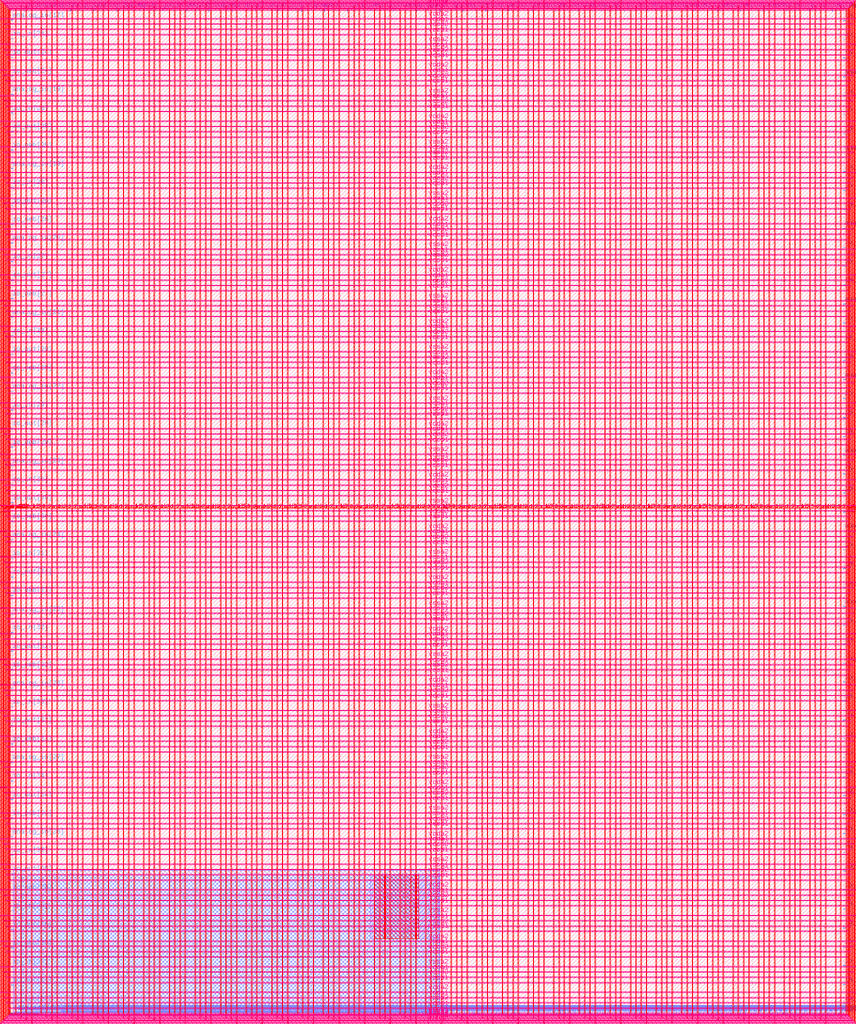
<source format=lef>
VERSION 5.7 ;
  NOWIREEXTENSIONATPIN ON ;
  DIVIDERCHAR "/" ;
  BUSBITCHARS "[]" ;
MACRO user_project_wrapper
  CLASS BLOCK ;
  FOREIGN user_project_wrapper ;
  ORIGIN 0.000 0.000 ;
  SIZE 2920.000 BY 3520.000 ;
  PIN analog_io[0]
    DIRECTION INOUT ;
    USE SIGNAL ;
    PORT
      LAYER met3 ;
        RECT 2917.600 1426.380 2924.800 1427.580 ;
    END
  END analog_io[0]
  PIN analog_io[10]
    DIRECTION INOUT ;
    USE SIGNAL ;
    PORT
      LAYER met2 ;
        RECT 2230.490 3517.600 2231.050 3524.800 ;
    END
  END analog_io[10]
  PIN analog_io[11]
    DIRECTION INOUT ;
    USE SIGNAL ;
    PORT
      LAYER met2 ;
        RECT 1905.730 3517.600 1906.290 3524.800 ;
    END
  END analog_io[11]
  PIN analog_io[12]
    DIRECTION INOUT ;
    USE SIGNAL ;
    PORT
      LAYER met2 ;
        RECT 1581.430 3517.600 1581.990 3524.800 ;
    END
  END analog_io[12]
  PIN analog_io[13]
    DIRECTION INOUT ;
    USE SIGNAL ;
    PORT
      LAYER met2 ;
        RECT 1257.130 3517.600 1257.690 3524.800 ;
    END
  END analog_io[13]
  PIN analog_io[14]
    DIRECTION INOUT ;
    USE SIGNAL ;
    PORT
      LAYER met2 ;
        RECT 932.370 3517.600 932.930 3524.800 ;
    END
  END analog_io[14]
  PIN analog_io[15]
    DIRECTION INOUT ;
    USE SIGNAL ;
    PORT
      LAYER met2 ;
        RECT 608.070 3517.600 608.630 3524.800 ;
    END
  END analog_io[15]
  PIN analog_io[16]
    DIRECTION INOUT ;
    USE SIGNAL ;
    PORT
      LAYER met2 ;
        RECT 283.770 3517.600 284.330 3524.800 ;
    END
  END analog_io[16]
  PIN analog_io[17]
    DIRECTION INOUT ;
    USE SIGNAL ;
    PORT
      LAYER met3 ;
        RECT -4.800 3486.100 2.400 3487.300 ;
    END
  END analog_io[17]
  PIN analog_io[18]
    DIRECTION INOUT ;
    USE SIGNAL ;
    PORT
      LAYER met3 ;
        RECT -4.800 3224.980 2.400 3226.180 ;
    END
  END analog_io[18]
  PIN analog_io[19]
    DIRECTION INOUT ;
    USE SIGNAL ;
    PORT
      LAYER met3 ;
        RECT -4.800 2964.540 2.400 2965.740 ;
    END
  END analog_io[19]
  PIN analog_io[1]
    DIRECTION INOUT ;
    USE SIGNAL ;
    PORT
      LAYER met3 ;
        RECT 2917.600 1692.260 2924.800 1693.460 ;
    END
  END analog_io[1]
  PIN analog_io[20]
    DIRECTION INOUT ;
    USE SIGNAL ;
    PORT
      LAYER met3 ;
        RECT -4.800 2703.420 2.400 2704.620 ;
    END
  END analog_io[20]
  PIN analog_io[21]
    DIRECTION INOUT ;
    USE SIGNAL ;
    PORT
      LAYER met3 ;
        RECT -4.800 2442.980 2.400 2444.180 ;
    END
  END analog_io[21]
  PIN analog_io[22]
    DIRECTION INOUT ;
    USE SIGNAL ;
    PORT
      LAYER met3 ;
        RECT -4.800 2182.540 2.400 2183.740 ;
    END
  END analog_io[22]
  PIN analog_io[23]
    DIRECTION INOUT ;
    USE SIGNAL ;
    PORT
      LAYER met3 ;
        RECT -4.800 1921.420 2.400 1922.620 ;
    END
  END analog_io[23]
  PIN analog_io[24]
    DIRECTION INOUT ;
    USE SIGNAL ;
    PORT
      LAYER met3 ;
        RECT -4.800 1660.980 2.400 1662.180 ;
    END
  END analog_io[24]
  PIN analog_io[25]
    DIRECTION INOUT ;
    USE SIGNAL ;
    PORT
      LAYER met3 ;
        RECT -4.800 1399.860 2.400 1401.060 ;
    END
  END analog_io[25]
  PIN analog_io[26]
    DIRECTION INOUT ;
    USE SIGNAL ;
    PORT
      LAYER met3 ;
        RECT -4.800 1139.420 2.400 1140.620 ;
    END
  END analog_io[26]
  PIN analog_io[27]
    DIRECTION INOUT ;
    USE SIGNAL ;
    PORT
      LAYER met3 ;
        RECT -4.800 878.980 2.400 880.180 ;
    END
  END analog_io[27]
  PIN analog_io[28]
    DIRECTION INOUT ;
    USE SIGNAL ;
    PORT
      LAYER met3 ;
        RECT -4.800 617.860 2.400 619.060 ;
    END
  END analog_io[28]
  PIN analog_io[2]
    DIRECTION INOUT ;
    USE SIGNAL ;
    PORT
      LAYER met3 ;
        RECT 2917.600 1958.140 2924.800 1959.340 ;
    END
  END analog_io[2]
  PIN analog_io[3]
    DIRECTION INOUT ;
    USE SIGNAL ;
    PORT
      LAYER met3 ;
        RECT 2917.600 2223.340 2924.800 2224.540 ;
    END
  END analog_io[3]
  PIN analog_io[4]
    DIRECTION INOUT ;
    USE SIGNAL ;
    PORT
      LAYER met3 ;
        RECT 2917.600 2489.220 2924.800 2490.420 ;
    END
  END analog_io[4]
  PIN analog_io[5]
    DIRECTION INOUT ;
    USE SIGNAL ;
    PORT
      LAYER met3 ;
        RECT 2917.600 2755.100 2924.800 2756.300 ;
    END
  END analog_io[5]
  PIN analog_io[6]
    DIRECTION INOUT ;
    USE SIGNAL ;
    PORT
      LAYER met3 ;
        RECT 2917.600 3020.300 2924.800 3021.500 ;
    END
  END analog_io[6]
  PIN analog_io[7]
    DIRECTION INOUT ;
    USE SIGNAL ;
    PORT
      LAYER met3 ;
        RECT 2917.600 3286.180 2924.800 3287.380 ;
    END
  END analog_io[7]
  PIN analog_io[8]
    DIRECTION INOUT ;
    USE SIGNAL ;
    PORT
      LAYER met2 ;
        RECT 2879.090 3517.600 2879.650 3524.800 ;
    END
  END analog_io[8]
  PIN analog_io[9]
    DIRECTION INOUT ;
    USE SIGNAL ;
    PORT
      LAYER met2 ;
        RECT 2554.790 3517.600 2555.350 3524.800 ;
    END
  END analog_io[9]
  PIN io_in[0]
    DIRECTION INPUT ;
    USE SIGNAL ;
    PORT
      LAYER met3 ;
        RECT 2917.600 32.380 2924.800 33.580 ;
    END
  END io_in[0]
  PIN io_in[10]
    DIRECTION INPUT ;
    USE SIGNAL ;
    PORT
      LAYER met3 ;
        RECT 2917.600 2289.980 2924.800 2291.180 ;
    END
  END io_in[10]
  PIN io_in[11]
    DIRECTION INPUT ;
    USE SIGNAL ;
    PORT
      LAYER met3 ;
        RECT 2917.600 2555.860 2924.800 2557.060 ;
    END
  END io_in[11]
  PIN io_in[12]
    DIRECTION INPUT ;
    USE SIGNAL ;
    PORT
      LAYER met3 ;
        RECT 2917.600 2821.060 2924.800 2822.260 ;
    END
  END io_in[12]
  PIN io_in[13]
    DIRECTION INPUT ;
    USE SIGNAL ;
    PORT
      LAYER met3 ;
        RECT 2917.600 3086.940 2924.800 3088.140 ;
    END
  END io_in[13]
  PIN io_in[14]
    DIRECTION INPUT ;
    USE SIGNAL ;
    PORT
      LAYER met3 ;
        RECT 2917.600 3352.820 2924.800 3354.020 ;
    END
  END io_in[14]
  PIN io_in[15]
    DIRECTION INPUT ;
    USE SIGNAL ;
    PORT
      LAYER met2 ;
        RECT 2798.130 3517.600 2798.690 3524.800 ;
    END
  END io_in[15]
  PIN io_in[16]
    DIRECTION INPUT ;
    USE SIGNAL ;
    PORT
      LAYER met2 ;
        RECT 2473.830 3517.600 2474.390 3524.800 ;
    END
  END io_in[16]
  PIN io_in[17]
    DIRECTION INPUT ;
    USE SIGNAL ;
    PORT
      LAYER met2 ;
        RECT 2149.070 3517.600 2149.630 3524.800 ;
    END
  END io_in[17]
  PIN io_in[18]
    DIRECTION INPUT ;
    USE SIGNAL ;
    PORT
      LAYER met2 ;
        RECT 1824.770 3517.600 1825.330 3524.800 ;
    END
  END io_in[18]
  PIN io_in[19]
    DIRECTION INPUT ;
    USE SIGNAL ;
    PORT
      LAYER met2 ;
        RECT 1500.470 3517.600 1501.030 3524.800 ;
    END
  END io_in[19]
  PIN io_in[1]
    DIRECTION INPUT ;
    USE SIGNAL ;
    PORT
      LAYER met3 ;
        RECT 2917.600 230.940 2924.800 232.140 ;
    END
  END io_in[1]
  PIN io_in[20]
    DIRECTION INPUT ;
    USE SIGNAL ;
    PORT
      LAYER met2 ;
        RECT 1175.710 3517.600 1176.270 3524.800 ;
    END
  END io_in[20]
  PIN io_in[21]
    DIRECTION INPUT ;
    USE SIGNAL ;
    PORT
      LAYER met2 ;
        RECT 851.410 3517.600 851.970 3524.800 ;
    END
  END io_in[21]
  PIN io_in[22]
    DIRECTION INPUT ;
    USE SIGNAL ;
    PORT
      LAYER met2 ;
        RECT 527.110 3517.600 527.670 3524.800 ;
    END
  END io_in[22]
  PIN io_in[23]
    DIRECTION INPUT ;
    USE SIGNAL ;
    PORT
      LAYER met2 ;
        RECT 202.350 3517.600 202.910 3524.800 ;
    END
  END io_in[23]
  PIN io_in[24]
    DIRECTION INPUT ;
    USE SIGNAL ;
    PORT
      LAYER met3 ;
        RECT -4.800 3420.820 2.400 3422.020 ;
    END
  END io_in[24]
  PIN io_in[25]
    DIRECTION INPUT ;
    USE SIGNAL ;
    PORT
      LAYER met3 ;
        RECT -4.800 3159.700 2.400 3160.900 ;
    END
  END io_in[25]
  PIN io_in[26]
    DIRECTION INPUT ;
    USE SIGNAL ;
    PORT
      LAYER met3 ;
        RECT -4.800 2899.260 2.400 2900.460 ;
    END
  END io_in[26]
  PIN io_in[27]
    DIRECTION INPUT ;
    USE SIGNAL ;
    PORT
      LAYER met3 ;
        RECT -4.800 2638.820 2.400 2640.020 ;
    END
  END io_in[27]
  PIN io_in[28]
    DIRECTION INPUT ;
    USE SIGNAL ;
    PORT
      LAYER met3 ;
        RECT -4.800 2377.700 2.400 2378.900 ;
    END
  END io_in[28]
  PIN io_in[29]
    DIRECTION INPUT ;
    USE SIGNAL ;
    PORT
      LAYER met3 ;
        RECT -4.800 2117.260 2.400 2118.460 ;
    END
  END io_in[29]
  PIN io_in[2]
    DIRECTION INPUT ;
    USE SIGNAL ;
    PORT
      LAYER met3 ;
        RECT 2917.600 430.180 2924.800 431.380 ;
    END
  END io_in[2]
  PIN io_in[30]
    DIRECTION INPUT ;
    USE SIGNAL ;
    PORT
      LAYER met3 ;
        RECT -4.800 1856.140 2.400 1857.340 ;
    END
  END io_in[30]
  PIN io_in[31]
    DIRECTION INPUT ;
    USE SIGNAL ;
    PORT
      LAYER met3 ;
        RECT -4.800 1595.700 2.400 1596.900 ;
    END
  END io_in[31]
  PIN io_in[32]
    DIRECTION INPUT ;
    USE SIGNAL ;
    PORT
      LAYER met3 ;
        RECT -4.800 1335.260 2.400 1336.460 ;
    END
  END io_in[32]
  PIN io_in[33]
    DIRECTION INPUT ;
    USE SIGNAL ;
    PORT
      LAYER met3 ;
        RECT -4.800 1074.140 2.400 1075.340 ;
    END
  END io_in[33]
  PIN io_in[34]
    DIRECTION INPUT ;
    USE SIGNAL ;
    PORT
      LAYER met3 ;
        RECT -4.800 813.700 2.400 814.900 ;
    END
  END io_in[34]
  PIN io_in[35]
    DIRECTION INPUT ;
    USE SIGNAL ;
    PORT
      LAYER met3 ;
        RECT -4.800 552.580 2.400 553.780 ;
    END
  END io_in[35]
  PIN io_in[36]
    DIRECTION INPUT ;
    USE SIGNAL ;
    PORT
      LAYER met3 ;
        RECT -4.800 357.420 2.400 358.620 ;
    END
  END io_in[36]
  PIN io_in[37]
    DIRECTION INPUT ;
    USE SIGNAL ;
    PORT
      LAYER met3 ;
        RECT -4.800 161.580 2.400 162.780 ;
    END
  END io_in[37]
  PIN io_in[3]
    DIRECTION INPUT ;
    USE SIGNAL ;
    PORT
      LAYER met3 ;
        RECT 2917.600 629.420 2924.800 630.620 ;
    END
  END io_in[3]
  PIN io_in[4]
    DIRECTION INPUT ;
    USE SIGNAL ;
    PORT
      LAYER met3 ;
        RECT 2917.600 828.660 2924.800 829.860 ;
    END
  END io_in[4]
  PIN io_in[5]
    DIRECTION INPUT ;
    USE SIGNAL ;
    PORT
      LAYER met3 ;
        RECT 2917.600 1027.900 2924.800 1029.100 ;
    END
  END io_in[5]
  PIN io_in[6]
    DIRECTION INPUT ;
    USE SIGNAL ;
    PORT
      LAYER met3 ;
        RECT 2917.600 1227.140 2924.800 1228.340 ;
    END
  END io_in[6]
  PIN io_in[7]
    DIRECTION INPUT ;
    USE SIGNAL ;
    PORT
      LAYER met3 ;
        RECT 2917.600 1493.020 2924.800 1494.220 ;
    END
  END io_in[7]
  PIN io_in[8]
    DIRECTION INPUT ;
    USE SIGNAL ;
    PORT
      LAYER met3 ;
        RECT 2917.600 1758.900 2924.800 1760.100 ;
    END
  END io_in[8]
  PIN io_in[9]
    DIRECTION INPUT ;
    USE SIGNAL ;
    PORT
      LAYER met3 ;
        RECT 2917.600 2024.100 2924.800 2025.300 ;
    END
  END io_in[9]
  PIN io_oeb[0]
    DIRECTION OUTPUT TRISTATE ;
    USE SIGNAL ;
    PORT
      LAYER met3 ;
        RECT 2917.600 164.980 2924.800 166.180 ;
    END
  END io_oeb[0]
  PIN io_oeb[10]
    DIRECTION OUTPUT TRISTATE ;
    USE SIGNAL ;
    PORT
      LAYER met3 ;
        RECT 2917.600 2422.580 2924.800 2423.780 ;
    END
  END io_oeb[10]
  PIN io_oeb[11]
    DIRECTION OUTPUT TRISTATE ;
    USE SIGNAL ;
    PORT
      LAYER met3 ;
        RECT 2917.600 2688.460 2924.800 2689.660 ;
    END
  END io_oeb[11]
  PIN io_oeb[12]
    DIRECTION OUTPUT TRISTATE ;
    USE SIGNAL ;
    PORT
      LAYER met3 ;
        RECT 2917.600 2954.340 2924.800 2955.540 ;
    END
  END io_oeb[12]
  PIN io_oeb[13]
    DIRECTION OUTPUT TRISTATE ;
    USE SIGNAL ;
    PORT
      LAYER met3 ;
        RECT 2917.600 3219.540 2924.800 3220.740 ;
    END
  END io_oeb[13]
  PIN io_oeb[14]
    DIRECTION OUTPUT TRISTATE ;
    USE SIGNAL ;
    PORT
      LAYER met3 ;
        RECT 2917.600 3485.420 2924.800 3486.620 ;
    END
  END io_oeb[14]
  PIN io_oeb[15]
    DIRECTION OUTPUT TRISTATE ;
    USE SIGNAL ;
    PORT
      LAYER met2 ;
        RECT 2635.750 3517.600 2636.310 3524.800 ;
    END
  END io_oeb[15]
  PIN io_oeb[16]
    DIRECTION OUTPUT TRISTATE ;
    USE SIGNAL ;
    PORT
      LAYER met2 ;
        RECT 2311.450 3517.600 2312.010 3524.800 ;
    END
  END io_oeb[16]
  PIN io_oeb[17]
    DIRECTION OUTPUT TRISTATE ;
    USE SIGNAL ;
    PORT
      LAYER met2 ;
        RECT 1987.150 3517.600 1987.710 3524.800 ;
    END
  END io_oeb[17]
  PIN io_oeb[18]
    DIRECTION OUTPUT TRISTATE ;
    USE SIGNAL ;
    PORT
      LAYER met2 ;
        RECT 1662.390 3517.600 1662.950 3524.800 ;
    END
  END io_oeb[18]
  PIN io_oeb[19]
    DIRECTION OUTPUT TRISTATE ;
    USE SIGNAL ;
    PORT
      LAYER met2 ;
        RECT 1338.090 3517.600 1338.650 3524.800 ;
    END
  END io_oeb[19]
  PIN io_oeb[1]
    DIRECTION OUTPUT TRISTATE ;
    USE SIGNAL ;
    PORT
      LAYER met3 ;
        RECT 2917.600 364.220 2924.800 365.420 ;
    END
  END io_oeb[1]
  PIN io_oeb[20]
    DIRECTION OUTPUT TRISTATE ;
    USE SIGNAL ;
    PORT
      LAYER met2 ;
        RECT 1013.790 3517.600 1014.350 3524.800 ;
    END
  END io_oeb[20]
  PIN io_oeb[21]
    DIRECTION OUTPUT TRISTATE ;
    USE SIGNAL ;
    PORT
      LAYER met2 ;
        RECT 689.030 3517.600 689.590 3524.800 ;
    END
  END io_oeb[21]
  PIN io_oeb[22]
    DIRECTION OUTPUT TRISTATE ;
    USE SIGNAL ;
    PORT
      LAYER met2 ;
        RECT 364.730 3517.600 365.290 3524.800 ;
    END
  END io_oeb[22]
  PIN io_oeb[23]
    DIRECTION OUTPUT TRISTATE ;
    USE SIGNAL ;
    PORT
      LAYER met2 ;
        RECT 40.430 3517.600 40.990 3524.800 ;
    END
  END io_oeb[23]
  PIN io_oeb[24]
    DIRECTION OUTPUT TRISTATE ;
    USE SIGNAL ;
    PORT
      LAYER met3 ;
        RECT -4.800 3290.260 2.400 3291.460 ;
    END
  END io_oeb[24]
  PIN io_oeb[25]
    DIRECTION OUTPUT TRISTATE ;
    USE SIGNAL ;
    PORT
      LAYER met3 ;
        RECT -4.800 3029.820 2.400 3031.020 ;
    END
  END io_oeb[25]
  PIN io_oeb[26]
    DIRECTION OUTPUT TRISTATE ;
    USE SIGNAL ;
    PORT
      LAYER met3 ;
        RECT -4.800 2768.700 2.400 2769.900 ;
    END
  END io_oeb[26]
  PIN io_oeb[27]
    DIRECTION OUTPUT TRISTATE ;
    USE SIGNAL ;
    PORT
      LAYER met3 ;
        RECT -4.800 2508.260 2.400 2509.460 ;
    END
  END io_oeb[27]
  PIN io_oeb[28]
    DIRECTION OUTPUT TRISTATE ;
    USE SIGNAL ;
    PORT
      LAYER met3 ;
        RECT -4.800 2247.140 2.400 2248.340 ;
    END
  END io_oeb[28]
  PIN io_oeb[29]
    DIRECTION OUTPUT TRISTATE ;
    USE SIGNAL ;
    PORT
      LAYER met3 ;
        RECT -4.800 1986.700 2.400 1987.900 ;
    END
  END io_oeb[29]
  PIN io_oeb[2]
    DIRECTION OUTPUT TRISTATE ;
    USE SIGNAL ;
    PORT
      LAYER met3 ;
        RECT 2917.600 563.460 2924.800 564.660 ;
    END
  END io_oeb[2]
  PIN io_oeb[30]
    DIRECTION OUTPUT TRISTATE ;
    USE SIGNAL ;
    PORT
      LAYER met3 ;
        RECT -4.800 1726.260 2.400 1727.460 ;
    END
  END io_oeb[30]
  PIN io_oeb[31]
    DIRECTION OUTPUT TRISTATE ;
    USE SIGNAL ;
    PORT
      LAYER met3 ;
        RECT -4.800 1465.140 2.400 1466.340 ;
    END
  END io_oeb[31]
  PIN io_oeb[32]
    DIRECTION OUTPUT TRISTATE ;
    USE SIGNAL ;
    PORT
      LAYER met3 ;
        RECT -4.800 1204.700 2.400 1205.900 ;
    END
  END io_oeb[32]
  PIN io_oeb[33]
    DIRECTION OUTPUT TRISTATE ;
    USE SIGNAL ;
    PORT
      LAYER met3 ;
        RECT -4.800 943.580 2.400 944.780 ;
    END
  END io_oeb[33]
  PIN io_oeb[34]
    DIRECTION OUTPUT TRISTATE ;
    USE SIGNAL ;
    PORT
      LAYER met3 ;
        RECT -4.800 683.140 2.400 684.340 ;
    END
  END io_oeb[34]
  PIN io_oeb[35]
    DIRECTION OUTPUT TRISTATE ;
    USE SIGNAL ;
    PORT
      LAYER met3 ;
        RECT -4.800 422.700 2.400 423.900 ;
    END
  END io_oeb[35]
  PIN io_oeb[36]
    DIRECTION OUTPUT TRISTATE ;
    USE SIGNAL ;
    PORT
      LAYER met3 ;
        RECT -4.800 226.860 2.400 228.060 ;
    END
  END io_oeb[36]
  PIN io_oeb[37]
    DIRECTION OUTPUT TRISTATE ;
    USE SIGNAL ;
    PORT
      LAYER met3 ;
        RECT -4.800 31.700 2.400 32.900 ;
    END
  END io_oeb[37]
  PIN io_oeb[3]
    DIRECTION OUTPUT TRISTATE ;
    USE SIGNAL ;
    PORT
      LAYER met3 ;
        RECT 2917.600 762.700 2924.800 763.900 ;
    END
  END io_oeb[3]
  PIN io_oeb[4]
    DIRECTION OUTPUT TRISTATE ;
    USE SIGNAL ;
    PORT
      LAYER met3 ;
        RECT 2917.600 961.940 2924.800 963.140 ;
    END
  END io_oeb[4]
  PIN io_oeb[5]
    DIRECTION OUTPUT TRISTATE ;
    USE SIGNAL ;
    PORT
      LAYER met3 ;
        RECT 2917.600 1161.180 2924.800 1162.380 ;
    END
  END io_oeb[5]
  PIN io_oeb[6]
    DIRECTION OUTPUT TRISTATE ;
    USE SIGNAL ;
    PORT
      LAYER met3 ;
        RECT 2917.600 1360.420 2924.800 1361.620 ;
    END
  END io_oeb[6]
  PIN io_oeb[7]
    DIRECTION OUTPUT TRISTATE ;
    USE SIGNAL ;
    PORT
      LAYER met3 ;
        RECT 2917.600 1625.620 2924.800 1626.820 ;
    END
  END io_oeb[7]
  PIN io_oeb[8]
    DIRECTION OUTPUT TRISTATE ;
    USE SIGNAL ;
    PORT
      LAYER met3 ;
        RECT 2917.600 1891.500 2924.800 1892.700 ;
    END
  END io_oeb[8]
  PIN io_oeb[9]
    DIRECTION OUTPUT TRISTATE ;
    USE SIGNAL ;
    PORT
      LAYER met3 ;
        RECT 2917.600 2157.380 2924.800 2158.580 ;
    END
  END io_oeb[9]
  PIN io_out[0]
    DIRECTION OUTPUT TRISTATE ;
    USE SIGNAL ;
    PORT
      LAYER met3 ;
        RECT 2917.600 98.340 2924.800 99.540 ;
    END
  END io_out[0]
  PIN io_out[10]
    DIRECTION OUTPUT TRISTATE ;
    USE SIGNAL ;
    PORT
      LAYER met3 ;
        RECT 2917.600 2356.620 2924.800 2357.820 ;
    END
  END io_out[10]
  PIN io_out[11]
    DIRECTION OUTPUT TRISTATE ;
    USE SIGNAL ;
    PORT
      LAYER met3 ;
        RECT 2917.600 2621.820 2924.800 2623.020 ;
    END
  END io_out[11]
  PIN io_out[12]
    DIRECTION OUTPUT TRISTATE ;
    USE SIGNAL ;
    PORT
      LAYER met3 ;
        RECT 2917.600 2887.700 2924.800 2888.900 ;
    END
  END io_out[12]
  PIN io_out[13]
    DIRECTION OUTPUT TRISTATE ;
    USE SIGNAL ;
    PORT
      LAYER met3 ;
        RECT 2917.600 3153.580 2924.800 3154.780 ;
    END
  END io_out[13]
  PIN io_out[14]
    DIRECTION OUTPUT TRISTATE ;
    USE SIGNAL ;
    PORT
      LAYER met3 ;
        RECT 2917.600 3418.780 2924.800 3419.980 ;
    END
  END io_out[14]
  PIN io_out[15]
    DIRECTION OUTPUT TRISTATE ;
    USE SIGNAL ;
    PORT
      LAYER met2 ;
        RECT 2717.170 3517.600 2717.730 3524.800 ;
    END
  END io_out[15]
  PIN io_out[16]
    DIRECTION OUTPUT TRISTATE ;
    USE SIGNAL ;
    PORT
      LAYER met2 ;
        RECT 2392.410 3517.600 2392.970 3524.800 ;
    END
  END io_out[16]
  PIN io_out[17]
    DIRECTION OUTPUT TRISTATE ;
    USE SIGNAL ;
    PORT
      LAYER met2 ;
        RECT 2068.110 3517.600 2068.670 3524.800 ;
    END
  END io_out[17]
  PIN io_out[18]
    DIRECTION OUTPUT TRISTATE ;
    USE SIGNAL ;
    PORT
      LAYER met2 ;
        RECT 1743.810 3517.600 1744.370 3524.800 ;
    END
  END io_out[18]
  PIN io_out[19]
    DIRECTION OUTPUT TRISTATE ;
    USE SIGNAL ;
    PORT
      LAYER met2 ;
        RECT 1419.050 3517.600 1419.610 3524.800 ;
    END
  END io_out[19]
  PIN io_out[1]
    DIRECTION OUTPUT TRISTATE ;
    USE SIGNAL ;
    PORT
      LAYER met3 ;
        RECT 2917.600 297.580 2924.800 298.780 ;
    END
  END io_out[1]
  PIN io_out[20]
    DIRECTION OUTPUT TRISTATE ;
    USE SIGNAL ;
    PORT
      LAYER met2 ;
        RECT 1094.750 3517.600 1095.310 3524.800 ;
    END
  END io_out[20]
  PIN io_out[21]
    DIRECTION OUTPUT TRISTATE ;
    USE SIGNAL ;
    PORT
      LAYER met2 ;
        RECT 770.450 3517.600 771.010 3524.800 ;
    END
  END io_out[21]
  PIN io_out[22]
    DIRECTION OUTPUT TRISTATE ;
    USE SIGNAL ;
    PORT
      LAYER met2 ;
        RECT 445.690 3517.600 446.250 3524.800 ;
    END
  END io_out[22]
  PIN io_out[23]
    DIRECTION OUTPUT TRISTATE ;
    USE SIGNAL ;
    PORT
      LAYER met2 ;
        RECT 121.390 3517.600 121.950 3524.800 ;
    END
  END io_out[23]
  PIN io_out[24]
    DIRECTION OUTPUT TRISTATE ;
    USE SIGNAL ;
    PORT
      LAYER met3 ;
        RECT -4.800 3355.540 2.400 3356.740 ;
    END
  END io_out[24]
  PIN io_out[25]
    DIRECTION OUTPUT TRISTATE ;
    USE SIGNAL ;
    PORT
      LAYER met3 ;
        RECT -4.800 3095.100 2.400 3096.300 ;
    END
  END io_out[25]
  PIN io_out[26]
    DIRECTION OUTPUT TRISTATE ;
    USE SIGNAL ;
    PORT
      LAYER met3 ;
        RECT -4.800 2833.980 2.400 2835.180 ;
    END
  END io_out[26]
  PIN io_out[27]
    DIRECTION OUTPUT TRISTATE ;
    USE SIGNAL ;
    PORT
      LAYER met3 ;
        RECT -4.800 2573.540 2.400 2574.740 ;
    END
  END io_out[27]
  PIN io_out[28]
    DIRECTION OUTPUT TRISTATE ;
    USE SIGNAL ;
    PORT
      LAYER met3 ;
        RECT -4.800 2312.420 2.400 2313.620 ;
    END
  END io_out[28]
  PIN io_out[29]
    DIRECTION OUTPUT TRISTATE ;
    USE SIGNAL ;
    PORT
      LAYER met3 ;
        RECT -4.800 2051.980 2.400 2053.180 ;
    END
  END io_out[29]
  PIN io_out[2]
    DIRECTION OUTPUT TRISTATE ;
    USE SIGNAL ;
    PORT
      LAYER met3 ;
        RECT 2917.600 496.820 2924.800 498.020 ;
    END
  END io_out[2]
  PIN io_out[30]
    DIRECTION OUTPUT TRISTATE ;
    USE SIGNAL ;
    PORT
      LAYER met3 ;
        RECT -4.800 1791.540 2.400 1792.740 ;
    END
  END io_out[30]
  PIN io_out[31]
    DIRECTION OUTPUT TRISTATE ;
    USE SIGNAL ;
    PORT
      LAYER met3 ;
        RECT -4.800 1530.420 2.400 1531.620 ;
    END
  END io_out[31]
  PIN io_out[32]
    DIRECTION OUTPUT TRISTATE ;
    USE SIGNAL ;
    PORT
      LAYER met3 ;
        RECT -4.800 1269.980 2.400 1271.180 ;
    END
  END io_out[32]
  PIN io_out[33]
    DIRECTION OUTPUT TRISTATE ;
    USE SIGNAL ;
    PORT
      LAYER met3 ;
        RECT -4.800 1008.860 2.400 1010.060 ;
    END
  END io_out[33]
  PIN io_out[34]
    DIRECTION OUTPUT TRISTATE ;
    USE SIGNAL ;
    PORT
      LAYER met3 ;
        RECT -4.800 748.420 2.400 749.620 ;
    END
  END io_out[34]
  PIN io_out[35]
    DIRECTION OUTPUT TRISTATE ;
    USE SIGNAL ;
    PORT
      LAYER met3 ;
        RECT -4.800 487.300 2.400 488.500 ;
    END
  END io_out[35]
  PIN io_out[36]
    DIRECTION OUTPUT TRISTATE ;
    USE SIGNAL ;
    PORT
      LAYER met3 ;
        RECT -4.800 292.140 2.400 293.340 ;
    END
  END io_out[36]
  PIN io_out[37]
    DIRECTION OUTPUT TRISTATE ;
    USE SIGNAL ;
    PORT
      LAYER met3 ;
        RECT -4.800 96.300 2.400 97.500 ;
    END
  END io_out[37]
  PIN io_out[3]
    DIRECTION OUTPUT TRISTATE ;
    USE SIGNAL ;
    PORT
      LAYER met3 ;
        RECT 2917.600 696.060 2924.800 697.260 ;
    END
  END io_out[3]
  PIN io_out[4]
    DIRECTION OUTPUT TRISTATE ;
    USE SIGNAL ;
    PORT
      LAYER met3 ;
        RECT 2917.600 895.300 2924.800 896.500 ;
    END
  END io_out[4]
  PIN io_out[5]
    DIRECTION OUTPUT TRISTATE ;
    USE SIGNAL ;
    PORT
      LAYER met3 ;
        RECT 2917.600 1094.540 2924.800 1095.740 ;
    END
  END io_out[5]
  PIN io_out[6]
    DIRECTION OUTPUT TRISTATE ;
    USE SIGNAL ;
    PORT
      LAYER met3 ;
        RECT 2917.600 1293.780 2924.800 1294.980 ;
    END
  END io_out[6]
  PIN io_out[7]
    DIRECTION OUTPUT TRISTATE ;
    USE SIGNAL ;
    PORT
      LAYER met3 ;
        RECT 2917.600 1559.660 2924.800 1560.860 ;
    END
  END io_out[7]
  PIN io_out[8]
    DIRECTION OUTPUT TRISTATE ;
    USE SIGNAL ;
    PORT
      LAYER met3 ;
        RECT 2917.600 1824.860 2924.800 1826.060 ;
    END
  END io_out[8]
  PIN io_out[9]
    DIRECTION OUTPUT TRISTATE ;
    USE SIGNAL ;
    PORT
      LAYER met3 ;
        RECT 2917.600 2090.740 2924.800 2091.940 ;
    END
  END io_out[9]
  PIN la_data_in[0]
    DIRECTION INPUT ;
    USE SIGNAL ;
    PORT
      LAYER met2 ;
        RECT 629.230 -4.800 629.790 2.400 ;
    END
  END la_data_in[0]
  PIN la_data_in[100]
    DIRECTION INPUT ;
    USE SIGNAL ;
    PORT
      LAYER met2 ;
        RECT 2402.530 -4.800 2403.090 2.400 ;
    END
  END la_data_in[100]
  PIN la_data_in[101]
    DIRECTION INPUT ;
    USE SIGNAL ;
    PORT
      LAYER met2 ;
        RECT 2420.010 -4.800 2420.570 2.400 ;
    END
  END la_data_in[101]
  PIN la_data_in[102]
    DIRECTION INPUT ;
    USE SIGNAL ;
    PORT
      LAYER met2 ;
        RECT 2437.950 -4.800 2438.510 2.400 ;
    END
  END la_data_in[102]
  PIN la_data_in[103]
    DIRECTION INPUT ;
    USE SIGNAL ;
    PORT
      LAYER met2 ;
        RECT 2455.430 -4.800 2455.990 2.400 ;
    END
  END la_data_in[103]
  PIN la_data_in[104]
    DIRECTION INPUT ;
    USE SIGNAL ;
    PORT
      LAYER met2 ;
        RECT 2473.370 -4.800 2473.930 2.400 ;
    END
  END la_data_in[104]
  PIN la_data_in[105]
    DIRECTION INPUT ;
    USE SIGNAL ;
    PORT
      LAYER met2 ;
        RECT 2490.850 -4.800 2491.410 2.400 ;
    END
  END la_data_in[105]
  PIN la_data_in[106]
    DIRECTION INPUT ;
    USE SIGNAL ;
    PORT
      LAYER met2 ;
        RECT 2508.790 -4.800 2509.350 2.400 ;
    END
  END la_data_in[106]
  PIN la_data_in[107]
    DIRECTION INPUT ;
    USE SIGNAL ;
    PORT
      LAYER met2 ;
        RECT 2526.730 -4.800 2527.290 2.400 ;
    END
  END la_data_in[107]
  PIN la_data_in[108]
    DIRECTION INPUT ;
    USE SIGNAL ;
    PORT
      LAYER met2 ;
        RECT 2544.210 -4.800 2544.770 2.400 ;
    END
  END la_data_in[108]
  PIN la_data_in[109]
    DIRECTION INPUT ;
    USE SIGNAL ;
    PORT
      LAYER met2 ;
        RECT 2562.150 -4.800 2562.710 2.400 ;
    END
  END la_data_in[109]
  PIN la_data_in[10]
    DIRECTION INPUT ;
    USE SIGNAL ;
    PORT
      LAYER met2 ;
        RECT 806.330 -4.800 806.890 2.400 ;
    END
  END la_data_in[10]
  PIN la_data_in[110]
    DIRECTION INPUT ;
    USE SIGNAL ;
    PORT
      LAYER met2 ;
        RECT 2579.630 -4.800 2580.190 2.400 ;
    END
  END la_data_in[110]
  PIN la_data_in[111]
    DIRECTION INPUT ;
    USE SIGNAL ;
    PORT
      LAYER met2 ;
        RECT 2597.570 -4.800 2598.130 2.400 ;
    END
  END la_data_in[111]
  PIN la_data_in[112]
    DIRECTION INPUT ;
    USE SIGNAL ;
    PORT
      LAYER met2 ;
        RECT 2615.050 -4.800 2615.610 2.400 ;
    END
  END la_data_in[112]
  PIN la_data_in[113]
    DIRECTION INPUT ;
    USE SIGNAL ;
    PORT
      LAYER met2 ;
        RECT 2632.990 -4.800 2633.550 2.400 ;
    END
  END la_data_in[113]
  PIN la_data_in[114]
    DIRECTION INPUT ;
    USE SIGNAL ;
    PORT
      LAYER met2 ;
        RECT 2650.470 -4.800 2651.030 2.400 ;
    END
  END la_data_in[114]
  PIN la_data_in[115]
    DIRECTION INPUT ;
    USE SIGNAL ;
    PORT
      LAYER met2 ;
        RECT 2668.410 -4.800 2668.970 2.400 ;
    END
  END la_data_in[115]
  PIN la_data_in[116]
    DIRECTION INPUT ;
    USE SIGNAL ;
    PORT
      LAYER met2 ;
        RECT 2685.890 -4.800 2686.450 2.400 ;
    END
  END la_data_in[116]
  PIN la_data_in[117]
    DIRECTION INPUT ;
    USE SIGNAL ;
    PORT
      LAYER met2 ;
        RECT 2703.830 -4.800 2704.390 2.400 ;
    END
  END la_data_in[117]
  PIN la_data_in[118]
    DIRECTION INPUT ;
    USE SIGNAL ;
    PORT
      LAYER met2 ;
        RECT 2721.770 -4.800 2722.330 2.400 ;
    END
  END la_data_in[118]
  PIN la_data_in[119]
    DIRECTION INPUT ;
    USE SIGNAL ;
    PORT
      LAYER met2 ;
        RECT 2739.250 -4.800 2739.810 2.400 ;
    END
  END la_data_in[119]
  PIN la_data_in[11]
    DIRECTION INPUT ;
    USE SIGNAL ;
    PORT
      LAYER met2 ;
        RECT 824.270 -4.800 824.830 2.400 ;
    END
  END la_data_in[11]
  PIN la_data_in[120]
    DIRECTION INPUT ;
    USE SIGNAL ;
    PORT
      LAYER met2 ;
        RECT 2757.190 -4.800 2757.750 2.400 ;
    END
  END la_data_in[120]
  PIN la_data_in[121]
    DIRECTION INPUT ;
    USE SIGNAL ;
    PORT
      LAYER met2 ;
        RECT 2774.670 -4.800 2775.230 2.400 ;
    END
  END la_data_in[121]
  PIN la_data_in[122]
    DIRECTION INPUT ;
    USE SIGNAL ;
    PORT
      LAYER met2 ;
        RECT 2792.610 -4.800 2793.170 2.400 ;
    END
  END la_data_in[122]
  PIN la_data_in[123]
    DIRECTION INPUT ;
    USE SIGNAL ;
    PORT
      LAYER met2 ;
        RECT 2810.090 -4.800 2810.650 2.400 ;
    END
  END la_data_in[123]
  PIN la_data_in[124]
    DIRECTION INPUT ;
    USE SIGNAL ;
    PORT
      LAYER met2 ;
        RECT 2828.030 -4.800 2828.590 2.400 ;
    END
  END la_data_in[124]
  PIN la_data_in[125]
    DIRECTION INPUT ;
    USE SIGNAL ;
    PORT
      LAYER met2 ;
        RECT 2845.510 -4.800 2846.070 2.400 ;
    END
  END la_data_in[125]
  PIN la_data_in[126]
    DIRECTION INPUT ;
    USE SIGNAL ;
    PORT
      LAYER met2 ;
        RECT 2863.450 -4.800 2864.010 2.400 ;
    END
  END la_data_in[126]
  PIN la_data_in[127]
    DIRECTION INPUT ;
    USE SIGNAL ;
    PORT
      LAYER met2 ;
        RECT 2881.390 -4.800 2881.950 2.400 ;
    END
  END la_data_in[127]
  PIN la_data_in[12]
    DIRECTION INPUT ;
    USE SIGNAL ;
    PORT
      LAYER met2 ;
        RECT 841.750 -4.800 842.310 2.400 ;
    END
  END la_data_in[12]
  PIN la_data_in[13]
    DIRECTION INPUT ;
    USE SIGNAL ;
    PORT
      LAYER met2 ;
        RECT 859.690 -4.800 860.250 2.400 ;
    END
  END la_data_in[13]
  PIN la_data_in[14]
    DIRECTION INPUT ;
    USE SIGNAL ;
    PORT
      LAYER met2 ;
        RECT 877.170 -4.800 877.730 2.400 ;
    END
  END la_data_in[14]
  PIN la_data_in[15]
    DIRECTION INPUT ;
    USE SIGNAL ;
    PORT
      LAYER met2 ;
        RECT 895.110 -4.800 895.670 2.400 ;
    END
  END la_data_in[15]
  PIN la_data_in[16]
    DIRECTION INPUT ;
    USE SIGNAL ;
    PORT
      LAYER met2 ;
        RECT 912.590 -4.800 913.150 2.400 ;
    END
  END la_data_in[16]
  PIN la_data_in[17]
    DIRECTION INPUT ;
    USE SIGNAL ;
    PORT
      LAYER met2 ;
        RECT 930.530 -4.800 931.090 2.400 ;
    END
  END la_data_in[17]
  PIN la_data_in[18]
    DIRECTION INPUT ;
    USE SIGNAL ;
    PORT
      LAYER met2 ;
        RECT 948.470 -4.800 949.030 2.400 ;
    END
  END la_data_in[18]
  PIN la_data_in[19]
    DIRECTION INPUT ;
    USE SIGNAL ;
    PORT
      LAYER met2 ;
        RECT 965.950 -4.800 966.510 2.400 ;
    END
  END la_data_in[19]
  PIN la_data_in[1]
    DIRECTION INPUT ;
    USE SIGNAL ;
    PORT
      LAYER met2 ;
        RECT 646.710 -4.800 647.270 2.400 ;
    END
  END la_data_in[1]
  PIN la_data_in[20]
    DIRECTION INPUT ;
    USE SIGNAL ;
    PORT
      LAYER met2 ;
        RECT 983.890 -4.800 984.450 2.400 ;
    END
  END la_data_in[20]
  PIN la_data_in[21]
    DIRECTION INPUT ;
    USE SIGNAL ;
    PORT
      LAYER met2 ;
        RECT 1001.370 -4.800 1001.930 2.400 ;
    END
  END la_data_in[21]
  PIN la_data_in[22]
    DIRECTION INPUT ;
    USE SIGNAL ;
    PORT
      LAYER met2 ;
        RECT 1019.310 -4.800 1019.870 2.400 ;
    END
  END la_data_in[22]
  PIN la_data_in[23]
    DIRECTION INPUT ;
    USE SIGNAL ;
    PORT
      LAYER met2 ;
        RECT 1036.790 -4.800 1037.350 2.400 ;
    END
  END la_data_in[23]
  PIN la_data_in[24]
    DIRECTION INPUT ;
    USE SIGNAL ;
    PORT
      LAYER met2 ;
        RECT 1054.730 -4.800 1055.290 2.400 ;
    END
  END la_data_in[24]
  PIN la_data_in[25]
    DIRECTION INPUT ;
    USE SIGNAL ;
    PORT
      LAYER met2 ;
        RECT 1072.210 -4.800 1072.770 2.400 ;
    END
  END la_data_in[25]
  PIN la_data_in[26]
    DIRECTION INPUT ;
    USE SIGNAL ;
    PORT
      LAYER met2 ;
        RECT 1090.150 -4.800 1090.710 2.400 ;
    END
  END la_data_in[26]
  PIN la_data_in[27]
    DIRECTION INPUT ;
    USE SIGNAL ;
    PORT
      LAYER met2 ;
        RECT 1107.630 -4.800 1108.190 2.400 ;
    END
  END la_data_in[27]
  PIN la_data_in[28]
    DIRECTION INPUT ;
    USE SIGNAL ;
    PORT
      LAYER met2 ;
        RECT 1125.570 -4.800 1126.130 2.400 ;
    END
  END la_data_in[28]
  PIN la_data_in[29]
    DIRECTION INPUT ;
    USE SIGNAL ;
    PORT
      LAYER met2 ;
        RECT 1143.510 -4.800 1144.070 2.400 ;
    END
  END la_data_in[29]
  PIN la_data_in[2]
    DIRECTION INPUT ;
    USE SIGNAL ;
    PORT
      LAYER met2 ;
        RECT 664.650 -4.800 665.210 2.400 ;
    END
  END la_data_in[2]
  PIN la_data_in[30]
    DIRECTION INPUT ;
    USE SIGNAL ;
    PORT
      LAYER met2 ;
        RECT 1160.990 -4.800 1161.550 2.400 ;
    END
  END la_data_in[30]
  PIN la_data_in[31]
    DIRECTION INPUT ;
    USE SIGNAL ;
    PORT
      LAYER met2 ;
        RECT 1178.930 -4.800 1179.490 2.400 ;
    END
  END la_data_in[31]
  PIN la_data_in[32]
    DIRECTION INPUT ;
    USE SIGNAL ;
    PORT
      LAYER met2 ;
        RECT 1196.410 -4.800 1196.970 2.400 ;
    END
  END la_data_in[32]
  PIN la_data_in[33]
    DIRECTION INPUT ;
    USE SIGNAL ;
    PORT
      LAYER met2 ;
        RECT 1214.350 -4.800 1214.910 2.400 ;
    END
  END la_data_in[33]
  PIN la_data_in[34]
    DIRECTION INPUT ;
    USE SIGNAL ;
    PORT
      LAYER met2 ;
        RECT 1231.830 -4.800 1232.390 2.400 ;
    END
  END la_data_in[34]
  PIN la_data_in[35]
    DIRECTION INPUT ;
    USE SIGNAL ;
    PORT
      LAYER met2 ;
        RECT 1249.770 -4.800 1250.330 2.400 ;
    END
  END la_data_in[35]
  PIN la_data_in[36]
    DIRECTION INPUT ;
    USE SIGNAL ;
    PORT
      LAYER met2 ;
        RECT 1267.250 -4.800 1267.810 2.400 ;
    END
  END la_data_in[36]
  PIN la_data_in[37]
    DIRECTION INPUT ;
    USE SIGNAL ;
    PORT
      LAYER met2 ;
        RECT 1285.190 -4.800 1285.750 2.400 ;
    END
  END la_data_in[37]
  PIN la_data_in[38]
    DIRECTION INPUT ;
    USE SIGNAL ;
    PORT
      LAYER met2 ;
        RECT 1303.130 -4.800 1303.690 2.400 ;
    END
  END la_data_in[38]
  PIN la_data_in[39]
    DIRECTION INPUT ;
    USE SIGNAL ;
    PORT
      LAYER met2 ;
        RECT 1320.610 -4.800 1321.170 2.400 ;
    END
  END la_data_in[39]
  PIN la_data_in[3]
    DIRECTION INPUT ;
    USE SIGNAL ;
    PORT
      LAYER met2 ;
        RECT 682.130 -4.800 682.690 2.400 ;
    END
  END la_data_in[3]
  PIN la_data_in[40]
    DIRECTION INPUT ;
    USE SIGNAL ;
    PORT
      LAYER met2 ;
        RECT 1338.550 -4.800 1339.110 2.400 ;
    END
  END la_data_in[40]
  PIN la_data_in[41]
    DIRECTION INPUT ;
    USE SIGNAL ;
    PORT
      LAYER met2 ;
        RECT 1356.030 -4.800 1356.590 2.400 ;
    END
  END la_data_in[41]
  PIN la_data_in[42]
    DIRECTION INPUT ;
    USE SIGNAL ;
    PORT
      LAYER met2 ;
        RECT 1373.970 -4.800 1374.530 2.400 ;
    END
  END la_data_in[42]
  PIN la_data_in[43]
    DIRECTION INPUT ;
    USE SIGNAL ;
    PORT
      LAYER met2 ;
        RECT 1391.450 -4.800 1392.010 2.400 ;
    END
  END la_data_in[43]
  PIN la_data_in[44]
    DIRECTION INPUT ;
    USE SIGNAL ;
    PORT
      LAYER met2 ;
        RECT 1409.390 -4.800 1409.950 2.400 ;
    END
  END la_data_in[44]
  PIN la_data_in[45]
    DIRECTION INPUT ;
    USE SIGNAL ;
    PORT
      LAYER met2 ;
        RECT 1426.870 -4.800 1427.430 2.400 ;
    END
  END la_data_in[45]
  PIN la_data_in[46]
    DIRECTION INPUT ;
    USE SIGNAL ;
    PORT
      LAYER met2 ;
        RECT 1444.810 -4.800 1445.370 2.400 ;
    END
  END la_data_in[46]
  PIN la_data_in[47]
    DIRECTION INPUT ;
    USE SIGNAL ;
    PORT
      LAYER met2 ;
        RECT 1462.750 -4.800 1463.310 2.400 ;
    END
  END la_data_in[47]
  PIN la_data_in[48]
    DIRECTION INPUT ;
    USE SIGNAL ;
    PORT
      LAYER met2 ;
        RECT 1480.230 -4.800 1480.790 2.400 ;
    END
  END la_data_in[48]
  PIN la_data_in[49]
    DIRECTION INPUT ;
    USE SIGNAL ;
    PORT
      LAYER met2 ;
        RECT 1498.170 -4.800 1498.730 2.400 ;
    END
  END la_data_in[49]
  PIN la_data_in[4]
    DIRECTION INPUT ;
    USE SIGNAL ;
    PORT
      LAYER met2 ;
        RECT 700.070 -4.800 700.630 2.400 ;
    END
  END la_data_in[4]
  PIN la_data_in[50]
    DIRECTION INPUT ;
    USE SIGNAL ;
    PORT
      LAYER met2 ;
        RECT 1515.650 -4.800 1516.210 2.400 ;
    END
  END la_data_in[50]
  PIN la_data_in[51]
    DIRECTION INPUT ;
    USE SIGNAL ;
    PORT
      LAYER met2 ;
        RECT 1533.590 -4.800 1534.150 2.400 ;
    END
  END la_data_in[51]
  PIN la_data_in[52]
    DIRECTION INPUT ;
    USE SIGNAL ;
    PORT
      LAYER met2 ;
        RECT 1551.070 -4.800 1551.630 2.400 ;
    END
  END la_data_in[52]
  PIN la_data_in[53]
    DIRECTION INPUT ;
    USE SIGNAL ;
    PORT
      LAYER met2 ;
        RECT 1569.010 -4.800 1569.570 2.400 ;
    END
  END la_data_in[53]
  PIN la_data_in[54]
    DIRECTION INPUT ;
    USE SIGNAL ;
    PORT
      LAYER met2 ;
        RECT 1586.490 -4.800 1587.050 2.400 ;
    END
  END la_data_in[54]
  PIN la_data_in[55]
    DIRECTION INPUT ;
    USE SIGNAL ;
    PORT
      LAYER met2 ;
        RECT 1604.430 -4.800 1604.990 2.400 ;
    END
  END la_data_in[55]
  PIN la_data_in[56]
    DIRECTION INPUT ;
    USE SIGNAL ;
    PORT
      LAYER met2 ;
        RECT 1621.910 -4.800 1622.470 2.400 ;
    END
  END la_data_in[56]
  PIN la_data_in[57]
    DIRECTION INPUT ;
    USE SIGNAL ;
    PORT
      LAYER met2 ;
        RECT 1639.850 -4.800 1640.410 2.400 ;
    END
  END la_data_in[57]
  PIN la_data_in[58]
    DIRECTION INPUT ;
    USE SIGNAL ;
    PORT
      LAYER met2 ;
        RECT 1657.790 -4.800 1658.350 2.400 ;
    END
  END la_data_in[58]
  PIN la_data_in[59]
    DIRECTION INPUT ;
    USE SIGNAL ;
    PORT
      LAYER met2 ;
        RECT 1675.270 -4.800 1675.830 2.400 ;
    END
  END la_data_in[59]
  PIN la_data_in[5]
    DIRECTION INPUT ;
    USE SIGNAL ;
    PORT
      LAYER met2 ;
        RECT 717.550 -4.800 718.110 2.400 ;
    END
  END la_data_in[5]
  PIN la_data_in[60]
    DIRECTION INPUT ;
    USE SIGNAL ;
    PORT
      LAYER met2 ;
        RECT 1693.210 -4.800 1693.770 2.400 ;
    END
  END la_data_in[60]
  PIN la_data_in[61]
    DIRECTION INPUT ;
    USE SIGNAL ;
    PORT
      LAYER met2 ;
        RECT 1710.690 -4.800 1711.250 2.400 ;
    END
  END la_data_in[61]
  PIN la_data_in[62]
    DIRECTION INPUT ;
    USE SIGNAL ;
    PORT
      LAYER met2 ;
        RECT 1728.630 -4.800 1729.190 2.400 ;
    END
  END la_data_in[62]
  PIN la_data_in[63]
    DIRECTION INPUT ;
    USE SIGNAL ;
    PORT
      LAYER met2 ;
        RECT 1746.110 -4.800 1746.670 2.400 ;
    END
  END la_data_in[63]
  PIN la_data_in[64]
    DIRECTION INPUT ;
    USE SIGNAL ;
    PORT
      LAYER met2 ;
        RECT 1764.050 -4.800 1764.610 2.400 ;
    END
  END la_data_in[64]
  PIN la_data_in[65]
    DIRECTION INPUT ;
    USE SIGNAL ;
    PORT
      LAYER met2 ;
        RECT 1781.530 -4.800 1782.090 2.400 ;
    END
  END la_data_in[65]
  PIN la_data_in[66]
    DIRECTION INPUT ;
    USE SIGNAL ;
    PORT
      LAYER met2 ;
        RECT 1799.470 -4.800 1800.030 2.400 ;
    END
  END la_data_in[66]
  PIN la_data_in[67]
    DIRECTION INPUT ;
    USE SIGNAL ;
    PORT
      LAYER met2 ;
        RECT 1817.410 -4.800 1817.970 2.400 ;
    END
  END la_data_in[67]
  PIN la_data_in[68]
    DIRECTION INPUT ;
    USE SIGNAL ;
    PORT
      LAYER met2 ;
        RECT 1834.890 -4.800 1835.450 2.400 ;
    END
  END la_data_in[68]
  PIN la_data_in[69]
    DIRECTION INPUT ;
    USE SIGNAL ;
    PORT
      LAYER met2 ;
        RECT 1852.830 -4.800 1853.390 2.400 ;
    END
  END la_data_in[69]
  PIN la_data_in[6]
    DIRECTION INPUT ;
    USE SIGNAL ;
    PORT
      LAYER met2 ;
        RECT 735.490 -4.800 736.050 2.400 ;
    END
  END la_data_in[6]
  PIN la_data_in[70]
    DIRECTION INPUT ;
    USE SIGNAL ;
    PORT
      LAYER met2 ;
        RECT 1870.310 -4.800 1870.870 2.400 ;
    END
  END la_data_in[70]
  PIN la_data_in[71]
    DIRECTION INPUT ;
    USE SIGNAL ;
    PORT
      LAYER met2 ;
        RECT 1888.250 -4.800 1888.810 2.400 ;
    END
  END la_data_in[71]
  PIN la_data_in[72]
    DIRECTION INPUT ;
    USE SIGNAL ;
    PORT
      LAYER met2 ;
        RECT 1905.730 -4.800 1906.290 2.400 ;
    END
  END la_data_in[72]
  PIN la_data_in[73]
    DIRECTION INPUT ;
    USE SIGNAL ;
    PORT
      LAYER met2 ;
        RECT 1923.670 -4.800 1924.230 2.400 ;
    END
  END la_data_in[73]
  PIN la_data_in[74]
    DIRECTION INPUT ;
    USE SIGNAL ;
    PORT
      LAYER met2 ;
        RECT 1941.150 -4.800 1941.710 2.400 ;
    END
  END la_data_in[74]
  PIN la_data_in[75]
    DIRECTION INPUT ;
    USE SIGNAL ;
    PORT
      LAYER met2 ;
        RECT 1959.090 -4.800 1959.650 2.400 ;
    END
  END la_data_in[75]
  PIN la_data_in[76]
    DIRECTION INPUT ;
    USE SIGNAL ;
    PORT
      LAYER met2 ;
        RECT 1976.570 -4.800 1977.130 2.400 ;
    END
  END la_data_in[76]
  PIN la_data_in[77]
    DIRECTION INPUT ;
    USE SIGNAL ;
    PORT
      LAYER met2 ;
        RECT 1994.510 -4.800 1995.070 2.400 ;
    END
  END la_data_in[77]
  PIN la_data_in[78]
    DIRECTION INPUT ;
    USE SIGNAL ;
    PORT
      LAYER met2 ;
        RECT 2012.450 -4.800 2013.010 2.400 ;
    END
  END la_data_in[78]
  PIN la_data_in[79]
    DIRECTION INPUT ;
    USE SIGNAL ;
    PORT
      LAYER met2 ;
        RECT 2029.930 -4.800 2030.490 2.400 ;
    END
  END la_data_in[79]
  PIN la_data_in[7]
    DIRECTION INPUT ;
    USE SIGNAL ;
    PORT
      LAYER met2 ;
        RECT 752.970 -4.800 753.530 2.400 ;
    END
  END la_data_in[7]
  PIN la_data_in[80]
    DIRECTION INPUT ;
    USE SIGNAL ;
    PORT
      LAYER met2 ;
        RECT 2047.870 -4.800 2048.430 2.400 ;
    END
  END la_data_in[80]
  PIN la_data_in[81]
    DIRECTION INPUT ;
    USE SIGNAL ;
    PORT
      LAYER met2 ;
        RECT 2065.350 -4.800 2065.910 2.400 ;
    END
  END la_data_in[81]
  PIN la_data_in[82]
    DIRECTION INPUT ;
    USE SIGNAL ;
    PORT
      LAYER met2 ;
        RECT 2083.290 -4.800 2083.850 2.400 ;
    END
  END la_data_in[82]
  PIN la_data_in[83]
    DIRECTION INPUT ;
    USE SIGNAL ;
    PORT
      LAYER met2 ;
        RECT 2100.770 -4.800 2101.330 2.400 ;
    END
  END la_data_in[83]
  PIN la_data_in[84]
    DIRECTION INPUT ;
    USE SIGNAL ;
    PORT
      LAYER met2 ;
        RECT 2118.710 -4.800 2119.270 2.400 ;
    END
  END la_data_in[84]
  PIN la_data_in[85]
    DIRECTION INPUT ;
    USE SIGNAL ;
    PORT
      LAYER met2 ;
        RECT 2136.190 -4.800 2136.750 2.400 ;
    END
  END la_data_in[85]
  PIN la_data_in[86]
    DIRECTION INPUT ;
    USE SIGNAL ;
    PORT
      LAYER met2 ;
        RECT 2154.130 -4.800 2154.690 2.400 ;
    END
  END la_data_in[86]
  PIN la_data_in[87]
    DIRECTION INPUT ;
    USE SIGNAL ;
    PORT
      LAYER met2 ;
        RECT 2172.070 -4.800 2172.630 2.400 ;
    END
  END la_data_in[87]
  PIN la_data_in[88]
    DIRECTION INPUT ;
    USE SIGNAL ;
    PORT
      LAYER met2 ;
        RECT 2189.550 -4.800 2190.110 2.400 ;
    END
  END la_data_in[88]
  PIN la_data_in[89]
    DIRECTION INPUT ;
    USE SIGNAL ;
    PORT
      LAYER met2 ;
        RECT 2207.490 -4.800 2208.050 2.400 ;
    END
  END la_data_in[89]
  PIN la_data_in[8]
    DIRECTION INPUT ;
    USE SIGNAL ;
    PORT
      LAYER met2 ;
        RECT 770.910 -4.800 771.470 2.400 ;
    END
  END la_data_in[8]
  PIN la_data_in[90]
    DIRECTION INPUT ;
    USE SIGNAL ;
    PORT
      LAYER met2 ;
        RECT 2224.970 -4.800 2225.530 2.400 ;
    END
  END la_data_in[90]
  PIN la_data_in[91]
    DIRECTION INPUT ;
    USE SIGNAL ;
    PORT
      LAYER met2 ;
        RECT 2242.910 -4.800 2243.470 2.400 ;
    END
  END la_data_in[91]
  PIN la_data_in[92]
    DIRECTION INPUT ;
    USE SIGNAL ;
    PORT
      LAYER met2 ;
        RECT 2260.390 -4.800 2260.950 2.400 ;
    END
  END la_data_in[92]
  PIN la_data_in[93]
    DIRECTION INPUT ;
    USE SIGNAL ;
    PORT
      LAYER met2 ;
        RECT 2278.330 -4.800 2278.890 2.400 ;
    END
  END la_data_in[93]
  PIN la_data_in[94]
    DIRECTION INPUT ;
    USE SIGNAL ;
    PORT
      LAYER met2 ;
        RECT 2295.810 -4.800 2296.370 2.400 ;
    END
  END la_data_in[94]
  PIN la_data_in[95]
    DIRECTION INPUT ;
    USE SIGNAL ;
    PORT
      LAYER met2 ;
        RECT 2313.750 -4.800 2314.310 2.400 ;
    END
  END la_data_in[95]
  PIN la_data_in[96]
    DIRECTION INPUT ;
    USE SIGNAL ;
    PORT
      LAYER met2 ;
        RECT 2331.230 -4.800 2331.790 2.400 ;
    END
  END la_data_in[96]
  PIN la_data_in[97]
    DIRECTION INPUT ;
    USE SIGNAL ;
    PORT
      LAYER met2 ;
        RECT 2349.170 -4.800 2349.730 2.400 ;
    END
  END la_data_in[97]
  PIN la_data_in[98]
    DIRECTION INPUT ;
    USE SIGNAL ;
    PORT
      LAYER met2 ;
        RECT 2367.110 -4.800 2367.670 2.400 ;
    END
  END la_data_in[98]
  PIN la_data_in[99]
    DIRECTION INPUT ;
    USE SIGNAL ;
    PORT
      LAYER met2 ;
        RECT 2384.590 -4.800 2385.150 2.400 ;
    END
  END la_data_in[99]
  PIN la_data_in[9]
    DIRECTION INPUT ;
    USE SIGNAL ;
    PORT
      LAYER met2 ;
        RECT 788.850 -4.800 789.410 2.400 ;
    END
  END la_data_in[9]
  PIN la_data_out[0]
    DIRECTION OUTPUT TRISTATE ;
    USE SIGNAL ;
    PORT
      LAYER met2 ;
        RECT 634.750 -4.800 635.310 2.400 ;
    END
  END la_data_out[0]
  PIN la_data_out[100]
    DIRECTION OUTPUT TRISTATE ;
    USE SIGNAL ;
    PORT
      LAYER met2 ;
        RECT 2408.510 -4.800 2409.070 2.400 ;
    END
  END la_data_out[100]
  PIN la_data_out[101]
    DIRECTION OUTPUT TRISTATE ;
    USE SIGNAL ;
    PORT
      LAYER met2 ;
        RECT 2425.990 -4.800 2426.550 2.400 ;
    END
  END la_data_out[101]
  PIN la_data_out[102]
    DIRECTION OUTPUT TRISTATE ;
    USE SIGNAL ;
    PORT
      LAYER met2 ;
        RECT 2443.930 -4.800 2444.490 2.400 ;
    END
  END la_data_out[102]
  PIN la_data_out[103]
    DIRECTION OUTPUT TRISTATE ;
    USE SIGNAL ;
    PORT
      LAYER met2 ;
        RECT 2461.410 -4.800 2461.970 2.400 ;
    END
  END la_data_out[103]
  PIN la_data_out[104]
    DIRECTION OUTPUT TRISTATE ;
    USE SIGNAL ;
    PORT
      LAYER met2 ;
        RECT 2479.350 -4.800 2479.910 2.400 ;
    END
  END la_data_out[104]
  PIN la_data_out[105]
    DIRECTION OUTPUT TRISTATE ;
    USE SIGNAL ;
    PORT
      LAYER met2 ;
        RECT 2496.830 -4.800 2497.390 2.400 ;
    END
  END la_data_out[105]
  PIN la_data_out[106]
    DIRECTION OUTPUT TRISTATE ;
    USE SIGNAL ;
    PORT
      LAYER met2 ;
        RECT 2514.770 -4.800 2515.330 2.400 ;
    END
  END la_data_out[106]
  PIN la_data_out[107]
    DIRECTION OUTPUT TRISTATE ;
    USE SIGNAL ;
    PORT
      LAYER met2 ;
        RECT 2532.250 -4.800 2532.810 2.400 ;
    END
  END la_data_out[107]
  PIN la_data_out[108]
    DIRECTION OUTPUT TRISTATE ;
    USE SIGNAL ;
    PORT
      LAYER met2 ;
        RECT 2550.190 -4.800 2550.750 2.400 ;
    END
  END la_data_out[108]
  PIN la_data_out[109]
    DIRECTION OUTPUT TRISTATE ;
    USE SIGNAL ;
    PORT
      LAYER met2 ;
        RECT 2567.670 -4.800 2568.230 2.400 ;
    END
  END la_data_out[109]
  PIN la_data_out[10]
    DIRECTION OUTPUT TRISTATE ;
    USE SIGNAL ;
    PORT
      LAYER met2 ;
        RECT 812.310 -4.800 812.870 2.400 ;
    END
  END la_data_out[10]
  PIN la_data_out[110]
    DIRECTION OUTPUT TRISTATE ;
    USE SIGNAL ;
    PORT
      LAYER met2 ;
        RECT 2585.610 -4.800 2586.170 2.400 ;
    END
  END la_data_out[110]
  PIN la_data_out[111]
    DIRECTION OUTPUT TRISTATE ;
    USE SIGNAL ;
    PORT
      LAYER met2 ;
        RECT 2603.550 -4.800 2604.110 2.400 ;
    END
  END la_data_out[111]
  PIN la_data_out[112]
    DIRECTION OUTPUT TRISTATE ;
    USE SIGNAL ;
    PORT
      LAYER met2 ;
        RECT 2621.030 -4.800 2621.590 2.400 ;
    END
  END la_data_out[112]
  PIN la_data_out[113]
    DIRECTION OUTPUT TRISTATE ;
    USE SIGNAL ;
    PORT
      LAYER met2 ;
        RECT 2638.970 -4.800 2639.530 2.400 ;
    END
  END la_data_out[113]
  PIN la_data_out[114]
    DIRECTION OUTPUT TRISTATE ;
    USE SIGNAL ;
    PORT
      LAYER met2 ;
        RECT 2656.450 -4.800 2657.010 2.400 ;
    END
  END la_data_out[114]
  PIN la_data_out[115]
    DIRECTION OUTPUT TRISTATE ;
    USE SIGNAL ;
    PORT
      LAYER met2 ;
        RECT 2674.390 -4.800 2674.950 2.400 ;
    END
  END la_data_out[115]
  PIN la_data_out[116]
    DIRECTION OUTPUT TRISTATE ;
    USE SIGNAL ;
    PORT
      LAYER met2 ;
        RECT 2691.870 -4.800 2692.430 2.400 ;
    END
  END la_data_out[116]
  PIN la_data_out[117]
    DIRECTION OUTPUT TRISTATE ;
    USE SIGNAL ;
    PORT
      LAYER met2 ;
        RECT 2709.810 -4.800 2710.370 2.400 ;
    END
  END la_data_out[117]
  PIN la_data_out[118]
    DIRECTION OUTPUT TRISTATE ;
    USE SIGNAL ;
    PORT
      LAYER met2 ;
        RECT 2727.290 -4.800 2727.850 2.400 ;
    END
  END la_data_out[118]
  PIN la_data_out[119]
    DIRECTION OUTPUT TRISTATE ;
    USE SIGNAL ;
    PORT
      LAYER met2 ;
        RECT 2745.230 -4.800 2745.790 2.400 ;
    END
  END la_data_out[119]
  PIN la_data_out[11]
    DIRECTION OUTPUT TRISTATE ;
    USE SIGNAL ;
    PORT
      LAYER met2 ;
        RECT 830.250 -4.800 830.810 2.400 ;
    END
  END la_data_out[11]
  PIN la_data_out[120]
    DIRECTION OUTPUT TRISTATE ;
    USE SIGNAL ;
    PORT
      LAYER met2 ;
        RECT 2763.170 -4.800 2763.730 2.400 ;
    END
  END la_data_out[120]
  PIN la_data_out[121]
    DIRECTION OUTPUT TRISTATE ;
    USE SIGNAL ;
    PORT
      LAYER met2 ;
        RECT 2780.650 -4.800 2781.210 2.400 ;
    END
  END la_data_out[121]
  PIN la_data_out[122]
    DIRECTION OUTPUT TRISTATE ;
    USE SIGNAL ;
    PORT
      LAYER met2 ;
        RECT 2798.590 -4.800 2799.150 2.400 ;
    END
  END la_data_out[122]
  PIN la_data_out[123]
    DIRECTION OUTPUT TRISTATE ;
    USE SIGNAL ;
    PORT
      LAYER met2 ;
        RECT 2816.070 -4.800 2816.630 2.400 ;
    END
  END la_data_out[123]
  PIN la_data_out[124]
    DIRECTION OUTPUT TRISTATE ;
    USE SIGNAL ;
    PORT
      LAYER met2 ;
        RECT 2834.010 -4.800 2834.570 2.400 ;
    END
  END la_data_out[124]
  PIN la_data_out[125]
    DIRECTION OUTPUT TRISTATE ;
    USE SIGNAL ;
    PORT
      LAYER met2 ;
        RECT 2851.490 -4.800 2852.050 2.400 ;
    END
  END la_data_out[125]
  PIN la_data_out[126]
    DIRECTION OUTPUT TRISTATE ;
    USE SIGNAL ;
    PORT
      LAYER met2 ;
        RECT 2869.430 -4.800 2869.990 2.400 ;
    END
  END la_data_out[126]
  PIN la_data_out[127]
    DIRECTION OUTPUT TRISTATE ;
    USE SIGNAL ;
    PORT
      LAYER met2 ;
        RECT 2886.910 -4.800 2887.470 2.400 ;
    END
  END la_data_out[127]
  PIN la_data_out[12]
    DIRECTION OUTPUT TRISTATE ;
    USE SIGNAL ;
    PORT
      LAYER met2 ;
        RECT 847.730 -4.800 848.290 2.400 ;
    END
  END la_data_out[12]
  PIN la_data_out[13]
    DIRECTION OUTPUT TRISTATE ;
    USE SIGNAL ;
    PORT
      LAYER met2 ;
        RECT 865.670 -4.800 866.230 2.400 ;
    END
  END la_data_out[13]
  PIN la_data_out[14]
    DIRECTION OUTPUT TRISTATE ;
    USE SIGNAL ;
    PORT
      LAYER met2 ;
        RECT 883.150 -4.800 883.710 2.400 ;
    END
  END la_data_out[14]
  PIN la_data_out[15]
    DIRECTION OUTPUT TRISTATE ;
    USE SIGNAL ;
    PORT
      LAYER met2 ;
        RECT 901.090 -4.800 901.650 2.400 ;
    END
  END la_data_out[15]
  PIN la_data_out[16]
    DIRECTION OUTPUT TRISTATE ;
    USE SIGNAL ;
    PORT
      LAYER met2 ;
        RECT 918.570 -4.800 919.130 2.400 ;
    END
  END la_data_out[16]
  PIN la_data_out[17]
    DIRECTION OUTPUT TRISTATE ;
    USE SIGNAL ;
    PORT
      LAYER met2 ;
        RECT 936.510 -4.800 937.070 2.400 ;
    END
  END la_data_out[17]
  PIN la_data_out[18]
    DIRECTION OUTPUT TRISTATE ;
    USE SIGNAL ;
    PORT
      LAYER met2 ;
        RECT 953.990 -4.800 954.550 2.400 ;
    END
  END la_data_out[18]
  PIN la_data_out[19]
    DIRECTION OUTPUT TRISTATE ;
    USE SIGNAL ;
    PORT
      LAYER met2 ;
        RECT 971.930 -4.800 972.490 2.400 ;
    END
  END la_data_out[19]
  PIN la_data_out[1]
    DIRECTION OUTPUT TRISTATE ;
    USE SIGNAL ;
    PORT
      LAYER met2 ;
        RECT 652.690 -4.800 653.250 2.400 ;
    END
  END la_data_out[1]
  PIN la_data_out[20]
    DIRECTION OUTPUT TRISTATE ;
    USE SIGNAL ;
    PORT
      LAYER met2 ;
        RECT 989.410 -4.800 989.970 2.400 ;
    END
  END la_data_out[20]
  PIN la_data_out[21]
    DIRECTION OUTPUT TRISTATE ;
    USE SIGNAL ;
    PORT
      LAYER met2 ;
        RECT 1007.350 -4.800 1007.910 2.400 ;
    END
  END la_data_out[21]
  PIN la_data_out[22]
    DIRECTION OUTPUT TRISTATE ;
    USE SIGNAL ;
    PORT
      LAYER met2 ;
        RECT 1025.290 -4.800 1025.850 2.400 ;
    END
  END la_data_out[22]
  PIN la_data_out[23]
    DIRECTION OUTPUT TRISTATE ;
    USE SIGNAL ;
    PORT
      LAYER met2 ;
        RECT 1042.770 -4.800 1043.330 2.400 ;
    END
  END la_data_out[23]
  PIN la_data_out[24]
    DIRECTION OUTPUT TRISTATE ;
    USE SIGNAL ;
    PORT
      LAYER met2 ;
        RECT 1060.710 -4.800 1061.270 2.400 ;
    END
  END la_data_out[24]
  PIN la_data_out[25]
    DIRECTION OUTPUT TRISTATE ;
    USE SIGNAL ;
    PORT
      LAYER met2 ;
        RECT 1078.190 -4.800 1078.750 2.400 ;
    END
  END la_data_out[25]
  PIN la_data_out[26]
    DIRECTION OUTPUT TRISTATE ;
    USE SIGNAL ;
    PORT
      LAYER met2 ;
        RECT 1096.130 -4.800 1096.690 2.400 ;
    END
  END la_data_out[26]
  PIN la_data_out[27]
    DIRECTION OUTPUT TRISTATE ;
    USE SIGNAL ;
    PORT
      LAYER met2 ;
        RECT 1113.610 -4.800 1114.170 2.400 ;
    END
  END la_data_out[27]
  PIN la_data_out[28]
    DIRECTION OUTPUT TRISTATE ;
    USE SIGNAL ;
    PORT
      LAYER met2 ;
        RECT 1131.550 -4.800 1132.110 2.400 ;
    END
  END la_data_out[28]
  PIN la_data_out[29]
    DIRECTION OUTPUT TRISTATE ;
    USE SIGNAL ;
    PORT
      LAYER met2 ;
        RECT 1149.030 -4.800 1149.590 2.400 ;
    END
  END la_data_out[29]
  PIN la_data_out[2]
    DIRECTION OUTPUT TRISTATE ;
    USE SIGNAL ;
    PORT
      LAYER met2 ;
        RECT 670.630 -4.800 671.190 2.400 ;
    END
  END la_data_out[2]
  PIN la_data_out[30]
    DIRECTION OUTPUT TRISTATE ;
    USE SIGNAL ;
    PORT
      LAYER met2 ;
        RECT 1166.970 -4.800 1167.530 2.400 ;
    END
  END la_data_out[30]
  PIN la_data_out[31]
    DIRECTION OUTPUT TRISTATE ;
    USE SIGNAL ;
    PORT
      LAYER met2 ;
        RECT 1184.910 -4.800 1185.470 2.400 ;
    END
  END la_data_out[31]
  PIN la_data_out[32]
    DIRECTION OUTPUT TRISTATE ;
    USE SIGNAL ;
    PORT
      LAYER met2 ;
        RECT 1202.390 -4.800 1202.950 2.400 ;
    END
  END la_data_out[32]
  PIN la_data_out[33]
    DIRECTION OUTPUT TRISTATE ;
    USE SIGNAL ;
    PORT
      LAYER met2 ;
        RECT 1220.330 -4.800 1220.890 2.400 ;
    END
  END la_data_out[33]
  PIN la_data_out[34]
    DIRECTION OUTPUT TRISTATE ;
    USE SIGNAL ;
    PORT
      LAYER met2 ;
        RECT 1237.810 -4.800 1238.370 2.400 ;
    END
  END la_data_out[34]
  PIN la_data_out[35]
    DIRECTION OUTPUT TRISTATE ;
    USE SIGNAL ;
    PORT
      LAYER met2 ;
        RECT 1255.750 -4.800 1256.310 2.400 ;
    END
  END la_data_out[35]
  PIN la_data_out[36]
    DIRECTION OUTPUT TRISTATE ;
    USE SIGNAL ;
    PORT
      LAYER met2 ;
        RECT 1273.230 -4.800 1273.790 2.400 ;
    END
  END la_data_out[36]
  PIN la_data_out[37]
    DIRECTION OUTPUT TRISTATE ;
    USE SIGNAL ;
    PORT
      LAYER met2 ;
        RECT 1291.170 -4.800 1291.730 2.400 ;
    END
  END la_data_out[37]
  PIN la_data_out[38]
    DIRECTION OUTPUT TRISTATE ;
    USE SIGNAL ;
    PORT
      LAYER met2 ;
        RECT 1308.650 -4.800 1309.210 2.400 ;
    END
  END la_data_out[38]
  PIN la_data_out[39]
    DIRECTION OUTPUT TRISTATE ;
    USE SIGNAL ;
    PORT
      LAYER met2 ;
        RECT 1326.590 -4.800 1327.150 2.400 ;
    END
  END la_data_out[39]
  PIN la_data_out[3]
    DIRECTION OUTPUT TRISTATE ;
    USE SIGNAL ;
    PORT
      LAYER met2 ;
        RECT 688.110 -4.800 688.670 2.400 ;
    END
  END la_data_out[3]
  PIN la_data_out[40]
    DIRECTION OUTPUT TRISTATE ;
    USE SIGNAL ;
    PORT
      LAYER met2 ;
        RECT 1344.070 -4.800 1344.630 2.400 ;
    END
  END la_data_out[40]
  PIN la_data_out[41]
    DIRECTION OUTPUT TRISTATE ;
    USE SIGNAL ;
    PORT
      LAYER met2 ;
        RECT 1362.010 -4.800 1362.570 2.400 ;
    END
  END la_data_out[41]
  PIN la_data_out[42]
    DIRECTION OUTPUT TRISTATE ;
    USE SIGNAL ;
    PORT
      LAYER met2 ;
        RECT 1379.950 -4.800 1380.510 2.400 ;
    END
  END la_data_out[42]
  PIN la_data_out[43]
    DIRECTION OUTPUT TRISTATE ;
    USE SIGNAL ;
    PORT
      LAYER met2 ;
        RECT 1397.430 -4.800 1397.990 2.400 ;
    END
  END la_data_out[43]
  PIN la_data_out[44]
    DIRECTION OUTPUT TRISTATE ;
    USE SIGNAL ;
    PORT
      LAYER met2 ;
        RECT 1415.370 -4.800 1415.930 2.400 ;
    END
  END la_data_out[44]
  PIN la_data_out[45]
    DIRECTION OUTPUT TRISTATE ;
    USE SIGNAL ;
    PORT
      LAYER met2 ;
        RECT 1432.850 -4.800 1433.410 2.400 ;
    END
  END la_data_out[45]
  PIN la_data_out[46]
    DIRECTION OUTPUT TRISTATE ;
    USE SIGNAL ;
    PORT
      LAYER met2 ;
        RECT 1450.790 -4.800 1451.350 2.400 ;
    END
  END la_data_out[46]
  PIN la_data_out[47]
    DIRECTION OUTPUT TRISTATE ;
    USE SIGNAL ;
    PORT
      LAYER met2 ;
        RECT 1468.270 -4.800 1468.830 2.400 ;
    END
  END la_data_out[47]
  PIN la_data_out[48]
    DIRECTION OUTPUT TRISTATE ;
    USE SIGNAL ;
    PORT
      LAYER met2 ;
        RECT 1486.210 -4.800 1486.770 2.400 ;
    END
  END la_data_out[48]
  PIN la_data_out[49]
    DIRECTION OUTPUT TRISTATE ;
    USE SIGNAL ;
    PORT
      LAYER met2 ;
        RECT 1503.690 -4.800 1504.250 2.400 ;
    END
  END la_data_out[49]
  PIN la_data_out[4]
    DIRECTION OUTPUT TRISTATE ;
    USE SIGNAL ;
    PORT
      LAYER met2 ;
        RECT 706.050 -4.800 706.610 2.400 ;
    END
  END la_data_out[4]
  PIN la_data_out[50]
    DIRECTION OUTPUT TRISTATE ;
    USE SIGNAL ;
    PORT
      LAYER met2 ;
        RECT 1521.630 -4.800 1522.190 2.400 ;
    END
  END la_data_out[50]
  PIN la_data_out[51]
    DIRECTION OUTPUT TRISTATE ;
    USE SIGNAL ;
    PORT
      LAYER met2 ;
        RECT 1539.570 -4.800 1540.130 2.400 ;
    END
  END la_data_out[51]
  PIN la_data_out[52]
    DIRECTION OUTPUT TRISTATE ;
    USE SIGNAL ;
    PORT
      LAYER met2 ;
        RECT 1557.050 -4.800 1557.610 2.400 ;
    END
  END la_data_out[52]
  PIN la_data_out[53]
    DIRECTION OUTPUT TRISTATE ;
    USE SIGNAL ;
    PORT
      LAYER met2 ;
        RECT 1574.990 -4.800 1575.550 2.400 ;
    END
  END la_data_out[53]
  PIN la_data_out[54]
    DIRECTION OUTPUT TRISTATE ;
    USE SIGNAL ;
    PORT
      LAYER met2 ;
        RECT 1592.470 -4.800 1593.030 2.400 ;
    END
  END la_data_out[54]
  PIN la_data_out[55]
    DIRECTION OUTPUT TRISTATE ;
    USE SIGNAL ;
    PORT
      LAYER met2 ;
        RECT 1610.410 -4.800 1610.970 2.400 ;
    END
  END la_data_out[55]
  PIN la_data_out[56]
    DIRECTION OUTPUT TRISTATE ;
    USE SIGNAL ;
    PORT
      LAYER met2 ;
        RECT 1627.890 -4.800 1628.450 2.400 ;
    END
  END la_data_out[56]
  PIN la_data_out[57]
    DIRECTION OUTPUT TRISTATE ;
    USE SIGNAL ;
    PORT
      LAYER met2 ;
        RECT 1645.830 -4.800 1646.390 2.400 ;
    END
  END la_data_out[57]
  PIN la_data_out[58]
    DIRECTION OUTPUT TRISTATE ;
    USE SIGNAL ;
    PORT
      LAYER met2 ;
        RECT 1663.310 -4.800 1663.870 2.400 ;
    END
  END la_data_out[58]
  PIN la_data_out[59]
    DIRECTION OUTPUT TRISTATE ;
    USE SIGNAL ;
    PORT
      LAYER met2 ;
        RECT 1681.250 -4.800 1681.810 2.400 ;
    END
  END la_data_out[59]
  PIN la_data_out[5]
    DIRECTION OUTPUT TRISTATE ;
    USE SIGNAL ;
    PORT
      LAYER met2 ;
        RECT 723.530 -4.800 724.090 2.400 ;
    END
  END la_data_out[5]
  PIN la_data_out[60]
    DIRECTION OUTPUT TRISTATE ;
    USE SIGNAL ;
    PORT
      LAYER met2 ;
        RECT 1699.190 -4.800 1699.750 2.400 ;
    END
  END la_data_out[60]
  PIN la_data_out[61]
    DIRECTION OUTPUT TRISTATE ;
    USE SIGNAL ;
    PORT
      LAYER met2 ;
        RECT 1716.670 -4.800 1717.230 2.400 ;
    END
  END la_data_out[61]
  PIN la_data_out[62]
    DIRECTION OUTPUT TRISTATE ;
    USE SIGNAL ;
    PORT
      LAYER met2 ;
        RECT 1734.610 -4.800 1735.170 2.400 ;
    END
  END la_data_out[62]
  PIN la_data_out[63]
    DIRECTION OUTPUT TRISTATE ;
    USE SIGNAL ;
    PORT
      LAYER met2 ;
        RECT 1752.090 -4.800 1752.650 2.400 ;
    END
  END la_data_out[63]
  PIN la_data_out[64]
    DIRECTION OUTPUT TRISTATE ;
    USE SIGNAL ;
    PORT
      LAYER met2 ;
        RECT 1770.030 -4.800 1770.590 2.400 ;
    END
  END la_data_out[64]
  PIN la_data_out[65]
    DIRECTION OUTPUT TRISTATE ;
    USE SIGNAL ;
    PORT
      LAYER met2 ;
        RECT 1787.510 -4.800 1788.070 2.400 ;
    END
  END la_data_out[65]
  PIN la_data_out[66]
    DIRECTION OUTPUT TRISTATE ;
    USE SIGNAL ;
    PORT
      LAYER met2 ;
        RECT 1805.450 -4.800 1806.010 2.400 ;
    END
  END la_data_out[66]
  PIN la_data_out[67]
    DIRECTION OUTPUT TRISTATE ;
    USE SIGNAL ;
    PORT
      LAYER met2 ;
        RECT 1822.930 -4.800 1823.490 2.400 ;
    END
  END la_data_out[67]
  PIN la_data_out[68]
    DIRECTION OUTPUT TRISTATE ;
    USE SIGNAL ;
    PORT
      LAYER met2 ;
        RECT 1840.870 -4.800 1841.430 2.400 ;
    END
  END la_data_out[68]
  PIN la_data_out[69]
    DIRECTION OUTPUT TRISTATE ;
    USE SIGNAL ;
    PORT
      LAYER met2 ;
        RECT 1858.350 -4.800 1858.910 2.400 ;
    END
  END la_data_out[69]
  PIN la_data_out[6]
    DIRECTION OUTPUT TRISTATE ;
    USE SIGNAL ;
    PORT
      LAYER met2 ;
        RECT 741.470 -4.800 742.030 2.400 ;
    END
  END la_data_out[6]
  PIN la_data_out[70]
    DIRECTION OUTPUT TRISTATE ;
    USE SIGNAL ;
    PORT
      LAYER met2 ;
        RECT 1876.290 -4.800 1876.850 2.400 ;
    END
  END la_data_out[70]
  PIN la_data_out[71]
    DIRECTION OUTPUT TRISTATE ;
    USE SIGNAL ;
    PORT
      LAYER met2 ;
        RECT 1894.230 -4.800 1894.790 2.400 ;
    END
  END la_data_out[71]
  PIN la_data_out[72]
    DIRECTION OUTPUT TRISTATE ;
    USE SIGNAL ;
    PORT
      LAYER met2 ;
        RECT 1911.710 -4.800 1912.270 2.400 ;
    END
  END la_data_out[72]
  PIN la_data_out[73]
    DIRECTION OUTPUT TRISTATE ;
    USE SIGNAL ;
    PORT
      LAYER met2 ;
        RECT 1929.650 -4.800 1930.210 2.400 ;
    END
  END la_data_out[73]
  PIN la_data_out[74]
    DIRECTION OUTPUT TRISTATE ;
    USE SIGNAL ;
    PORT
      LAYER met2 ;
        RECT 1947.130 -4.800 1947.690 2.400 ;
    END
  END la_data_out[74]
  PIN la_data_out[75]
    DIRECTION OUTPUT TRISTATE ;
    USE SIGNAL ;
    PORT
      LAYER met2 ;
        RECT 1965.070 -4.800 1965.630 2.400 ;
    END
  END la_data_out[75]
  PIN la_data_out[76]
    DIRECTION OUTPUT TRISTATE ;
    USE SIGNAL ;
    PORT
      LAYER met2 ;
        RECT 1982.550 -4.800 1983.110 2.400 ;
    END
  END la_data_out[76]
  PIN la_data_out[77]
    DIRECTION OUTPUT TRISTATE ;
    USE SIGNAL ;
    PORT
      LAYER met2 ;
        RECT 2000.490 -4.800 2001.050 2.400 ;
    END
  END la_data_out[77]
  PIN la_data_out[78]
    DIRECTION OUTPUT TRISTATE ;
    USE SIGNAL ;
    PORT
      LAYER met2 ;
        RECT 2017.970 -4.800 2018.530 2.400 ;
    END
  END la_data_out[78]
  PIN la_data_out[79]
    DIRECTION OUTPUT TRISTATE ;
    USE SIGNAL ;
    PORT
      LAYER met2 ;
        RECT 2035.910 -4.800 2036.470 2.400 ;
    END
  END la_data_out[79]
  PIN la_data_out[7]
    DIRECTION OUTPUT TRISTATE ;
    USE SIGNAL ;
    PORT
      LAYER met2 ;
        RECT 758.950 -4.800 759.510 2.400 ;
    END
  END la_data_out[7]
  PIN la_data_out[80]
    DIRECTION OUTPUT TRISTATE ;
    USE SIGNAL ;
    PORT
      LAYER met2 ;
        RECT 2053.850 -4.800 2054.410 2.400 ;
    END
  END la_data_out[80]
  PIN la_data_out[81]
    DIRECTION OUTPUT TRISTATE ;
    USE SIGNAL ;
    PORT
      LAYER met2 ;
        RECT 2071.330 -4.800 2071.890 2.400 ;
    END
  END la_data_out[81]
  PIN la_data_out[82]
    DIRECTION OUTPUT TRISTATE ;
    USE SIGNAL ;
    PORT
      LAYER met2 ;
        RECT 2089.270 -4.800 2089.830 2.400 ;
    END
  END la_data_out[82]
  PIN la_data_out[83]
    DIRECTION OUTPUT TRISTATE ;
    USE SIGNAL ;
    PORT
      LAYER met2 ;
        RECT 2106.750 -4.800 2107.310 2.400 ;
    END
  END la_data_out[83]
  PIN la_data_out[84]
    DIRECTION OUTPUT TRISTATE ;
    USE SIGNAL ;
    PORT
      LAYER met2 ;
        RECT 2124.690 -4.800 2125.250 2.400 ;
    END
  END la_data_out[84]
  PIN la_data_out[85]
    DIRECTION OUTPUT TRISTATE ;
    USE SIGNAL ;
    PORT
      LAYER met2 ;
        RECT 2142.170 -4.800 2142.730 2.400 ;
    END
  END la_data_out[85]
  PIN la_data_out[86]
    DIRECTION OUTPUT TRISTATE ;
    USE SIGNAL ;
    PORT
      LAYER met2 ;
        RECT 2160.110 -4.800 2160.670 2.400 ;
    END
  END la_data_out[86]
  PIN la_data_out[87]
    DIRECTION OUTPUT TRISTATE ;
    USE SIGNAL ;
    PORT
      LAYER met2 ;
        RECT 2177.590 -4.800 2178.150 2.400 ;
    END
  END la_data_out[87]
  PIN la_data_out[88]
    DIRECTION OUTPUT TRISTATE ;
    USE SIGNAL ;
    PORT
      LAYER met2 ;
        RECT 2195.530 -4.800 2196.090 2.400 ;
    END
  END la_data_out[88]
  PIN la_data_out[89]
    DIRECTION OUTPUT TRISTATE ;
    USE SIGNAL ;
    PORT
      LAYER met2 ;
        RECT 2213.010 -4.800 2213.570 2.400 ;
    END
  END la_data_out[89]
  PIN la_data_out[8]
    DIRECTION OUTPUT TRISTATE ;
    USE SIGNAL ;
    PORT
      LAYER met2 ;
        RECT 776.890 -4.800 777.450 2.400 ;
    END
  END la_data_out[8]
  PIN la_data_out[90]
    DIRECTION OUTPUT TRISTATE ;
    USE SIGNAL ;
    PORT
      LAYER met2 ;
        RECT 2230.950 -4.800 2231.510 2.400 ;
    END
  END la_data_out[90]
  PIN la_data_out[91]
    DIRECTION OUTPUT TRISTATE ;
    USE SIGNAL ;
    PORT
      LAYER met2 ;
        RECT 2248.890 -4.800 2249.450 2.400 ;
    END
  END la_data_out[91]
  PIN la_data_out[92]
    DIRECTION OUTPUT TRISTATE ;
    USE SIGNAL ;
    PORT
      LAYER met2 ;
        RECT 2266.370 -4.800 2266.930 2.400 ;
    END
  END la_data_out[92]
  PIN la_data_out[93]
    DIRECTION OUTPUT TRISTATE ;
    USE SIGNAL ;
    PORT
      LAYER met2 ;
        RECT 2284.310 -4.800 2284.870 2.400 ;
    END
  END la_data_out[93]
  PIN la_data_out[94]
    DIRECTION OUTPUT TRISTATE ;
    USE SIGNAL ;
    PORT
      LAYER met2 ;
        RECT 2301.790 -4.800 2302.350 2.400 ;
    END
  END la_data_out[94]
  PIN la_data_out[95]
    DIRECTION OUTPUT TRISTATE ;
    USE SIGNAL ;
    PORT
      LAYER met2 ;
        RECT 2319.730 -4.800 2320.290 2.400 ;
    END
  END la_data_out[95]
  PIN la_data_out[96]
    DIRECTION OUTPUT TRISTATE ;
    USE SIGNAL ;
    PORT
      LAYER met2 ;
        RECT 2337.210 -4.800 2337.770 2.400 ;
    END
  END la_data_out[96]
  PIN la_data_out[97]
    DIRECTION OUTPUT TRISTATE ;
    USE SIGNAL ;
    PORT
      LAYER met2 ;
        RECT 2355.150 -4.800 2355.710 2.400 ;
    END
  END la_data_out[97]
  PIN la_data_out[98]
    DIRECTION OUTPUT TRISTATE ;
    USE SIGNAL ;
    PORT
      LAYER met2 ;
        RECT 2372.630 -4.800 2373.190 2.400 ;
    END
  END la_data_out[98]
  PIN la_data_out[99]
    DIRECTION OUTPUT TRISTATE ;
    USE SIGNAL ;
    PORT
      LAYER met2 ;
        RECT 2390.570 -4.800 2391.130 2.400 ;
    END
  END la_data_out[99]
  PIN la_data_out[9]
    DIRECTION OUTPUT TRISTATE ;
    USE SIGNAL ;
    PORT
      LAYER met2 ;
        RECT 794.370 -4.800 794.930 2.400 ;
    END
  END la_data_out[9]
  PIN la_oenb[0]
    DIRECTION INPUT ;
    USE SIGNAL ;
    PORT
      LAYER met2 ;
        RECT 640.730 -4.800 641.290 2.400 ;
    END
  END la_oenb[0]
  PIN la_oenb[100]
    DIRECTION INPUT ;
    USE SIGNAL ;
    PORT
      LAYER met2 ;
        RECT 2414.030 -4.800 2414.590 2.400 ;
    END
  END la_oenb[100]
  PIN la_oenb[101]
    DIRECTION INPUT ;
    USE SIGNAL ;
    PORT
      LAYER met2 ;
        RECT 2431.970 -4.800 2432.530 2.400 ;
    END
  END la_oenb[101]
  PIN la_oenb[102]
    DIRECTION INPUT ;
    USE SIGNAL ;
    PORT
      LAYER met2 ;
        RECT 2449.450 -4.800 2450.010 2.400 ;
    END
  END la_oenb[102]
  PIN la_oenb[103]
    DIRECTION INPUT ;
    USE SIGNAL ;
    PORT
      LAYER met2 ;
        RECT 2467.390 -4.800 2467.950 2.400 ;
    END
  END la_oenb[103]
  PIN la_oenb[104]
    DIRECTION INPUT ;
    USE SIGNAL ;
    PORT
      LAYER met2 ;
        RECT 2485.330 -4.800 2485.890 2.400 ;
    END
  END la_oenb[104]
  PIN la_oenb[105]
    DIRECTION INPUT ;
    USE SIGNAL ;
    PORT
      LAYER met2 ;
        RECT 2502.810 -4.800 2503.370 2.400 ;
    END
  END la_oenb[105]
  PIN la_oenb[106]
    DIRECTION INPUT ;
    USE SIGNAL ;
    PORT
      LAYER met2 ;
        RECT 2520.750 -4.800 2521.310 2.400 ;
    END
  END la_oenb[106]
  PIN la_oenb[107]
    DIRECTION INPUT ;
    USE SIGNAL ;
    PORT
      LAYER met2 ;
        RECT 2538.230 -4.800 2538.790 2.400 ;
    END
  END la_oenb[107]
  PIN la_oenb[108]
    DIRECTION INPUT ;
    USE SIGNAL ;
    PORT
      LAYER met2 ;
        RECT 2556.170 -4.800 2556.730 2.400 ;
    END
  END la_oenb[108]
  PIN la_oenb[109]
    DIRECTION INPUT ;
    USE SIGNAL ;
    PORT
      LAYER met2 ;
        RECT 2573.650 -4.800 2574.210 2.400 ;
    END
  END la_oenb[109]
  PIN la_oenb[10]
    DIRECTION INPUT ;
    USE SIGNAL ;
    PORT
      LAYER met2 ;
        RECT 818.290 -4.800 818.850 2.400 ;
    END
  END la_oenb[10]
  PIN la_oenb[110]
    DIRECTION INPUT ;
    USE SIGNAL ;
    PORT
      LAYER met2 ;
        RECT 2591.590 -4.800 2592.150 2.400 ;
    END
  END la_oenb[110]
  PIN la_oenb[111]
    DIRECTION INPUT ;
    USE SIGNAL ;
    PORT
      LAYER met2 ;
        RECT 2609.070 -4.800 2609.630 2.400 ;
    END
  END la_oenb[111]
  PIN la_oenb[112]
    DIRECTION INPUT ;
    USE SIGNAL ;
    PORT
      LAYER met2 ;
        RECT 2627.010 -4.800 2627.570 2.400 ;
    END
  END la_oenb[112]
  PIN la_oenb[113]
    DIRECTION INPUT ;
    USE SIGNAL ;
    PORT
      LAYER met2 ;
        RECT 2644.950 -4.800 2645.510 2.400 ;
    END
  END la_oenb[113]
  PIN la_oenb[114]
    DIRECTION INPUT ;
    USE SIGNAL ;
    PORT
      LAYER met2 ;
        RECT 2662.430 -4.800 2662.990 2.400 ;
    END
  END la_oenb[114]
  PIN la_oenb[115]
    DIRECTION INPUT ;
    USE SIGNAL ;
    PORT
      LAYER met2 ;
        RECT 2680.370 -4.800 2680.930 2.400 ;
    END
  END la_oenb[115]
  PIN la_oenb[116]
    DIRECTION INPUT ;
    USE SIGNAL ;
    PORT
      LAYER met2 ;
        RECT 2697.850 -4.800 2698.410 2.400 ;
    END
  END la_oenb[116]
  PIN la_oenb[117]
    DIRECTION INPUT ;
    USE SIGNAL ;
    PORT
      LAYER met2 ;
        RECT 2715.790 -4.800 2716.350 2.400 ;
    END
  END la_oenb[117]
  PIN la_oenb[118]
    DIRECTION INPUT ;
    USE SIGNAL ;
    PORT
      LAYER met2 ;
        RECT 2733.270 -4.800 2733.830 2.400 ;
    END
  END la_oenb[118]
  PIN la_oenb[119]
    DIRECTION INPUT ;
    USE SIGNAL ;
    PORT
      LAYER met2 ;
        RECT 2751.210 -4.800 2751.770 2.400 ;
    END
  END la_oenb[119]
  PIN la_oenb[11]
    DIRECTION INPUT ;
    USE SIGNAL ;
    PORT
      LAYER met2 ;
        RECT 835.770 -4.800 836.330 2.400 ;
    END
  END la_oenb[11]
  PIN la_oenb[120]
    DIRECTION INPUT ;
    USE SIGNAL ;
    PORT
      LAYER met2 ;
        RECT 2768.690 -4.800 2769.250 2.400 ;
    END
  END la_oenb[120]
  PIN la_oenb[121]
    DIRECTION INPUT ;
    USE SIGNAL ;
    PORT
      LAYER met2 ;
        RECT 2786.630 -4.800 2787.190 2.400 ;
    END
  END la_oenb[121]
  PIN la_oenb[122]
    DIRECTION INPUT ;
    USE SIGNAL ;
    PORT
      LAYER met2 ;
        RECT 2804.110 -4.800 2804.670 2.400 ;
    END
  END la_oenb[122]
  PIN la_oenb[123]
    DIRECTION INPUT ;
    USE SIGNAL ;
    PORT
      LAYER met2 ;
        RECT 2822.050 -4.800 2822.610 2.400 ;
    END
  END la_oenb[123]
  PIN la_oenb[124]
    DIRECTION INPUT ;
    USE SIGNAL ;
    PORT
      LAYER met2 ;
        RECT 2839.990 -4.800 2840.550 2.400 ;
    END
  END la_oenb[124]
  PIN la_oenb[125]
    DIRECTION INPUT ;
    USE SIGNAL ;
    PORT
      LAYER met2 ;
        RECT 2857.470 -4.800 2858.030 2.400 ;
    END
  END la_oenb[125]
  PIN la_oenb[126]
    DIRECTION INPUT ;
    USE SIGNAL ;
    PORT
      LAYER met2 ;
        RECT 2875.410 -4.800 2875.970 2.400 ;
    END
  END la_oenb[126]
  PIN la_oenb[127]
    DIRECTION INPUT ;
    USE SIGNAL ;
    PORT
      LAYER met2 ;
        RECT 2892.890 -4.800 2893.450 2.400 ;
    END
  END la_oenb[127]
  PIN la_oenb[12]
    DIRECTION INPUT ;
    USE SIGNAL ;
    PORT
      LAYER met2 ;
        RECT 853.710 -4.800 854.270 2.400 ;
    END
  END la_oenb[12]
  PIN la_oenb[13]
    DIRECTION INPUT ;
    USE SIGNAL ;
    PORT
      LAYER met2 ;
        RECT 871.190 -4.800 871.750 2.400 ;
    END
  END la_oenb[13]
  PIN la_oenb[14]
    DIRECTION INPUT ;
    USE SIGNAL ;
    PORT
      LAYER met2 ;
        RECT 889.130 -4.800 889.690 2.400 ;
    END
  END la_oenb[14]
  PIN la_oenb[15]
    DIRECTION INPUT ;
    USE SIGNAL ;
    PORT
      LAYER met2 ;
        RECT 907.070 -4.800 907.630 2.400 ;
    END
  END la_oenb[15]
  PIN la_oenb[16]
    DIRECTION INPUT ;
    USE SIGNAL ;
    PORT
      LAYER met2 ;
        RECT 924.550 -4.800 925.110 2.400 ;
    END
  END la_oenb[16]
  PIN la_oenb[17]
    DIRECTION INPUT ;
    USE SIGNAL ;
    PORT
      LAYER met2 ;
        RECT 942.490 -4.800 943.050 2.400 ;
    END
  END la_oenb[17]
  PIN la_oenb[18]
    DIRECTION INPUT ;
    USE SIGNAL ;
    PORT
      LAYER met2 ;
        RECT 959.970 -4.800 960.530 2.400 ;
    END
  END la_oenb[18]
  PIN la_oenb[19]
    DIRECTION INPUT ;
    USE SIGNAL ;
    PORT
      LAYER met2 ;
        RECT 977.910 -4.800 978.470 2.400 ;
    END
  END la_oenb[19]
  PIN la_oenb[1]
    DIRECTION INPUT ;
    USE SIGNAL ;
    PORT
      LAYER met2 ;
        RECT 658.670 -4.800 659.230 2.400 ;
    END
  END la_oenb[1]
  PIN la_oenb[20]
    DIRECTION INPUT ;
    USE SIGNAL ;
    PORT
      LAYER met2 ;
        RECT 995.390 -4.800 995.950 2.400 ;
    END
  END la_oenb[20]
  PIN la_oenb[21]
    DIRECTION INPUT ;
    USE SIGNAL ;
    PORT
      LAYER met2 ;
        RECT 1013.330 -4.800 1013.890 2.400 ;
    END
  END la_oenb[21]
  PIN la_oenb[22]
    DIRECTION INPUT ;
    USE SIGNAL ;
    PORT
      LAYER met2 ;
        RECT 1030.810 -4.800 1031.370 2.400 ;
    END
  END la_oenb[22]
  PIN la_oenb[23]
    DIRECTION INPUT ;
    USE SIGNAL ;
    PORT
      LAYER met2 ;
        RECT 1048.750 -4.800 1049.310 2.400 ;
    END
  END la_oenb[23]
  PIN la_oenb[24]
    DIRECTION INPUT ;
    USE SIGNAL ;
    PORT
      LAYER met2 ;
        RECT 1066.690 -4.800 1067.250 2.400 ;
    END
  END la_oenb[24]
  PIN la_oenb[25]
    DIRECTION INPUT ;
    USE SIGNAL ;
    PORT
      LAYER met2 ;
        RECT 1084.170 -4.800 1084.730 2.400 ;
    END
  END la_oenb[25]
  PIN la_oenb[26]
    DIRECTION INPUT ;
    USE SIGNAL ;
    PORT
      LAYER met2 ;
        RECT 1102.110 -4.800 1102.670 2.400 ;
    END
  END la_oenb[26]
  PIN la_oenb[27]
    DIRECTION INPUT ;
    USE SIGNAL ;
    PORT
      LAYER met2 ;
        RECT 1119.590 -4.800 1120.150 2.400 ;
    END
  END la_oenb[27]
  PIN la_oenb[28]
    DIRECTION INPUT ;
    USE SIGNAL ;
    PORT
      LAYER met2 ;
        RECT 1137.530 -4.800 1138.090 2.400 ;
    END
  END la_oenb[28]
  PIN la_oenb[29]
    DIRECTION INPUT ;
    USE SIGNAL ;
    PORT
      LAYER met2 ;
        RECT 1155.010 -4.800 1155.570 2.400 ;
    END
  END la_oenb[29]
  PIN la_oenb[2]
    DIRECTION INPUT ;
    USE SIGNAL ;
    PORT
      LAYER met2 ;
        RECT 676.150 -4.800 676.710 2.400 ;
    END
  END la_oenb[2]
  PIN la_oenb[30]
    DIRECTION INPUT ;
    USE SIGNAL ;
    PORT
      LAYER met2 ;
        RECT 1172.950 -4.800 1173.510 2.400 ;
    END
  END la_oenb[30]
  PIN la_oenb[31]
    DIRECTION INPUT ;
    USE SIGNAL ;
    PORT
      LAYER met2 ;
        RECT 1190.430 -4.800 1190.990 2.400 ;
    END
  END la_oenb[31]
  PIN la_oenb[32]
    DIRECTION INPUT ;
    USE SIGNAL ;
    PORT
      LAYER met2 ;
        RECT 1208.370 -4.800 1208.930 2.400 ;
    END
  END la_oenb[32]
  PIN la_oenb[33]
    DIRECTION INPUT ;
    USE SIGNAL ;
    PORT
      LAYER met2 ;
        RECT 1225.850 -4.800 1226.410 2.400 ;
    END
  END la_oenb[33]
  PIN la_oenb[34]
    DIRECTION INPUT ;
    USE SIGNAL ;
    PORT
      LAYER met2 ;
        RECT 1243.790 -4.800 1244.350 2.400 ;
    END
  END la_oenb[34]
  PIN la_oenb[35]
    DIRECTION INPUT ;
    USE SIGNAL ;
    PORT
      LAYER met2 ;
        RECT 1261.730 -4.800 1262.290 2.400 ;
    END
  END la_oenb[35]
  PIN la_oenb[36]
    DIRECTION INPUT ;
    USE SIGNAL ;
    PORT
      LAYER met2 ;
        RECT 1279.210 -4.800 1279.770 2.400 ;
    END
  END la_oenb[36]
  PIN la_oenb[37]
    DIRECTION INPUT ;
    USE SIGNAL ;
    PORT
      LAYER met2 ;
        RECT 1297.150 -4.800 1297.710 2.400 ;
    END
  END la_oenb[37]
  PIN la_oenb[38]
    DIRECTION INPUT ;
    USE SIGNAL ;
    PORT
      LAYER met2 ;
        RECT 1314.630 -4.800 1315.190 2.400 ;
    END
  END la_oenb[38]
  PIN la_oenb[39]
    DIRECTION INPUT ;
    USE SIGNAL ;
    PORT
      LAYER met2 ;
        RECT 1332.570 -4.800 1333.130 2.400 ;
    END
  END la_oenb[39]
  PIN la_oenb[3]
    DIRECTION INPUT ;
    USE SIGNAL ;
    PORT
      LAYER met2 ;
        RECT 694.090 -4.800 694.650 2.400 ;
    END
  END la_oenb[3]
  PIN la_oenb[40]
    DIRECTION INPUT ;
    USE SIGNAL ;
    PORT
      LAYER met2 ;
        RECT 1350.050 -4.800 1350.610 2.400 ;
    END
  END la_oenb[40]
  PIN la_oenb[41]
    DIRECTION INPUT ;
    USE SIGNAL ;
    PORT
      LAYER met2 ;
        RECT 1367.990 -4.800 1368.550 2.400 ;
    END
  END la_oenb[41]
  PIN la_oenb[42]
    DIRECTION INPUT ;
    USE SIGNAL ;
    PORT
      LAYER met2 ;
        RECT 1385.470 -4.800 1386.030 2.400 ;
    END
  END la_oenb[42]
  PIN la_oenb[43]
    DIRECTION INPUT ;
    USE SIGNAL ;
    PORT
      LAYER met2 ;
        RECT 1403.410 -4.800 1403.970 2.400 ;
    END
  END la_oenb[43]
  PIN la_oenb[44]
    DIRECTION INPUT ;
    USE SIGNAL ;
    PORT
      LAYER met2 ;
        RECT 1421.350 -4.800 1421.910 2.400 ;
    END
  END la_oenb[44]
  PIN la_oenb[45]
    DIRECTION INPUT ;
    USE SIGNAL ;
    PORT
      LAYER met2 ;
        RECT 1438.830 -4.800 1439.390 2.400 ;
    END
  END la_oenb[45]
  PIN la_oenb[46]
    DIRECTION INPUT ;
    USE SIGNAL ;
    PORT
      LAYER met2 ;
        RECT 1456.770 -4.800 1457.330 2.400 ;
    END
  END la_oenb[46]
  PIN la_oenb[47]
    DIRECTION INPUT ;
    USE SIGNAL ;
    PORT
      LAYER met2 ;
        RECT 1474.250 -4.800 1474.810 2.400 ;
    END
  END la_oenb[47]
  PIN la_oenb[48]
    DIRECTION INPUT ;
    USE SIGNAL ;
    PORT
      LAYER met2 ;
        RECT 1492.190 -4.800 1492.750 2.400 ;
    END
  END la_oenb[48]
  PIN la_oenb[49]
    DIRECTION INPUT ;
    USE SIGNAL ;
    PORT
      LAYER met2 ;
        RECT 1509.670 -4.800 1510.230 2.400 ;
    END
  END la_oenb[49]
  PIN la_oenb[4]
    DIRECTION INPUT ;
    USE SIGNAL ;
    PORT
      LAYER met2 ;
        RECT 712.030 -4.800 712.590 2.400 ;
    END
  END la_oenb[4]
  PIN la_oenb[50]
    DIRECTION INPUT ;
    USE SIGNAL ;
    PORT
      LAYER met2 ;
        RECT 1527.610 -4.800 1528.170 2.400 ;
    END
  END la_oenb[50]
  PIN la_oenb[51]
    DIRECTION INPUT ;
    USE SIGNAL ;
    PORT
      LAYER met2 ;
        RECT 1545.090 -4.800 1545.650 2.400 ;
    END
  END la_oenb[51]
  PIN la_oenb[52]
    DIRECTION INPUT ;
    USE SIGNAL ;
    PORT
      LAYER met2 ;
        RECT 1563.030 -4.800 1563.590 2.400 ;
    END
  END la_oenb[52]
  PIN la_oenb[53]
    DIRECTION INPUT ;
    USE SIGNAL ;
    PORT
      LAYER met2 ;
        RECT 1580.970 -4.800 1581.530 2.400 ;
    END
  END la_oenb[53]
  PIN la_oenb[54]
    DIRECTION INPUT ;
    USE SIGNAL ;
    PORT
      LAYER met2 ;
        RECT 1598.450 -4.800 1599.010 2.400 ;
    END
  END la_oenb[54]
  PIN la_oenb[55]
    DIRECTION INPUT ;
    USE SIGNAL ;
    PORT
      LAYER met2 ;
        RECT 1616.390 -4.800 1616.950 2.400 ;
    END
  END la_oenb[55]
  PIN la_oenb[56]
    DIRECTION INPUT ;
    USE SIGNAL ;
    PORT
      LAYER met2 ;
        RECT 1633.870 -4.800 1634.430 2.400 ;
    END
  END la_oenb[56]
  PIN la_oenb[57]
    DIRECTION INPUT ;
    USE SIGNAL ;
    PORT
      LAYER met2 ;
        RECT 1651.810 -4.800 1652.370 2.400 ;
    END
  END la_oenb[57]
  PIN la_oenb[58]
    DIRECTION INPUT ;
    USE SIGNAL ;
    PORT
      LAYER met2 ;
        RECT 1669.290 -4.800 1669.850 2.400 ;
    END
  END la_oenb[58]
  PIN la_oenb[59]
    DIRECTION INPUT ;
    USE SIGNAL ;
    PORT
      LAYER met2 ;
        RECT 1687.230 -4.800 1687.790 2.400 ;
    END
  END la_oenb[59]
  PIN la_oenb[5]
    DIRECTION INPUT ;
    USE SIGNAL ;
    PORT
      LAYER met2 ;
        RECT 729.510 -4.800 730.070 2.400 ;
    END
  END la_oenb[5]
  PIN la_oenb[60]
    DIRECTION INPUT ;
    USE SIGNAL ;
    PORT
      LAYER met2 ;
        RECT 1704.710 -4.800 1705.270 2.400 ;
    END
  END la_oenb[60]
  PIN la_oenb[61]
    DIRECTION INPUT ;
    USE SIGNAL ;
    PORT
      LAYER met2 ;
        RECT 1722.650 -4.800 1723.210 2.400 ;
    END
  END la_oenb[61]
  PIN la_oenb[62]
    DIRECTION INPUT ;
    USE SIGNAL ;
    PORT
      LAYER met2 ;
        RECT 1740.130 -4.800 1740.690 2.400 ;
    END
  END la_oenb[62]
  PIN la_oenb[63]
    DIRECTION INPUT ;
    USE SIGNAL ;
    PORT
      LAYER met2 ;
        RECT 1758.070 -4.800 1758.630 2.400 ;
    END
  END la_oenb[63]
  PIN la_oenb[64]
    DIRECTION INPUT ;
    USE SIGNAL ;
    PORT
      LAYER met2 ;
        RECT 1776.010 -4.800 1776.570 2.400 ;
    END
  END la_oenb[64]
  PIN la_oenb[65]
    DIRECTION INPUT ;
    USE SIGNAL ;
    PORT
      LAYER met2 ;
        RECT 1793.490 -4.800 1794.050 2.400 ;
    END
  END la_oenb[65]
  PIN la_oenb[66]
    DIRECTION INPUT ;
    USE SIGNAL ;
    PORT
      LAYER met2 ;
        RECT 1811.430 -4.800 1811.990 2.400 ;
    END
  END la_oenb[66]
  PIN la_oenb[67]
    DIRECTION INPUT ;
    USE SIGNAL ;
    PORT
      LAYER met2 ;
        RECT 1828.910 -4.800 1829.470 2.400 ;
    END
  END la_oenb[67]
  PIN la_oenb[68]
    DIRECTION INPUT ;
    USE SIGNAL ;
    PORT
      LAYER met2 ;
        RECT 1846.850 -4.800 1847.410 2.400 ;
    END
  END la_oenb[68]
  PIN la_oenb[69]
    DIRECTION INPUT ;
    USE SIGNAL ;
    PORT
      LAYER met2 ;
        RECT 1864.330 -4.800 1864.890 2.400 ;
    END
  END la_oenb[69]
  PIN la_oenb[6]
    DIRECTION INPUT ;
    USE SIGNAL ;
    PORT
      LAYER met2 ;
        RECT 747.450 -4.800 748.010 2.400 ;
    END
  END la_oenb[6]
  PIN la_oenb[70]
    DIRECTION INPUT ;
    USE SIGNAL ;
    PORT
      LAYER met2 ;
        RECT 1882.270 -4.800 1882.830 2.400 ;
    END
  END la_oenb[70]
  PIN la_oenb[71]
    DIRECTION INPUT ;
    USE SIGNAL ;
    PORT
      LAYER met2 ;
        RECT 1899.750 -4.800 1900.310 2.400 ;
    END
  END la_oenb[71]
  PIN la_oenb[72]
    DIRECTION INPUT ;
    USE SIGNAL ;
    PORT
      LAYER met2 ;
        RECT 1917.690 -4.800 1918.250 2.400 ;
    END
  END la_oenb[72]
  PIN la_oenb[73]
    DIRECTION INPUT ;
    USE SIGNAL ;
    PORT
      LAYER met2 ;
        RECT 1935.630 -4.800 1936.190 2.400 ;
    END
  END la_oenb[73]
  PIN la_oenb[74]
    DIRECTION INPUT ;
    USE SIGNAL ;
    PORT
      LAYER met2 ;
        RECT 1953.110 -4.800 1953.670 2.400 ;
    END
  END la_oenb[74]
  PIN la_oenb[75]
    DIRECTION INPUT ;
    USE SIGNAL ;
    PORT
      LAYER met2 ;
        RECT 1971.050 -4.800 1971.610 2.400 ;
    END
  END la_oenb[75]
  PIN la_oenb[76]
    DIRECTION INPUT ;
    USE SIGNAL ;
    PORT
      LAYER met2 ;
        RECT 1988.530 -4.800 1989.090 2.400 ;
    END
  END la_oenb[76]
  PIN la_oenb[77]
    DIRECTION INPUT ;
    USE SIGNAL ;
    PORT
      LAYER met2 ;
        RECT 2006.470 -4.800 2007.030 2.400 ;
    END
  END la_oenb[77]
  PIN la_oenb[78]
    DIRECTION INPUT ;
    USE SIGNAL ;
    PORT
      LAYER met2 ;
        RECT 2023.950 -4.800 2024.510 2.400 ;
    END
  END la_oenb[78]
  PIN la_oenb[79]
    DIRECTION INPUT ;
    USE SIGNAL ;
    PORT
      LAYER met2 ;
        RECT 2041.890 -4.800 2042.450 2.400 ;
    END
  END la_oenb[79]
  PIN la_oenb[7]
    DIRECTION INPUT ;
    USE SIGNAL ;
    PORT
      LAYER met2 ;
        RECT 764.930 -4.800 765.490 2.400 ;
    END
  END la_oenb[7]
  PIN la_oenb[80]
    DIRECTION INPUT ;
    USE SIGNAL ;
    PORT
      LAYER met2 ;
        RECT 2059.370 -4.800 2059.930 2.400 ;
    END
  END la_oenb[80]
  PIN la_oenb[81]
    DIRECTION INPUT ;
    USE SIGNAL ;
    PORT
      LAYER met2 ;
        RECT 2077.310 -4.800 2077.870 2.400 ;
    END
  END la_oenb[81]
  PIN la_oenb[82]
    DIRECTION INPUT ;
    USE SIGNAL ;
    PORT
      LAYER met2 ;
        RECT 2094.790 -4.800 2095.350 2.400 ;
    END
  END la_oenb[82]
  PIN la_oenb[83]
    DIRECTION INPUT ;
    USE SIGNAL ;
    PORT
      LAYER met2 ;
        RECT 2112.730 -4.800 2113.290 2.400 ;
    END
  END la_oenb[83]
  PIN la_oenb[84]
    DIRECTION INPUT ;
    USE SIGNAL ;
    PORT
      LAYER met2 ;
        RECT 2130.670 -4.800 2131.230 2.400 ;
    END
  END la_oenb[84]
  PIN la_oenb[85]
    DIRECTION INPUT ;
    USE SIGNAL ;
    PORT
      LAYER met2 ;
        RECT 2148.150 -4.800 2148.710 2.400 ;
    END
  END la_oenb[85]
  PIN la_oenb[86]
    DIRECTION INPUT ;
    USE SIGNAL ;
    PORT
      LAYER met2 ;
        RECT 2166.090 -4.800 2166.650 2.400 ;
    END
  END la_oenb[86]
  PIN la_oenb[87]
    DIRECTION INPUT ;
    USE SIGNAL ;
    PORT
      LAYER met2 ;
        RECT 2183.570 -4.800 2184.130 2.400 ;
    END
  END la_oenb[87]
  PIN la_oenb[88]
    DIRECTION INPUT ;
    USE SIGNAL ;
    PORT
      LAYER met2 ;
        RECT 2201.510 -4.800 2202.070 2.400 ;
    END
  END la_oenb[88]
  PIN la_oenb[89]
    DIRECTION INPUT ;
    USE SIGNAL ;
    PORT
      LAYER met2 ;
        RECT 2218.990 -4.800 2219.550 2.400 ;
    END
  END la_oenb[89]
  PIN la_oenb[8]
    DIRECTION INPUT ;
    USE SIGNAL ;
    PORT
      LAYER met2 ;
        RECT 782.870 -4.800 783.430 2.400 ;
    END
  END la_oenb[8]
  PIN la_oenb[90]
    DIRECTION INPUT ;
    USE SIGNAL ;
    PORT
      LAYER met2 ;
        RECT 2236.930 -4.800 2237.490 2.400 ;
    END
  END la_oenb[90]
  PIN la_oenb[91]
    DIRECTION INPUT ;
    USE SIGNAL ;
    PORT
      LAYER met2 ;
        RECT 2254.410 -4.800 2254.970 2.400 ;
    END
  END la_oenb[91]
  PIN la_oenb[92]
    DIRECTION INPUT ;
    USE SIGNAL ;
    PORT
      LAYER met2 ;
        RECT 2272.350 -4.800 2272.910 2.400 ;
    END
  END la_oenb[92]
  PIN la_oenb[93]
    DIRECTION INPUT ;
    USE SIGNAL ;
    PORT
      LAYER met2 ;
        RECT 2290.290 -4.800 2290.850 2.400 ;
    END
  END la_oenb[93]
  PIN la_oenb[94]
    DIRECTION INPUT ;
    USE SIGNAL ;
    PORT
      LAYER met2 ;
        RECT 2307.770 -4.800 2308.330 2.400 ;
    END
  END la_oenb[94]
  PIN la_oenb[95]
    DIRECTION INPUT ;
    USE SIGNAL ;
    PORT
      LAYER met2 ;
        RECT 2325.710 -4.800 2326.270 2.400 ;
    END
  END la_oenb[95]
  PIN la_oenb[96]
    DIRECTION INPUT ;
    USE SIGNAL ;
    PORT
      LAYER met2 ;
        RECT 2343.190 -4.800 2343.750 2.400 ;
    END
  END la_oenb[96]
  PIN la_oenb[97]
    DIRECTION INPUT ;
    USE SIGNAL ;
    PORT
      LAYER met2 ;
        RECT 2361.130 -4.800 2361.690 2.400 ;
    END
  END la_oenb[97]
  PIN la_oenb[98]
    DIRECTION INPUT ;
    USE SIGNAL ;
    PORT
      LAYER met2 ;
        RECT 2378.610 -4.800 2379.170 2.400 ;
    END
  END la_oenb[98]
  PIN la_oenb[99]
    DIRECTION INPUT ;
    USE SIGNAL ;
    PORT
      LAYER met2 ;
        RECT 2396.550 -4.800 2397.110 2.400 ;
    END
  END la_oenb[99]
  PIN la_oenb[9]
    DIRECTION INPUT ;
    USE SIGNAL ;
    PORT
      LAYER met2 ;
        RECT 800.350 -4.800 800.910 2.400 ;
    END
  END la_oenb[9]
  PIN user_clock2
    DIRECTION INPUT ;
    USE SIGNAL ;
    PORT
      LAYER met2 ;
        RECT 2898.870 -4.800 2899.430 2.400 ;
    END
  END user_clock2
  PIN user_irq[0]
    DIRECTION OUTPUT TRISTATE ;
    USE SIGNAL ;
    PORT
      LAYER met2 ;
        RECT 2904.850 -4.800 2905.410 2.400 ;
    END
  END user_irq[0]
  PIN user_irq[1]
    DIRECTION OUTPUT TRISTATE ;
    USE SIGNAL ;
    PORT
      LAYER met2 ;
        RECT 2910.830 -4.800 2911.390 2.400 ;
    END
  END user_irq[1]
  PIN user_irq[2]
    DIRECTION OUTPUT TRISTATE ;
    USE SIGNAL ;
    PORT
      LAYER met2 ;
        RECT 2916.810 -4.800 2917.370 2.400 ;
    END
  END user_irq[2]
  PIN vccd1
    DIRECTION INPUT ;
    USE POWER ;
    PORT
      LAYER met5 ;
        RECT -10.030 -4.670 2929.650 -1.570 ;
    END
    PORT
      LAYER met5 ;
        RECT -14.830 14.330 2934.450 17.430 ;
    END
    PORT
      LAYER met5 ;
        RECT -14.830 194.330 2934.450 197.430 ;
    END
    PORT
      LAYER met5 ;
        RECT -14.830 374.330 2934.450 377.430 ;
    END
    PORT
      LAYER met5 ;
        RECT -14.830 554.330 2934.450 557.430 ;
    END
    PORT
      LAYER met5 ;
        RECT -14.830 734.330 2934.450 737.430 ;
    END
    PORT
      LAYER met5 ;
        RECT -14.830 914.330 2934.450 917.430 ;
    END
    PORT
      LAYER met5 ;
        RECT -14.830 1094.330 2934.450 1097.430 ;
    END
    PORT
      LAYER met5 ;
        RECT -14.830 1274.330 2934.450 1277.430 ;
    END
    PORT
      LAYER met5 ;
        RECT -14.830 1454.330 2934.450 1457.430 ;
    END
    PORT
      LAYER met5 ;
        RECT -14.830 1634.330 2934.450 1637.430 ;
    END
    PORT
      LAYER met5 ;
        RECT -14.830 1814.330 2934.450 1817.430 ;
    END
    PORT
      LAYER met5 ;
        RECT -14.830 1994.330 2934.450 1997.430 ;
    END
    PORT
      LAYER met5 ;
        RECT -14.830 2174.330 2934.450 2177.430 ;
    END
    PORT
      LAYER met5 ;
        RECT -14.830 2354.330 2934.450 2357.430 ;
    END
    PORT
      LAYER met5 ;
        RECT -14.830 2534.330 2934.450 2537.430 ;
    END
    PORT
      LAYER met5 ;
        RECT -14.830 2714.330 2934.450 2717.430 ;
    END
    PORT
      LAYER met5 ;
        RECT -14.830 2894.330 2934.450 2897.430 ;
    END
    PORT
      LAYER met5 ;
        RECT -14.830 3074.330 2934.450 3077.430 ;
    END
    PORT
      LAYER met5 ;
        RECT -14.830 3254.330 2934.450 3257.430 ;
    END
    PORT
      LAYER met5 ;
        RECT -14.830 3434.330 2934.450 3437.430 ;
    END
    PORT
      LAYER met5 ;
        RECT -10.030 3521.250 2929.650 3524.350 ;
    END
    PORT
      LAYER met4 ;
        RECT -10.030 -4.670 -6.930 3524.350 ;
    END
    PORT
      LAYER met4 ;
        RECT 2926.550 -4.670 2929.650 3524.350 ;
    END
    PORT
      LAYER met4 ;
        RECT 8.970 -9.470 12.070 3529.150 ;
    END
    PORT
      LAYER met4 ;
        RECT 188.970 -9.470 192.070 3529.150 ;
    END
    PORT
      LAYER met4 ;
        RECT 368.970 -9.470 372.070 3529.150 ;
    END
    PORT
      LAYER met4 ;
        RECT 548.970 -9.470 552.070 3529.150 ;
    END
    PORT
      LAYER met4 ;
        RECT 728.970 -9.470 732.070 3529.150 ;
    END
    PORT
      LAYER met4 ;
        RECT 908.970 -9.470 912.070 3529.150 ;
    END
    PORT
      LAYER met4 ;
        RECT 1088.970 -9.470 1092.070 3529.150 ;
    END
    PORT
      LAYER met4 ;
        RECT 1268.970 -9.470 1272.070 3529.150 ;
    END
    PORT
      LAYER met4 ;
        RECT 1448.970 -9.470 1452.070 3529.150 ;
    END
    PORT
      LAYER met4 ;
        RECT 1628.970 -9.470 1632.070 3529.150 ;
    END
    PORT
      LAYER met4 ;
        RECT 1808.970 -9.470 1812.070 3529.150 ;
    END
    PORT
      LAYER met4 ;
        RECT 1988.970 -9.470 1992.070 3529.150 ;
    END
    PORT
      LAYER met4 ;
        RECT 2168.970 -9.470 2172.070 3529.150 ;
    END
    PORT
      LAYER met4 ;
        RECT 2348.970 -9.470 2352.070 3529.150 ;
    END
    PORT
      LAYER met4 ;
        RECT 2528.970 -9.470 2532.070 3529.150 ;
    END
    PORT
      LAYER met4 ;
        RECT 2708.970 -9.470 2712.070 3529.150 ;
    END
    PORT
      LAYER met4 ;
        RECT 2888.970 -9.470 2892.070 3529.150 ;
    END
  END vccd1
  PIN vccd2
    DIRECTION INPUT ;
    USE POWER ;
    PORT
      LAYER met5 ;
        RECT -19.630 -14.270 2939.250 -11.170 ;
    END
    PORT
      LAYER met5 ;
        RECT -24.430 32.930 2944.050 36.030 ;
    END
    PORT
      LAYER met5 ;
        RECT -24.430 212.930 2944.050 216.030 ;
    END
    PORT
      LAYER met5 ;
        RECT -24.430 392.930 2944.050 396.030 ;
    END
    PORT
      LAYER met5 ;
        RECT -24.430 572.930 2944.050 576.030 ;
    END
    PORT
      LAYER met5 ;
        RECT -24.430 752.930 2944.050 756.030 ;
    END
    PORT
      LAYER met5 ;
        RECT -24.430 932.930 2944.050 936.030 ;
    END
    PORT
      LAYER met5 ;
        RECT -24.430 1112.930 2944.050 1116.030 ;
    END
    PORT
      LAYER met5 ;
        RECT -24.430 1292.930 2944.050 1296.030 ;
    END
    PORT
      LAYER met5 ;
        RECT -24.430 1472.930 2944.050 1476.030 ;
    END
    PORT
      LAYER met5 ;
        RECT -24.430 1652.930 2944.050 1656.030 ;
    END
    PORT
      LAYER met5 ;
        RECT -24.430 1832.930 2944.050 1836.030 ;
    END
    PORT
      LAYER met5 ;
        RECT -24.430 2012.930 2944.050 2016.030 ;
    END
    PORT
      LAYER met5 ;
        RECT -24.430 2192.930 2944.050 2196.030 ;
    END
    PORT
      LAYER met5 ;
        RECT -24.430 2372.930 2944.050 2376.030 ;
    END
    PORT
      LAYER met5 ;
        RECT -24.430 2552.930 2944.050 2556.030 ;
    END
    PORT
      LAYER met5 ;
        RECT -24.430 2732.930 2944.050 2736.030 ;
    END
    PORT
      LAYER met5 ;
        RECT -24.430 2912.930 2944.050 2916.030 ;
    END
    PORT
      LAYER met5 ;
        RECT -24.430 3092.930 2944.050 3096.030 ;
    END
    PORT
      LAYER met5 ;
        RECT -24.430 3272.930 2944.050 3276.030 ;
    END
    PORT
      LAYER met5 ;
        RECT -24.430 3452.930 2944.050 3456.030 ;
    END
    PORT
      LAYER met5 ;
        RECT -19.630 3530.850 2939.250 3533.950 ;
    END
    PORT
      LAYER met4 ;
        RECT -19.630 -14.270 -16.530 3533.950 ;
    END
    PORT
      LAYER met4 ;
        RECT 2936.150 -14.270 2939.250 3533.950 ;
    END
    PORT
      LAYER met4 ;
        RECT 27.570 -19.070 30.670 3538.750 ;
    END
    PORT
      LAYER met4 ;
        RECT 207.570 -19.070 210.670 3538.750 ;
    END
    PORT
      LAYER met4 ;
        RECT 387.570 -19.070 390.670 3538.750 ;
    END
    PORT
      LAYER met4 ;
        RECT 567.570 -19.070 570.670 3538.750 ;
    END
    PORT
      LAYER met4 ;
        RECT 747.570 -19.070 750.670 3538.750 ;
    END
    PORT
      LAYER met4 ;
        RECT 927.570 -19.070 930.670 3538.750 ;
    END
    PORT
      LAYER met4 ;
        RECT 1107.570 -19.070 1110.670 3538.750 ;
    END
    PORT
      LAYER met4 ;
        RECT 1287.570 -19.070 1290.670 3538.750 ;
    END
    PORT
      LAYER met4 ;
        RECT 1467.570 -19.070 1470.670 3538.750 ;
    END
    PORT
      LAYER met4 ;
        RECT 1647.570 -19.070 1650.670 3538.750 ;
    END
    PORT
      LAYER met4 ;
        RECT 1827.570 -19.070 1830.670 3538.750 ;
    END
    PORT
      LAYER met4 ;
        RECT 2007.570 -19.070 2010.670 3538.750 ;
    END
    PORT
      LAYER met4 ;
        RECT 2187.570 -19.070 2190.670 3538.750 ;
    END
    PORT
      LAYER met4 ;
        RECT 2367.570 -19.070 2370.670 3538.750 ;
    END
    PORT
      LAYER met4 ;
        RECT 2547.570 -19.070 2550.670 3538.750 ;
    END
    PORT
      LAYER met4 ;
        RECT 2727.570 -19.070 2730.670 3538.750 ;
    END
    PORT
      LAYER met4 ;
        RECT 2907.570 -19.070 2910.670 3538.750 ;
    END
  END vccd2
  PIN vdda1
    DIRECTION INPUT ;
    USE POWER ;
    PORT
      LAYER met5 ;
        RECT -29.230 -23.870 2948.850 -20.770 ;
    END
    PORT
      LAYER met5 ;
        RECT -34.030 51.530 2953.650 54.630 ;
    END
    PORT
      LAYER met5 ;
        RECT -34.030 231.530 2953.650 234.630 ;
    END
    PORT
      LAYER met5 ;
        RECT -34.030 411.530 2953.650 414.630 ;
    END
    PORT
      LAYER met5 ;
        RECT -34.030 591.530 2953.650 594.630 ;
    END
    PORT
      LAYER met5 ;
        RECT -34.030 771.530 2953.650 774.630 ;
    END
    PORT
      LAYER met5 ;
        RECT -34.030 951.530 2953.650 954.630 ;
    END
    PORT
      LAYER met5 ;
        RECT -34.030 1131.530 2953.650 1134.630 ;
    END
    PORT
      LAYER met5 ;
        RECT -34.030 1311.530 2953.650 1314.630 ;
    END
    PORT
      LAYER met5 ;
        RECT -34.030 1491.530 2953.650 1494.630 ;
    END
    PORT
      LAYER met5 ;
        RECT -34.030 1671.530 2953.650 1674.630 ;
    END
    PORT
      LAYER met5 ;
        RECT -34.030 1851.530 2953.650 1854.630 ;
    END
    PORT
      LAYER met5 ;
        RECT -34.030 2031.530 2953.650 2034.630 ;
    END
    PORT
      LAYER met5 ;
        RECT -34.030 2211.530 2953.650 2214.630 ;
    END
    PORT
      LAYER met5 ;
        RECT -34.030 2391.530 2953.650 2394.630 ;
    END
    PORT
      LAYER met5 ;
        RECT -34.030 2571.530 2953.650 2574.630 ;
    END
    PORT
      LAYER met5 ;
        RECT -34.030 2751.530 2953.650 2754.630 ;
    END
    PORT
      LAYER met5 ;
        RECT -34.030 2931.530 2953.650 2934.630 ;
    END
    PORT
      LAYER met5 ;
        RECT -34.030 3111.530 2953.650 3114.630 ;
    END
    PORT
      LAYER met5 ;
        RECT -34.030 3291.530 2953.650 3294.630 ;
    END
    PORT
      LAYER met5 ;
        RECT -34.030 3471.530 2953.650 3474.630 ;
    END
    PORT
      LAYER met5 ;
        RECT -29.230 3540.450 2948.850 3543.550 ;
    END
    PORT
      LAYER met4 ;
        RECT -29.230 -23.870 -26.130 3543.550 ;
    END
    PORT
      LAYER met4 ;
        RECT 2945.750 -23.870 2948.850 3543.550 ;
    END
    PORT
      LAYER met4 ;
        RECT 46.170 -28.670 49.270 3548.350 ;
    END
    PORT
      LAYER met4 ;
        RECT 226.170 -28.670 229.270 3548.350 ;
    END
    PORT
      LAYER met4 ;
        RECT 406.170 -28.670 409.270 3548.350 ;
    END
    PORT
      LAYER met4 ;
        RECT 586.170 -28.670 589.270 3548.350 ;
    END
    PORT
      LAYER met4 ;
        RECT 766.170 -28.670 769.270 3548.350 ;
    END
    PORT
      LAYER met4 ;
        RECT 946.170 -28.670 949.270 3548.350 ;
    END
    PORT
      LAYER met4 ;
        RECT 1126.170 -28.670 1129.270 3548.350 ;
    END
    PORT
      LAYER met4 ;
        RECT 1306.170 -28.670 1309.270 3548.350 ;
    END
    PORT
      LAYER met4 ;
        RECT 1486.170 -28.670 1489.270 3548.350 ;
    END
    PORT
      LAYER met4 ;
        RECT 1666.170 -28.670 1669.270 3548.350 ;
    END
    PORT
      LAYER met4 ;
        RECT 1846.170 -28.670 1849.270 3548.350 ;
    END
    PORT
      LAYER met4 ;
        RECT 2026.170 -28.670 2029.270 3548.350 ;
    END
    PORT
      LAYER met4 ;
        RECT 2206.170 -28.670 2209.270 3548.350 ;
    END
    PORT
      LAYER met4 ;
        RECT 2386.170 -28.670 2389.270 3548.350 ;
    END
    PORT
      LAYER met4 ;
        RECT 2566.170 -28.670 2569.270 3548.350 ;
    END
    PORT
      LAYER met4 ;
        RECT 2746.170 -28.670 2749.270 3548.350 ;
    END
  END vdda1
  PIN vdda2
    DIRECTION INPUT ;
    USE POWER ;
    PORT
      LAYER met5 ;
        RECT -38.830 -33.470 2958.450 -30.370 ;
    END
    PORT
      LAYER met5 ;
        RECT -43.630 70.130 2963.250 73.230 ;
    END
    PORT
      LAYER met5 ;
        RECT -43.630 250.130 2963.250 253.230 ;
    END
    PORT
      LAYER met5 ;
        RECT -43.630 430.130 2963.250 433.230 ;
    END
    PORT
      LAYER met5 ;
        RECT -43.630 610.130 2963.250 613.230 ;
    END
    PORT
      LAYER met5 ;
        RECT -43.630 790.130 2963.250 793.230 ;
    END
    PORT
      LAYER met5 ;
        RECT -43.630 970.130 2963.250 973.230 ;
    END
    PORT
      LAYER met5 ;
        RECT -43.630 1150.130 2963.250 1153.230 ;
    END
    PORT
      LAYER met5 ;
        RECT -43.630 1330.130 2963.250 1333.230 ;
    END
    PORT
      LAYER met5 ;
        RECT -43.630 1510.130 2963.250 1513.230 ;
    END
    PORT
      LAYER met5 ;
        RECT -43.630 1690.130 2963.250 1693.230 ;
    END
    PORT
      LAYER met5 ;
        RECT -43.630 1870.130 2963.250 1873.230 ;
    END
    PORT
      LAYER met5 ;
        RECT -43.630 2050.130 2963.250 2053.230 ;
    END
    PORT
      LAYER met5 ;
        RECT -43.630 2230.130 2963.250 2233.230 ;
    END
    PORT
      LAYER met5 ;
        RECT -43.630 2410.130 2963.250 2413.230 ;
    END
    PORT
      LAYER met5 ;
        RECT -43.630 2590.130 2963.250 2593.230 ;
    END
    PORT
      LAYER met5 ;
        RECT -43.630 2770.130 2963.250 2773.230 ;
    END
    PORT
      LAYER met5 ;
        RECT -43.630 2950.130 2963.250 2953.230 ;
    END
    PORT
      LAYER met5 ;
        RECT -43.630 3130.130 2963.250 3133.230 ;
    END
    PORT
      LAYER met5 ;
        RECT -43.630 3310.130 2963.250 3313.230 ;
    END
    PORT
      LAYER met5 ;
        RECT -43.630 3490.130 2963.250 3493.230 ;
    END
    PORT
      LAYER met5 ;
        RECT -38.830 3550.050 2958.450 3553.150 ;
    END
    PORT
      LAYER met4 ;
        RECT -38.830 -33.470 -35.730 3553.150 ;
    END
    PORT
      LAYER met4 ;
        RECT 2955.350 -33.470 2958.450 3553.150 ;
    END
    PORT
      LAYER met4 ;
        RECT 64.770 -38.270 67.870 3557.950 ;
    END
    PORT
      LAYER met4 ;
        RECT 244.770 -38.270 247.870 3557.950 ;
    END
    PORT
      LAYER met4 ;
        RECT 424.770 -38.270 427.870 3557.950 ;
    END
    PORT
      LAYER met4 ;
        RECT 604.770 -38.270 607.870 3557.950 ;
    END
    PORT
      LAYER met4 ;
        RECT 784.770 -38.270 787.870 3557.950 ;
    END
    PORT
      LAYER met4 ;
        RECT 964.770 -38.270 967.870 3557.950 ;
    END
    PORT
      LAYER met4 ;
        RECT 1144.770 -38.270 1147.870 3557.950 ;
    END
    PORT
      LAYER met4 ;
        RECT 1324.770 -38.270 1327.870 3557.950 ;
    END
    PORT
      LAYER met4 ;
        RECT 1504.770 -38.270 1507.870 3557.950 ;
    END
    PORT
      LAYER met4 ;
        RECT 1684.770 -38.270 1687.870 3557.950 ;
    END
    PORT
      LAYER met4 ;
        RECT 1864.770 -38.270 1867.870 3557.950 ;
    END
    PORT
      LAYER met4 ;
        RECT 2044.770 -38.270 2047.870 3557.950 ;
    END
    PORT
      LAYER met4 ;
        RECT 2224.770 -38.270 2227.870 3557.950 ;
    END
    PORT
      LAYER met4 ;
        RECT 2404.770 -38.270 2407.870 3557.950 ;
    END
    PORT
      LAYER met4 ;
        RECT 2584.770 -38.270 2587.870 3557.950 ;
    END
    PORT
      LAYER met4 ;
        RECT 2764.770 -38.270 2767.870 3557.950 ;
    END
  END vdda2
  PIN vssa1
    DIRECTION INPUT ;
    USE GROUND ;
    PORT
      LAYER met5 ;
        RECT -34.030 -28.670 2953.650 -25.570 ;
    END
    PORT
      LAYER met5 ;
        RECT -34.030 141.530 2953.650 144.630 ;
    END
    PORT
      LAYER met5 ;
        RECT -34.030 321.530 2953.650 324.630 ;
    END
    PORT
      LAYER met5 ;
        RECT -34.030 501.530 2953.650 504.630 ;
    END
    PORT
      LAYER met5 ;
        RECT -34.030 681.530 2953.650 684.630 ;
    END
    PORT
      LAYER met5 ;
        RECT -34.030 861.530 2953.650 864.630 ;
    END
    PORT
      LAYER met5 ;
        RECT -34.030 1041.530 2953.650 1044.630 ;
    END
    PORT
      LAYER met5 ;
        RECT -34.030 1221.530 2953.650 1224.630 ;
    END
    PORT
      LAYER met5 ;
        RECT -34.030 1401.530 2953.650 1404.630 ;
    END
    PORT
      LAYER met5 ;
        RECT -34.030 1581.530 2953.650 1584.630 ;
    END
    PORT
      LAYER met5 ;
        RECT -34.030 1761.530 2953.650 1764.630 ;
    END
    PORT
      LAYER met5 ;
        RECT -34.030 1941.530 2953.650 1944.630 ;
    END
    PORT
      LAYER met5 ;
        RECT -34.030 2121.530 2953.650 2124.630 ;
    END
    PORT
      LAYER met5 ;
        RECT -34.030 2301.530 2953.650 2304.630 ;
    END
    PORT
      LAYER met5 ;
        RECT -34.030 2481.530 2953.650 2484.630 ;
    END
    PORT
      LAYER met5 ;
        RECT -34.030 2661.530 2953.650 2664.630 ;
    END
    PORT
      LAYER met5 ;
        RECT -34.030 2841.530 2953.650 2844.630 ;
    END
    PORT
      LAYER met5 ;
        RECT -34.030 3021.530 2953.650 3024.630 ;
    END
    PORT
      LAYER met5 ;
        RECT -34.030 3201.530 2953.650 3204.630 ;
    END
    PORT
      LAYER met5 ;
        RECT -34.030 3381.530 2953.650 3384.630 ;
    END
    PORT
      LAYER met5 ;
        RECT -34.030 3545.250 2953.650 3548.350 ;
    END
    PORT
      LAYER met4 ;
        RECT -34.030 -28.670 -30.930 3548.350 ;
    END
    PORT
      LAYER met4 ;
        RECT 136.170 -28.670 139.270 3548.350 ;
    END
    PORT
      LAYER met4 ;
        RECT 316.170 -28.670 319.270 3548.350 ;
    END
    PORT
      LAYER met4 ;
        RECT 496.170 -28.670 499.270 3548.350 ;
    END
    PORT
      LAYER met4 ;
        RECT 676.170 -28.670 679.270 3548.350 ;
    END
    PORT
      LAYER met4 ;
        RECT 856.170 -28.670 859.270 3548.350 ;
    END
    PORT
      LAYER met4 ;
        RECT 1036.170 -28.670 1039.270 3548.350 ;
    END
    PORT
      LAYER met4 ;
        RECT 1216.170 -28.670 1219.270 3548.350 ;
    END
    PORT
      LAYER met4 ;
        RECT 1396.170 -28.670 1399.270 3548.350 ;
    END
    PORT
      LAYER met4 ;
        RECT 1576.170 -28.670 1579.270 3548.350 ;
    END
    PORT
      LAYER met4 ;
        RECT 1756.170 -28.670 1759.270 3548.350 ;
    END
    PORT
      LAYER met4 ;
        RECT 1936.170 -28.670 1939.270 3548.350 ;
    END
    PORT
      LAYER met4 ;
        RECT 2116.170 -28.670 2119.270 3548.350 ;
    END
    PORT
      LAYER met4 ;
        RECT 2296.170 -28.670 2299.270 3548.350 ;
    END
    PORT
      LAYER met4 ;
        RECT 2476.170 -28.670 2479.270 3548.350 ;
    END
    PORT
      LAYER met4 ;
        RECT 2656.170 -28.670 2659.270 3548.350 ;
    END
    PORT
      LAYER met4 ;
        RECT 2836.170 -28.670 2839.270 3548.350 ;
    END
    PORT
      LAYER met4 ;
        RECT 2950.550 -28.670 2953.650 3548.350 ;
    END
  END vssa1
  PIN vssa2
    DIRECTION INPUT ;
    USE GROUND ;
    PORT
      LAYER met5 ;
        RECT -43.630 -38.270 2963.250 -35.170 ;
    END
    PORT
      LAYER met5 ;
        RECT -43.630 160.130 2963.250 163.230 ;
    END
    PORT
      LAYER met5 ;
        RECT -43.630 340.130 2963.250 343.230 ;
    END
    PORT
      LAYER met5 ;
        RECT -43.630 520.130 2963.250 523.230 ;
    END
    PORT
      LAYER met5 ;
        RECT -43.630 700.130 2963.250 703.230 ;
    END
    PORT
      LAYER met5 ;
        RECT -43.630 880.130 2963.250 883.230 ;
    END
    PORT
      LAYER met5 ;
        RECT -43.630 1060.130 2963.250 1063.230 ;
    END
    PORT
      LAYER met5 ;
        RECT -43.630 1240.130 2963.250 1243.230 ;
    END
    PORT
      LAYER met5 ;
        RECT -43.630 1420.130 2963.250 1423.230 ;
    END
    PORT
      LAYER met5 ;
        RECT -43.630 1600.130 2963.250 1603.230 ;
    END
    PORT
      LAYER met5 ;
        RECT -43.630 1780.130 2963.250 1783.230 ;
    END
    PORT
      LAYER met5 ;
        RECT -43.630 1960.130 2963.250 1963.230 ;
    END
    PORT
      LAYER met5 ;
        RECT -43.630 2140.130 2963.250 2143.230 ;
    END
    PORT
      LAYER met5 ;
        RECT -43.630 2320.130 2963.250 2323.230 ;
    END
    PORT
      LAYER met5 ;
        RECT -43.630 2500.130 2963.250 2503.230 ;
    END
    PORT
      LAYER met5 ;
        RECT -43.630 2680.130 2963.250 2683.230 ;
    END
    PORT
      LAYER met5 ;
        RECT -43.630 2860.130 2963.250 2863.230 ;
    END
    PORT
      LAYER met5 ;
        RECT -43.630 3040.130 2963.250 3043.230 ;
    END
    PORT
      LAYER met5 ;
        RECT -43.630 3220.130 2963.250 3223.230 ;
    END
    PORT
      LAYER met5 ;
        RECT -43.630 3400.130 2963.250 3403.230 ;
    END
    PORT
      LAYER met5 ;
        RECT -43.630 3554.850 2963.250 3557.950 ;
    END
    PORT
      LAYER met4 ;
        RECT -43.630 -38.270 -40.530 3557.950 ;
    END
    PORT
      LAYER met4 ;
        RECT 154.770 -38.270 157.870 3557.950 ;
    END
    PORT
      LAYER met4 ;
        RECT 334.770 -38.270 337.870 3557.950 ;
    END
    PORT
      LAYER met4 ;
        RECT 514.770 -38.270 517.870 3557.950 ;
    END
    PORT
      LAYER met4 ;
        RECT 694.770 -38.270 697.870 3557.950 ;
    END
    PORT
      LAYER met4 ;
        RECT 874.770 -38.270 877.870 3557.950 ;
    END
    PORT
      LAYER met4 ;
        RECT 1054.770 -38.270 1057.870 3557.950 ;
    END
    PORT
      LAYER met4 ;
        RECT 1234.770 -38.270 1237.870 3557.950 ;
    END
    PORT
      LAYER met4 ;
        RECT 1414.770 -38.270 1417.870 3557.950 ;
    END
    PORT
      LAYER met4 ;
        RECT 1594.770 -38.270 1597.870 3557.950 ;
    END
    PORT
      LAYER met4 ;
        RECT 1774.770 -38.270 1777.870 3557.950 ;
    END
    PORT
      LAYER met4 ;
        RECT 1954.770 -38.270 1957.870 3557.950 ;
    END
    PORT
      LAYER met4 ;
        RECT 2134.770 -38.270 2137.870 3557.950 ;
    END
    PORT
      LAYER met4 ;
        RECT 2314.770 -38.270 2317.870 3557.950 ;
    END
    PORT
      LAYER met4 ;
        RECT 2494.770 -38.270 2497.870 3557.950 ;
    END
    PORT
      LAYER met4 ;
        RECT 2674.770 -38.270 2677.870 3557.950 ;
    END
    PORT
      LAYER met4 ;
        RECT 2854.770 -38.270 2857.870 3557.950 ;
    END
    PORT
      LAYER met4 ;
        RECT 2960.150 -38.270 2963.250 3557.950 ;
    END
  END vssa2
  PIN vssd1
    DIRECTION INPUT ;
    USE GROUND ;
    PORT
      LAYER met5 ;
        RECT -14.830 -9.470 2934.450 -6.370 ;
    END
    PORT
      LAYER met5 ;
        RECT -14.830 104.330 2934.450 107.430 ;
    END
    PORT
      LAYER met5 ;
        RECT -14.830 284.330 2934.450 287.430 ;
    END
    PORT
      LAYER met5 ;
        RECT -14.830 464.330 2934.450 467.430 ;
    END
    PORT
      LAYER met5 ;
        RECT -14.830 644.330 2934.450 647.430 ;
    END
    PORT
      LAYER met5 ;
        RECT -14.830 824.330 2934.450 827.430 ;
    END
    PORT
      LAYER met5 ;
        RECT -14.830 1004.330 2934.450 1007.430 ;
    END
    PORT
      LAYER met5 ;
        RECT -14.830 1184.330 2934.450 1187.430 ;
    END
    PORT
      LAYER met5 ;
        RECT -14.830 1364.330 2934.450 1367.430 ;
    END
    PORT
      LAYER met5 ;
        RECT -14.830 1544.330 2934.450 1547.430 ;
    END
    PORT
      LAYER met5 ;
        RECT -14.830 1724.330 2934.450 1727.430 ;
    END
    PORT
      LAYER met5 ;
        RECT -14.830 1904.330 2934.450 1907.430 ;
    END
    PORT
      LAYER met5 ;
        RECT -14.830 2084.330 2934.450 2087.430 ;
    END
    PORT
      LAYER met5 ;
        RECT -14.830 2264.330 2934.450 2267.430 ;
    END
    PORT
      LAYER met5 ;
        RECT -14.830 2444.330 2934.450 2447.430 ;
    END
    PORT
      LAYER met5 ;
        RECT -14.830 2624.330 2934.450 2627.430 ;
    END
    PORT
      LAYER met5 ;
        RECT -14.830 2804.330 2934.450 2807.430 ;
    END
    PORT
      LAYER met5 ;
        RECT -14.830 2984.330 2934.450 2987.430 ;
    END
    PORT
      LAYER met5 ;
        RECT -14.830 3164.330 2934.450 3167.430 ;
    END
    PORT
      LAYER met5 ;
        RECT -14.830 3344.330 2934.450 3347.430 ;
    END
    PORT
      LAYER met5 ;
        RECT -14.830 3526.050 2934.450 3529.150 ;
    END
    PORT
      LAYER met4 ;
        RECT -14.830 -9.470 -11.730 3529.150 ;
    END
    PORT
      LAYER met4 ;
        RECT 98.970 -9.470 102.070 3529.150 ;
    END
    PORT
      LAYER met4 ;
        RECT 278.970 -9.470 282.070 3529.150 ;
    END
    PORT
      LAYER met4 ;
        RECT 458.970 -9.470 462.070 3529.150 ;
    END
    PORT
      LAYER met4 ;
        RECT 638.970 -9.470 642.070 3529.150 ;
    END
    PORT
      LAYER met4 ;
        RECT 818.970 -9.470 822.070 3529.150 ;
    END
    PORT
      LAYER met4 ;
        RECT 998.970 -9.470 1002.070 3529.150 ;
    END
    PORT
      LAYER met4 ;
        RECT 1178.970 -9.470 1182.070 3529.150 ;
    END
    PORT
      LAYER met4 ;
        RECT 1358.970 -9.470 1362.070 3529.150 ;
    END
    PORT
      LAYER met4 ;
        RECT 1538.970 -9.470 1542.070 3529.150 ;
    END
    PORT
      LAYER met4 ;
        RECT 1718.970 -9.470 1722.070 3529.150 ;
    END
    PORT
      LAYER met4 ;
        RECT 1898.970 -9.470 1902.070 3529.150 ;
    END
    PORT
      LAYER met4 ;
        RECT 2078.970 -9.470 2082.070 3529.150 ;
    END
    PORT
      LAYER met4 ;
        RECT 2258.970 -9.470 2262.070 3529.150 ;
    END
    PORT
      LAYER met4 ;
        RECT 2438.970 -9.470 2442.070 3529.150 ;
    END
    PORT
      LAYER met4 ;
        RECT 2618.970 -9.470 2622.070 3529.150 ;
    END
    PORT
      LAYER met4 ;
        RECT 2798.970 -9.470 2802.070 3529.150 ;
    END
    PORT
      LAYER met4 ;
        RECT 2931.350 -9.470 2934.450 3529.150 ;
    END
  END vssd1
  PIN vssd2
    DIRECTION INPUT ;
    USE GROUND ;
    PORT
      LAYER met5 ;
        RECT -24.430 -19.070 2944.050 -15.970 ;
    END
    PORT
      LAYER met5 ;
        RECT -24.430 122.930 2944.050 126.030 ;
    END
    PORT
      LAYER met5 ;
        RECT -24.430 302.930 2944.050 306.030 ;
    END
    PORT
      LAYER met5 ;
        RECT -24.430 482.930 2944.050 486.030 ;
    END
    PORT
      LAYER met5 ;
        RECT -24.430 662.930 2944.050 666.030 ;
    END
    PORT
      LAYER met5 ;
        RECT -24.430 842.930 2944.050 846.030 ;
    END
    PORT
      LAYER met5 ;
        RECT -24.430 1022.930 2944.050 1026.030 ;
    END
    PORT
      LAYER met5 ;
        RECT -24.430 1202.930 2944.050 1206.030 ;
    END
    PORT
      LAYER met5 ;
        RECT -24.430 1382.930 2944.050 1386.030 ;
    END
    PORT
      LAYER met5 ;
        RECT -24.430 1562.930 2944.050 1566.030 ;
    END
    PORT
      LAYER met5 ;
        RECT -24.430 1742.930 2944.050 1746.030 ;
    END
    PORT
      LAYER met5 ;
        RECT -24.430 1922.930 2944.050 1926.030 ;
    END
    PORT
      LAYER met5 ;
        RECT -24.430 2102.930 2944.050 2106.030 ;
    END
    PORT
      LAYER met5 ;
        RECT -24.430 2282.930 2944.050 2286.030 ;
    END
    PORT
      LAYER met5 ;
        RECT -24.430 2462.930 2944.050 2466.030 ;
    END
    PORT
      LAYER met5 ;
        RECT -24.430 2642.930 2944.050 2646.030 ;
    END
    PORT
      LAYER met5 ;
        RECT -24.430 2822.930 2944.050 2826.030 ;
    END
    PORT
      LAYER met5 ;
        RECT -24.430 3002.930 2944.050 3006.030 ;
    END
    PORT
      LAYER met5 ;
        RECT -24.430 3182.930 2944.050 3186.030 ;
    END
    PORT
      LAYER met5 ;
        RECT -24.430 3362.930 2944.050 3366.030 ;
    END
    PORT
      LAYER met5 ;
        RECT -24.430 3535.650 2944.050 3538.750 ;
    END
    PORT
      LAYER met4 ;
        RECT -24.430 -19.070 -21.330 3538.750 ;
    END
    PORT
      LAYER met4 ;
        RECT 117.570 -19.070 120.670 3538.750 ;
    END
    PORT
      LAYER met4 ;
        RECT 297.570 -19.070 300.670 3538.750 ;
    END
    PORT
      LAYER met4 ;
        RECT 477.570 -19.070 480.670 3538.750 ;
    END
    PORT
      LAYER met4 ;
        RECT 657.570 -19.070 660.670 3538.750 ;
    END
    PORT
      LAYER met4 ;
        RECT 837.570 -19.070 840.670 3538.750 ;
    END
    PORT
      LAYER met4 ;
        RECT 1017.570 -19.070 1020.670 3538.750 ;
    END
    PORT
      LAYER met4 ;
        RECT 1197.570 -19.070 1200.670 3538.750 ;
    END
    PORT
      LAYER met4 ;
        RECT 1377.570 -19.070 1380.670 3538.750 ;
    END
    PORT
      LAYER met4 ;
        RECT 1557.570 -19.070 1560.670 3538.750 ;
    END
    PORT
      LAYER met4 ;
        RECT 1737.570 -19.070 1740.670 3538.750 ;
    END
    PORT
      LAYER met4 ;
        RECT 1917.570 -19.070 1920.670 3538.750 ;
    END
    PORT
      LAYER met4 ;
        RECT 2097.570 -19.070 2100.670 3538.750 ;
    END
    PORT
      LAYER met4 ;
        RECT 2277.570 -19.070 2280.670 3538.750 ;
    END
    PORT
      LAYER met4 ;
        RECT 2457.570 -19.070 2460.670 3538.750 ;
    END
    PORT
      LAYER met4 ;
        RECT 2637.570 -19.070 2640.670 3538.750 ;
    END
    PORT
      LAYER met4 ;
        RECT 2817.570 -19.070 2820.670 3538.750 ;
    END
    PORT
      LAYER met4 ;
        RECT 2940.950 -19.070 2944.050 3538.750 ;
    END
  END vssd2
  PIN wb_clk_i
    DIRECTION INPUT ;
    USE SIGNAL ;
    PORT
      LAYER met2 ;
        RECT 2.710 -4.800 3.270 2.400 ;
    END
  END wb_clk_i
  PIN wb_rst_i
    DIRECTION INPUT ;
    USE SIGNAL ;
    PORT
      LAYER met2 ;
        RECT 8.230 -4.800 8.790 2.400 ;
    END
  END wb_rst_i
  PIN wbs_ack_o
    DIRECTION OUTPUT TRISTATE ;
    USE SIGNAL ;
    PORT
      LAYER met2 ;
        RECT 14.210 -4.800 14.770 2.400 ;
    END
  END wbs_ack_o
  PIN wbs_adr_i[0]
    DIRECTION INPUT ;
    USE SIGNAL ;
    PORT
      LAYER met2 ;
        RECT 38.130 -4.800 38.690 2.400 ;
    END
  END wbs_adr_i[0]
  PIN wbs_adr_i[10]
    DIRECTION INPUT ;
    USE SIGNAL ;
    PORT
      LAYER met2 ;
        RECT 239.150 -4.800 239.710 2.400 ;
    END
  END wbs_adr_i[10]
  PIN wbs_adr_i[11]
    DIRECTION INPUT ;
    USE SIGNAL ;
    PORT
      LAYER met2 ;
        RECT 256.630 -4.800 257.190 2.400 ;
    END
  END wbs_adr_i[11]
  PIN wbs_adr_i[12]
    DIRECTION INPUT ;
    USE SIGNAL ;
    PORT
      LAYER met2 ;
        RECT 274.570 -4.800 275.130 2.400 ;
    END
  END wbs_adr_i[12]
  PIN wbs_adr_i[13]
    DIRECTION INPUT ;
    USE SIGNAL ;
    PORT
      LAYER met2 ;
        RECT 292.050 -4.800 292.610 2.400 ;
    END
  END wbs_adr_i[13]
  PIN wbs_adr_i[14]
    DIRECTION INPUT ;
    USE SIGNAL ;
    PORT
      LAYER met2 ;
        RECT 309.990 -4.800 310.550 2.400 ;
    END
  END wbs_adr_i[14]
  PIN wbs_adr_i[15]
    DIRECTION INPUT ;
    USE SIGNAL ;
    PORT
      LAYER met2 ;
        RECT 327.470 -4.800 328.030 2.400 ;
    END
  END wbs_adr_i[15]
  PIN wbs_adr_i[16]
    DIRECTION INPUT ;
    USE SIGNAL ;
    PORT
      LAYER met2 ;
        RECT 345.410 -4.800 345.970 2.400 ;
    END
  END wbs_adr_i[16]
  PIN wbs_adr_i[17]
    DIRECTION INPUT ;
    USE SIGNAL ;
    PORT
      LAYER met2 ;
        RECT 362.890 -4.800 363.450 2.400 ;
    END
  END wbs_adr_i[17]
  PIN wbs_adr_i[18]
    DIRECTION INPUT ;
    USE SIGNAL ;
    PORT
      LAYER met2 ;
        RECT 380.830 -4.800 381.390 2.400 ;
    END
  END wbs_adr_i[18]
  PIN wbs_adr_i[19]
    DIRECTION INPUT ;
    USE SIGNAL ;
    PORT
      LAYER met2 ;
        RECT 398.310 -4.800 398.870 2.400 ;
    END
  END wbs_adr_i[19]
  PIN wbs_adr_i[1]
    DIRECTION INPUT ;
    USE SIGNAL ;
    PORT
      LAYER met2 ;
        RECT 61.590 -4.800 62.150 2.400 ;
    END
  END wbs_adr_i[1]
  PIN wbs_adr_i[20]
    DIRECTION INPUT ;
    USE SIGNAL ;
    PORT
      LAYER met2 ;
        RECT 416.250 -4.800 416.810 2.400 ;
    END
  END wbs_adr_i[20]
  PIN wbs_adr_i[21]
    DIRECTION INPUT ;
    USE SIGNAL ;
    PORT
      LAYER met2 ;
        RECT 434.190 -4.800 434.750 2.400 ;
    END
  END wbs_adr_i[21]
  PIN wbs_adr_i[22]
    DIRECTION INPUT ;
    USE SIGNAL ;
    PORT
      LAYER met2 ;
        RECT 451.670 -4.800 452.230 2.400 ;
    END
  END wbs_adr_i[22]
  PIN wbs_adr_i[23]
    DIRECTION INPUT ;
    USE SIGNAL ;
    PORT
      LAYER met2 ;
        RECT 469.610 -4.800 470.170 2.400 ;
    END
  END wbs_adr_i[23]
  PIN wbs_adr_i[24]
    DIRECTION INPUT ;
    USE SIGNAL ;
    PORT
      LAYER met2 ;
        RECT 487.090 -4.800 487.650 2.400 ;
    END
  END wbs_adr_i[24]
  PIN wbs_adr_i[25]
    DIRECTION INPUT ;
    USE SIGNAL ;
    PORT
      LAYER met2 ;
        RECT 505.030 -4.800 505.590 2.400 ;
    END
  END wbs_adr_i[25]
  PIN wbs_adr_i[26]
    DIRECTION INPUT ;
    USE SIGNAL ;
    PORT
      LAYER met2 ;
        RECT 522.510 -4.800 523.070 2.400 ;
    END
  END wbs_adr_i[26]
  PIN wbs_adr_i[27]
    DIRECTION INPUT ;
    USE SIGNAL ;
    PORT
      LAYER met2 ;
        RECT 540.450 -4.800 541.010 2.400 ;
    END
  END wbs_adr_i[27]
  PIN wbs_adr_i[28]
    DIRECTION INPUT ;
    USE SIGNAL ;
    PORT
      LAYER met2 ;
        RECT 557.930 -4.800 558.490 2.400 ;
    END
  END wbs_adr_i[28]
  PIN wbs_adr_i[29]
    DIRECTION INPUT ;
    USE SIGNAL ;
    PORT
      LAYER met2 ;
        RECT 575.870 -4.800 576.430 2.400 ;
    END
  END wbs_adr_i[29]
  PIN wbs_adr_i[2]
    DIRECTION INPUT ;
    USE SIGNAL ;
    PORT
      LAYER met2 ;
        RECT 85.050 -4.800 85.610 2.400 ;
    END
  END wbs_adr_i[2]
  PIN wbs_adr_i[30]
    DIRECTION INPUT ;
    USE SIGNAL ;
    PORT
      LAYER met2 ;
        RECT 593.810 -4.800 594.370 2.400 ;
    END
  END wbs_adr_i[30]
  PIN wbs_adr_i[31]
    DIRECTION INPUT ;
    USE SIGNAL ;
    PORT
      LAYER met2 ;
        RECT 611.290 -4.800 611.850 2.400 ;
    END
  END wbs_adr_i[31]
  PIN wbs_adr_i[3]
    DIRECTION INPUT ;
    USE SIGNAL ;
    PORT
      LAYER met2 ;
        RECT 108.970 -4.800 109.530 2.400 ;
    END
  END wbs_adr_i[3]
  PIN wbs_adr_i[4]
    DIRECTION INPUT ;
    USE SIGNAL ;
    PORT
      LAYER met2 ;
        RECT 132.430 -4.800 132.990 2.400 ;
    END
  END wbs_adr_i[4]
  PIN wbs_adr_i[5]
    DIRECTION INPUT ;
    USE SIGNAL ;
    PORT
      LAYER met2 ;
        RECT 150.370 -4.800 150.930 2.400 ;
    END
  END wbs_adr_i[5]
  PIN wbs_adr_i[6]
    DIRECTION INPUT ;
    USE SIGNAL ;
    PORT
      LAYER met2 ;
        RECT 167.850 -4.800 168.410 2.400 ;
    END
  END wbs_adr_i[6]
  PIN wbs_adr_i[7]
    DIRECTION INPUT ;
    USE SIGNAL ;
    PORT
      LAYER met2 ;
        RECT 185.790 -4.800 186.350 2.400 ;
    END
  END wbs_adr_i[7]
  PIN wbs_adr_i[8]
    DIRECTION INPUT ;
    USE SIGNAL ;
    PORT
      LAYER met2 ;
        RECT 203.270 -4.800 203.830 2.400 ;
    END
  END wbs_adr_i[8]
  PIN wbs_adr_i[9]
    DIRECTION INPUT ;
    USE SIGNAL ;
    PORT
      LAYER met2 ;
        RECT 221.210 -4.800 221.770 2.400 ;
    END
  END wbs_adr_i[9]
  PIN wbs_cyc_i
    DIRECTION INPUT ;
    USE SIGNAL ;
    PORT
      LAYER met2 ;
        RECT 20.190 -4.800 20.750 2.400 ;
    END
  END wbs_cyc_i
  PIN wbs_dat_i[0]
    DIRECTION INPUT ;
    USE SIGNAL ;
    PORT
      LAYER met2 ;
        RECT 43.650 -4.800 44.210 2.400 ;
    END
  END wbs_dat_i[0]
  PIN wbs_dat_i[10]
    DIRECTION INPUT ;
    USE SIGNAL ;
    PORT
      LAYER met2 ;
        RECT 244.670 -4.800 245.230 2.400 ;
    END
  END wbs_dat_i[10]
  PIN wbs_dat_i[11]
    DIRECTION INPUT ;
    USE SIGNAL ;
    PORT
      LAYER met2 ;
        RECT 262.610 -4.800 263.170 2.400 ;
    END
  END wbs_dat_i[11]
  PIN wbs_dat_i[12]
    DIRECTION INPUT ;
    USE SIGNAL ;
    PORT
      LAYER met2 ;
        RECT 280.090 -4.800 280.650 2.400 ;
    END
  END wbs_dat_i[12]
  PIN wbs_dat_i[13]
    DIRECTION INPUT ;
    USE SIGNAL ;
    PORT
      LAYER met2 ;
        RECT 298.030 -4.800 298.590 2.400 ;
    END
  END wbs_dat_i[13]
  PIN wbs_dat_i[14]
    DIRECTION INPUT ;
    USE SIGNAL ;
    PORT
      LAYER met2 ;
        RECT 315.970 -4.800 316.530 2.400 ;
    END
  END wbs_dat_i[14]
  PIN wbs_dat_i[15]
    DIRECTION INPUT ;
    USE SIGNAL ;
    PORT
      LAYER met2 ;
        RECT 333.450 -4.800 334.010 2.400 ;
    END
  END wbs_dat_i[15]
  PIN wbs_dat_i[16]
    DIRECTION INPUT ;
    USE SIGNAL ;
    PORT
      LAYER met2 ;
        RECT 351.390 -4.800 351.950 2.400 ;
    END
  END wbs_dat_i[16]
  PIN wbs_dat_i[17]
    DIRECTION INPUT ;
    USE SIGNAL ;
    PORT
      LAYER met2 ;
        RECT 368.870 -4.800 369.430 2.400 ;
    END
  END wbs_dat_i[17]
  PIN wbs_dat_i[18]
    DIRECTION INPUT ;
    USE SIGNAL ;
    PORT
      LAYER met2 ;
        RECT 386.810 -4.800 387.370 2.400 ;
    END
  END wbs_dat_i[18]
  PIN wbs_dat_i[19]
    DIRECTION INPUT ;
    USE SIGNAL ;
    PORT
      LAYER met2 ;
        RECT 404.290 -4.800 404.850 2.400 ;
    END
  END wbs_dat_i[19]
  PIN wbs_dat_i[1]
    DIRECTION INPUT ;
    USE SIGNAL ;
    PORT
      LAYER met2 ;
        RECT 67.570 -4.800 68.130 2.400 ;
    END
  END wbs_dat_i[1]
  PIN wbs_dat_i[20]
    DIRECTION INPUT ;
    USE SIGNAL ;
    PORT
      LAYER met2 ;
        RECT 422.230 -4.800 422.790 2.400 ;
    END
  END wbs_dat_i[20]
  PIN wbs_dat_i[21]
    DIRECTION INPUT ;
    USE SIGNAL ;
    PORT
      LAYER met2 ;
        RECT 439.710 -4.800 440.270 2.400 ;
    END
  END wbs_dat_i[21]
  PIN wbs_dat_i[22]
    DIRECTION INPUT ;
    USE SIGNAL ;
    PORT
      LAYER met2 ;
        RECT 457.650 -4.800 458.210 2.400 ;
    END
  END wbs_dat_i[22]
  PIN wbs_dat_i[23]
    DIRECTION INPUT ;
    USE SIGNAL ;
    PORT
      LAYER met2 ;
        RECT 475.590 -4.800 476.150 2.400 ;
    END
  END wbs_dat_i[23]
  PIN wbs_dat_i[24]
    DIRECTION INPUT ;
    USE SIGNAL ;
    PORT
      LAYER met2 ;
        RECT 493.070 -4.800 493.630 2.400 ;
    END
  END wbs_dat_i[24]
  PIN wbs_dat_i[25]
    DIRECTION INPUT ;
    USE SIGNAL ;
    PORT
      LAYER met2 ;
        RECT 511.010 -4.800 511.570 2.400 ;
    END
  END wbs_dat_i[25]
  PIN wbs_dat_i[26]
    DIRECTION INPUT ;
    USE SIGNAL ;
    PORT
      LAYER met2 ;
        RECT 528.490 -4.800 529.050 2.400 ;
    END
  END wbs_dat_i[26]
  PIN wbs_dat_i[27]
    DIRECTION INPUT ;
    USE SIGNAL ;
    PORT
      LAYER met2 ;
        RECT 546.430 -4.800 546.990 2.400 ;
    END
  END wbs_dat_i[27]
  PIN wbs_dat_i[28]
    DIRECTION INPUT ;
    USE SIGNAL ;
    PORT
      LAYER met2 ;
        RECT 563.910 -4.800 564.470 2.400 ;
    END
  END wbs_dat_i[28]
  PIN wbs_dat_i[29]
    DIRECTION INPUT ;
    USE SIGNAL ;
    PORT
      LAYER met2 ;
        RECT 581.850 -4.800 582.410 2.400 ;
    END
  END wbs_dat_i[29]
  PIN wbs_dat_i[2]
    DIRECTION INPUT ;
    USE SIGNAL ;
    PORT
      LAYER met2 ;
        RECT 91.030 -4.800 91.590 2.400 ;
    END
  END wbs_dat_i[2]
  PIN wbs_dat_i[30]
    DIRECTION INPUT ;
    USE SIGNAL ;
    PORT
      LAYER met2 ;
        RECT 599.330 -4.800 599.890 2.400 ;
    END
  END wbs_dat_i[30]
  PIN wbs_dat_i[31]
    DIRECTION INPUT ;
    USE SIGNAL ;
    PORT
      LAYER met2 ;
        RECT 617.270 -4.800 617.830 2.400 ;
    END
  END wbs_dat_i[31]
  PIN wbs_dat_i[3]
    DIRECTION INPUT ;
    USE SIGNAL ;
    PORT
      LAYER met2 ;
        RECT 114.950 -4.800 115.510 2.400 ;
    END
  END wbs_dat_i[3]
  PIN wbs_dat_i[4]
    DIRECTION INPUT ;
    USE SIGNAL ;
    PORT
      LAYER met2 ;
        RECT 138.410 -4.800 138.970 2.400 ;
    END
  END wbs_dat_i[4]
  PIN wbs_dat_i[5]
    DIRECTION INPUT ;
    USE SIGNAL ;
    PORT
      LAYER met2 ;
        RECT 156.350 -4.800 156.910 2.400 ;
    END
  END wbs_dat_i[5]
  PIN wbs_dat_i[6]
    DIRECTION INPUT ;
    USE SIGNAL ;
    PORT
      LAYER met2 ;
        RECT 173.830 -4.800 174.390 2.400 ;
    END
  END wbs_dat_i[6]
  PIN wbs_dat_i[7]
    DIRECTION INPUT ;
    USE SIGNAL ;
    PORT
      LAYER met2 ;
        RECT 191.770 -4.800 192.330 2.400 ;
    END
  END wbs_dat_i[7]
  PIN wbs_dat_i[8]
    DIRECTION INPUT ;
    USE SIGNAL ;
    PORT
      LAYER met2 ;
        RECT 209.250 -4.800 209.810 2.400 ;
    END
  END wbs_dat_i[8]
  PIN wbs_dat_i[9]
    DIRECTION INPUT ;
    USE SIGNAL ;
    PORT
      LAYER met2 ;
        RECT 227.190 -4.800 227.750 2.400 ;
    END
  END wbs_dat_i[9]
  PIN wbs_dat_o[0]
    DIRECTION OUTPUT TRISTATE ;
    USE SIGNAL ;
    PORT
      LAYER met2 ;
        RECT 49.630 -4.800 50.190 2.400 ;
    END
  END wbs_dat_o[0]
  PIN wbs_dat_o[10]
    DIRECTION OUTPUT TRISTATE ;
    USE SIGNAL ;
    PORT
      LAYER met2 ;
        RECT 250.650 -4.800 251.210 2.400 ;
    END
  END wbs_dat_o[10]
  PIN wbs_dat_o[11]
    DIRECTION OUTPUT TRISTATE ;
    USE SIGNAL ;
    PORT
      LAYER met2 ;
        RECT 268.590 -4.800 269.150 2.400 ;
    END
  END wbs_dat_o[11]
  PIN wbs_dat_o[12]
    DIRECTION OUTPUT TRISTATE ;
    USE SIGNAL ;
    PORT
      LAYER met2 ;
        RECT 286.070 -4.800 286.630 2.400 ;
    END
  END wbs_dat_o[12]
  PIN wbs_dat_o[13]
    DIRECTION OUTPUT TRISTATE ;
    USE SIGNAL ;
    PORT
      LAYER met2 ;
        RECT 304.010 -4.800 304.570 2.400 ;
    END
  END wbs_dat_o[13]
  PIN wbs_dat_o[14]
    DIRECTION OUTPUT TRISTATE ;
    USE SIGNAL ;
    PORT
      LAYER met2 ;
        RECT 321.490 -4.800 322.050 2.400 ;
    END
  END wbs_dat_o[14]
  PIN wbs_dat_o[15]
    DIRECTION OUTPUT TRISTATE ;
    USE SIGNAL ;
    PORT
      LAYER met2 ;
        RECT 339.430 -4.800 339.990 2.400 ;
    END
  END wbs_dat_o[15]
  PIN wbs_dat_o[16]
    DIRECTION OUTPUT TRISTATE ;
    USE SIGNAL ;
    PORT
      LAYER met2 ;
        RECT 357.370 -4.800 357.930 2.400 ;
    END
  END wbs_dat_o[16]
  PIN wbs_dat_o[17]
    DIRECTION OUTPUT TRISTATE ;
    USE SIGNAL ;
    PORT
      LAYER met2 ;
        RECT 374.850 -4.800 375.410 2.400 ;
    END
  END wbs_dat_o[17]
  PIN wbs_dat_o[18]
    DIRECTION OUTPUT TRISTATE ;
    USE SIGNAL ;
    PORT
      LAYER met2 ;
        RECT 392.790 -4.800 393.350 2.400 ;
    END
  END wbs_dat_o[18]
  PIN wbs_dat_o[19]
    DIRECTION OUTPUT TRISTATE ;
    USE SIGNAL ;
    PORT
      LAYER met2 ;
        RECT 410.270 -4.800 410.830 2.400 ;
    END
  END wbs_dat_o[19]
  PIN wbs_dat_o[1]
    DIRECTION OUTPUT TRISTATE ;
    USE SIGNAL ;
    PORT
      LAYER met2 ;
        RECT 73.550 -4.800 74.110 2.400 ;
    END
  END wbs_dat_o[1]
  PIN wbs_dat_o[20]
    DIRECTION OUTPUT TRISTATE ;
    USE SIGNAL ;
    PORT
      LAYER met2 ;
        RECT 428.210 -4.800 428.770 2.400 ;
    END
  END wbs_dat_o[20]
  PIN wbs_dat_o[21]
    DIRECTION OUTPUT TRISTATE ;
    USE SIGNAL ;
    PORT
      LAYER met2 ;
        RECT 445.690 -4.800 446.250 2.400 ;
    END
  END wbs_dat_o[21]
  PIN wbs_dat_o[22]
    DIRECTION OUTPUT TRISTATE ;
    USE SIGNAL ;
    PORT
      LAYER met2 ;
        RECT 463.630 -4.800 464.190 2.400 ;
    END
  END wbs_dat_o[22]
  PIN wbs_dat_o[23]
    DIRECTION OUTPUT TRISTATE ;
    USE SIGNAL ;
    PORT
      LAYER met2 ;
        RECT 481.110 -4.800 481.670 2.400 ;
    END
  END wbs_dat_o[23]
  PIN wbs_dat_o[24]
    DIRECTION OUTPUT TRISTATE ;
    USE SIGNAL ;
    PORT
      LAYER met2 ;
        RECT 499.050 -4.800 499.610 2.400 ;
    END
  END wbs_dat_o[24]
  PIN wbs_dat_o[25]
    DIRECTION OUTPUT TRISTATE ;
    USE SIGNAL ;
    PORT
      LAYER met2 ;
        RECT 516.530 -4.800 517.090 2.400 ;
    END
  END wbs_dat_o[25]
  PIN wbs_dat_o[26]
    DIRECTION OUTPUT TRISTATE ;
    USE SIGNAL ;
    PORT
      LAYER met2 ;
        RECT 534.470 -4.800 535.030 2.400 ;
    END
  END wbs_dat_o[26]
  PIN wbs_dat_o[27]
    DIRECTION OUTPUT TRISTATE ;
    USE SIGNAL ;
    PORT
      LAYER met2 ;
        RECT 552.410 -4.800 552.970 2.400 ;
    END
  END wbs_dat_o[27]
  PIN wbs_dat_o[28]
    DIRECTION OUTPUT TRISTATE ;
    USE SIGNAL ;
    PORT
      LAYER met2 ;
        RECT 569.890 -4.800 570.450 2.400 ;
    END
  END wbs_dat_o[28]
  PIN wbs_dat_o[29]
    DIRECTION OUTPUT TRISTATE ;
    USE SIGNAL ;
    PORT
      LAYER met2 ;
        RECT 587.830 -4.800 588.390 2.400 ;
    END
  END wbs_dat_o[29]
  PIN wbs_dat_o[2]
    DIRECTION OUTPUT TRISTATE ;
    USE SIGNAL ;
    PORT
      LAYER met2 ;
        RECT 97.010 -4.800 97.570 2.400 ;
    END
  END wbs_dat_o[2]
  PIN wbs_dat_o[30]
    DIRECTION OUTPUT TRISTATE ;
    USE SIGNAL ;
    PORT
      LAYER met2 ;
        RECT 605.310 -4.800 605.870 2.400 ;
    END
  END wbs_dat_o[30]
  PIN wbs_dat_o[31]
    DIRECTION OUTPUT TRISTATE ;
    USE SIGNAL ;
    PORT
      LAYER met2 ;
        RECT 623.250 -4.800 623.810 2.400 ;
    END
  END wbs_dat_o[31]
  PIN wbs_dat_o[3]
    DIRECTION OUTPUT TRISTATE ;
    USE SIGNAL ;
    PORT
      LAYER met2 ;
        RECT 120.930 -4.800 121.490 2.400 ;
    END
  END wbs_dat_o[3]
  PIN wbs_dat_o[4]
    DIRECTION OUTPUT TRISTATE ;
    USE SIGNAL ;
    PORT
      LAYER met2 ;
        RECT 144.390 -4.800 144.950 2.400 ;
    END
  END wbs_dat_o[4]
  PIN wbs_dat_o[5]
    DIRECTION OUTPUT TRISTATE ;
    USE SIGNAL ;
    PORT
      LAYER met2 ;
        RECT 161.870 -4.800 162.430 2.400 ;
    END
  END wbs_dat_o[5]
  PIN wbs_dat_o[6]
    DIRECTION OUTPUT TRISTATE ;
    USE SIGNAL ;
    PORT
      LAYER met2 ;
        RECT 179.810 -4.800 180.370 2.400 ;
    END
  END wbs_dat_o[6]
  PIN wbs_dat_o[7]
    DIRECTION OUTPUT TRISTATE ;
    USE SIGNAL ;
    PORT
      LAYER met2 ;
        RECT 197.750 -4.800 198.310 2.400 ;
    END
  END wbs_dat_o[7]
  PIN wbs_dat_o[8]
    DIRECTION OUTPUT TRISTATE ;
    USE SIGNAL ;
    PORT
      LAYER met2 ;
        RECT 215.230 -4.800 215.790 2.400 ;
    END
  END wbs_dat_o[8]
  PIN wbs_dat_o[9]
    DIRECTION OUTPUT TRISTATE ;
    USE SIGNAL ;
    PORT
      LAYER met2 ;
        RECT 233.170 -4.800 233.730 2.400 ;
    END
  END wbs_dat_o[9]
  PIN wbs_sel_i[0]
    DIRECTION INPUT ;
    USE SIGNAL ;
    PORT
      LAYER met2 ;
        RECT 55.610 -4.800 56.170 2.400 ;
    END
  END wbs_sel_i[0]
  PIN wbs_sel_i[1]
    DIRECTION INPUT ;
    USE SIGNAL ;
    PORT
      LAYER met2 ;
        RECT 79.530 -4.800 80.090 2.400 ;
    END
  END wbs_sel_i[1]
  PIN wbs_sel_i[2]
    DIRECTION INPUT ;
    USE SIGNAL ;
    PORT
      LAYER met2 ;
        RECT 102.990 -4.800 103.550 2.400 ;
    END
  END wbs_sel_i[2]
  PIN wbs_sel_i[3]
    DIRECTION INPUT ;
    USE SIGNAL ;
    PORT
      LAYER met2 ;
        RECT 126.450 -4.800 127.010 2.400 ;
    END
  END wbs_sel_i[3]
  PIN wbs_stb_i
    DIRECTION INPUT ;
    USE SIGNAL ;
    PORT
      LAYER met2 ;
        RECT 26.170 -4.800 26.730 2.400 ;
    END
  END wbs_stb_i
  PIN wbs_we_i
    DIRECTION INPUT ;
    USE SIGNAL ;
    PORT
      LAYER met2 ;
        RECT 32.150 -4.800 32.710 2.400 ;
    END
  END wbs_we_i
  OBS
      LAYER li1 ;
        RECT 1255.520 260.795 1494.260 486.725 ;
      LAYER met1 ;
        RECT 2.830 14.660 1498.330 486.880 ;
      LAYER met2 ;
        RECT 2.860 2.680 1498.310 500.000 ;
        RECT 3.550 1.630 7.950 2.680 ;
        RECT 9.070 1.630 13.930 2.680 ;
        RECT 15.050 1.630 19.910 2.680 ;
        RECT 21.030 1.630 25.890 2.680 ;
        RECT 27.010 1.630 31.870 2.680 ;
        RECT 32.990 1.630 37.850 2.680 ;
        RECT 38.970 1.630 43.370 2.680 ;
        RECT 44.490 1.630 49.350 2.680 ;
        RECT 50.470 1.630 55.330 2.680 ;
        RECT 56.450 1.630 61.310 2.680 ;
        RECT 62.430 1.630 67.290 2.680 ;
        RECT 68.410 1.630 73.270 2.680 ;
        RECT 74.390 1.630 79.250 2.680 ;
        RECT 80.370 1.630 84.770 2.680 ;
        RECT 85.890 1.630 90.750 2.680 ;
        RECT 91.870 1.630 96.730 2.680 ;
        RECT 97.850 1.630 102.710 2.680 ;
        RECT 103.830 1.630 108.690 2.680 ;
        RECT 109.810 1.630 114.670 2.680 ;
        RECT 115.790 1.630 120.650 2.680 ;
        RECT 121.770 1.630 126.170 2.680 ;
        RECT 127.290 1.630 132.150 2.680 ;
        RECT 133.270 1.630 138.130 2.680 ;
        RECT 139.250 1.630 144.110 2.680 ;
        RECT 145.230 1.630 150.090 2.680 ;
        RECT 151.210 1.630 156.070 2.680 ;
        RECT 157.190 1.630 161.590 2.680 ;
        RECT 162.710 1.630 167.570 2.680 ;
        RECT 168.690 1.630 173.550 2.680 ;
        RECT 174.670 1.630 179.530 2.680 ;
        RECT 180.650 1.630 185.510 2.680 ;
        RECT 186.630 1.630 191.490 2.680 ;
        RECT 192.610 1.630 197.470 2.680 ;
        RECT 198.590 1.630 202.990 2.680 ;
        RECT 204.110 1.630 208.970 2.680 ;
        RECT 210.090 1.630 214.950 2.680 ;
        RECT 216.070 1.630 220.930 2.680 ;
        RECT 222.050 1.630 226.910 2.680 ;
        RECT 228.030 1.630 232.890 2.680 ;
        RECT 234.010 1.630 238.870 2.680 ;
        RECT 239.990 1.630 244.390 2.680 ;
        RECT 245.510 1.630 250.370 2.680 ;
        RECT 251.490 1.630 256.350 2.680 ;
        RECT 257.470 1.630 262.330 2.680 ;
        RECT 263.450 1.630 268.310 2.680 ;
        RECT 269.430 1.630 274.290 2.680 ;
        RECT 275.410 1.630 279.810 2.680 ;
        RECT 280.930 1.630 285.790 2.680 ;
        RECT 286.910 1.630 291.770 2.680 ;
        RECT 292.890 1.630 297.750 2.680 ;
        RECT 298.870 1.630 303.730 2.680 ;
        RECT 304.850 1.630 309.710 2.680 ;
        RECT 310.830 1.630 315.690 2.680 ;
        RECT 316.810 1.630 321.210 2.680 ;
        RECT 322.330 1.630 327.190 2.680 ;
        RECT 328.310 1.630 333.170 2.680 ;
        RECT 334.290 1.630 339.150 2.680 ;
        RECT 340.270 1.630 345.130 2.680 ;
        RECT 346.250 1.630 351.110 2.680 ;
        RECT 352.230 1.630 357.090 2.680 ;
        RECT 358.210 1.630 362.610 2.680 ;
        RECT 363.730 1.630 368.590 2.680 ;
        RECT 369.710 1.630 374.570 2.680 ;
        RECT 375.690 1.630 380.550 2.680 ;
        RECT 381.670 1.630 386.530 2.680 ;
        RECT 387.650 1.630 392.510 2.680 ;
        RECT 393.630 1.630 398.030 2.680 ;
        RECT 399.150 1.630 404.010 2.680 ;
        RECT 405.130 1.630 409.990 2.680 ;
        RECT 411.110 1.630 415.970 2.680 ;
        RECT 417.090 1.630 421.950 2.680 ;
        RECT 423.070 1.630 427.930 2.680 ;
        RECT 429.050 1.630 433.910 2.680 ;
        RECT 435.030 1.630 439.430 2.680 ;
        RECT 440.550 1.630 445.410 2.680 ;
        RECT 446.530 1.630 451.390 2.680 ;
        RECT 452.510 1.630 457.370 2.680 ;
        RECT 458.490 1.630 463.350 2.680 ;
        RECT 464.470 1.630 469.330 2.680 ;
        RECT 470.450 1.630 475.310 2.680 ;
        RECT 476.430 1.630 480.830 2.680 ;
        RECT 481.950 1.630 486.810 2.680 ;
        RECT 487.930 1.630 492.790 2.680 ;
        RECT 493.910 1.630 498.770 2.680 ;
        RECT 499.890 1.630 504.750 2.680 ;
        RECT 505.870 1.630 510.730 2.680 ;
        RECT 511.850 1.630 516.250 2.680 ;
        RECT 517.370 1.630 522.230 2.680 ;
        RECT 523.350 1.630 528.210 2.680 ;
        RECT 529.330 1.630 534.190 2.680 ;
        RECT 535.310 1.630 540.170 2.680 ;
        RECT 541.290 1.630 546.150 2.680 ;
        RECT 547.270 1.630 552.130 2.680 ;
        RECT 553.250 1.630 557.650 2.680 ;
        RECT 558.770 1.630 563.630 2.680 ;
        RECT 564.750 1.630 569.610 2.680 ;
        RECT 570.730 1.630 575.590 2.680 ;
        RECT 576.710 1.630 581.570 2.680 ;
        RECT 582.690 1.630 587.550 2.680 ;
        RECT 588.670 1.630 593.530 2.680 ;
        RECT 594.650 1.630 599.050 2.680 ;
        RECT 600.170 1.630 605.030 2.680 ;
        RECT 606.150 1.630 611.010 2.680 ;
        RECT 612.130 1.630 616.990 2.680 ;
        RECT 618.110 1.630 622.970 2.680 ;
        RECT 624.090 1.630 628.950 2.680 ;
        RECT 630.070 1.630 634.470 2.680 ;
        RECT 635.590 1.630 640.450 2.680 ;
        RECT 641.570 1.630 646.430 2.680 ;
        RECT 647.550 1.630 652.410 2.680 ;
        RECT 653.530 1.630 658.390 2.680 ;
        RECT 659.510 1.630 664.370 2.680 ;
        RECT 665.490 1.630 670.350 2.680 ;
        RECT 671.470 1.630 675.870 2.680 ;
        RECT 676.990 1.630 681.850 2.680 ;
        RECT 682.970 1.630 687.830 2.680 ;
        RECT 688.950 1.630 693.810 2.680 ;
        RECT 694.930 1.630 699.790 2.680 ;
        RECT 700.910 1.630 705.770 2.680 ;
        RECT 706.890 1.630 711.750 2.680 ;
        RECT 712.870 1.630 717.270 2.680 ;
        RECT 718.390 1.630 723.250 2.680 ;
        RECT 724.370 1.630 729.230 2.680 ;
        RECT 730.350 1.630 735.210 2.680 ;
        RECT 736.330 1.630 741.190 2.680 ;
        RECT 742.310 1.630 747.170 2.680 ;
        RECT 748.290 1.630 752.690 2.680 ;
        RECT 753.810 1.630 758.670 2.680 ;
        RECT 759.790 1.630 764.650 2.680 ;
        RECT 765.770 1.630 770.630 2.680 ;
        RECT 771.750 1.630 776.610 2.680 ;
        RECT 777.730 1.630 782.590 2.680 ;
        RECT 783.710 1.630 788.570 2.680 ;
        RECT 789.690 1.630 794.090 2.680 ;
        RECT 795.210 1.630 800.070 2.680 ;
        RECT 801.190 1.630 806.050 2.680 ;
        RECT 807.170 1.630 812.030 2.680 ;
        RECT 813.150 1.630 818.010 2.680 ;
        RECT 819.130 1.630 823.990 2.680 ;
        RECT 825.110 1.630 829.970 2.680 ;
        RECT 831.090 1.630 835.490 2.680 ;
        RECT 836.610 1.630 841.470 2.680 ;
        RECT 842.590 1.630 847.450 2.680 ;
        RECT 848.570 1.630 853.430 2.680 ;
        RECT 854.550 1.630 859.410 2.680 ;
        RECT 860.530 1.630 865.390 2.680 ;
        RECT 866.510 1.630 870.910 2.680 ;
        RECT 872.030 1.630 876.890 2.680 ;
        RECT 878.010 1.630 882.870 2.680 ;
        RECT 883.990 1.630 888.850 2.680 ;
        RECT 889.970 1.630 894.830 2.680 ;
        RECT 895.950 1.630 900.810 2.680 ;
        RECT 901.930 1.630 906.790 2.680 ;
        RECT 907.910 1.630 912.310 2.680 ;
        RECT 913.430 1.630 918.290 2.680 ;
        RECT 919.410 1.630 924.270 2.680 ;
        RECT 925.390 1.630 930.250 2.680 ;
        RECT 931.370 1.630 936.230 2.680 ;
        RECT 937.350 1.630 942.210 2.680 ;
        RECT 943.330 1.630 948.190 2.680 ;
        RECT 949.310 1.630 953.710 2.680 ;
        RECT 954.830 1.630 959.690 2.680 ;
        RECT 960.810 1.630 965.670 2.680 ;
        RECT 966.790 1.630 971.650 2.680 ;
        RECT 972.770 1.630 977.630 2.680 ;
        RECT 978.750 1.630 983.610 2.680 ;
        RECT 984.730 1.630 989.130 2.680 ;
        RECT 990.250 1.630 995.110 2.680 ;
        RECT 996.230 1.630 1001.090 2.680 ;
        RECT 1002.210 1.630 1007.070 2.680 ;
        RECT 1008.190 1.630 1013.050 2.680 ;
        RECT 1014.170 1.630 1019.030 2.680 ;
        RECT 1020.150 1.630 1025.010 2.680 ;
        RECT 1026.130 1.630 1030.530 2.680 ;
        RECT 1031.650 1.630 1036.510 2.680 ;
        RECT 1037.630 1.630 1042.490 2.680 ;
        RECT 1043.610 1.630 1048.470 2.680 ;
        RECT 1049.590 1.630 1054.450 2.680 ;
        RECT 1055.570 1.630 1060.430 2.680 ;
        RECT 1061.550 1.630 1066.410 2.680 ;
        RECT 1067.530 1.630 1071.930 2.680 ;
        RECT 1073.050 1.630 1077.910 2.680 ;
        RECT 1079.030 1.630 1083.890 2.680 ;
        RECT 1085.010 1.630 1089.870 2.680 ;
        RECT 1090.990 1.630 1095.850 2.680 ;
        RECT 1096.970 1.630 1101.830 2.680 ;
        RECT 1102.950 1.630 1107.350 2.680 ;
        RECT 1108.470 1.630 1113.330 2.680 ;
        RECT 1114.450 1.630 1119.310 2.680 ;
        RECT 1120.430 1.630 1125.290 2.680 ;
        RECT 1126.410 1.630 1131.270 2.680 ;
        RECT 1132.390 1.630 1137.250 2.680 ;
        RECT 1138.370 1.630 1143.230 2.680 ;
        RECT 1144.350 1.630 1148.750 2.680 ;
        RECT 1149.870 1.630 1154.730 2.680 ;
        RECT 1155.850 1.630 1160.710 2.680 ;
        RECT 1161.830 1.630 1166.690 2.680 ;
        RECT 1167.810 1.630 1172.670 2.680 ;
        RECT 1173.790 1.630 1178.650 2.680 ;
        RECT 1179.770 1.630 1184.630 2.680 ;
        RECT 1185.750 1.630 1190.150 2.680 ;
        RECT 1191.270 1.630 1196.130 2.680 ;
        RECT 1197.250 1.630 1202.110 2.680 ;
        RECT 1203.230 1.630 1208.090 2.680 ;
        RECT 1209.210 1.630 1214.070 2.680 ;
        RECT 1215.190 1.630 1220.050 2.680 ;
        RECT 1221.170 1.630 1225.570 2.680 ;
        RECT 1226.690 1.630 1231.550 2.680 ;
        RECT 1232.670 1.630 1237.530 2.680 ;
        RECT 1238.650 1.630 1243.510 2.680 ;
        RECT 1244.630 1.630 1249.490 2.680 ;
        RECT 1250.610 1.630 1255.470 2.680 ;
        RECT 1256.590 1.630 1261.450 2.680 ;
        RECT 1262.570 1.630 1266.970 2.680 ;
        RECT 1268.090 1.630 1272.950 2.680 ;
        RECT 1274.070 1.630 1278.930 2.680 ;
        RECT 1280.050 1.630 1284.910 2.680 ;
        RECT 1286.030 1.630 1290.890 2.680 ;
        RECT 1292.010 1.630 1296.870 2.680 ;
        RECT 1297.990 1.630 1302.850 2.680 ;
        RECT 1303.970 1.630 1308.370 2.680 ;
        RECT 1309.490 1.630 1314.350 2.680 ;
        RECT 1315.470 1.630 1320.330 2.680 ;
        RECT 1321.450 1.630 1326.310 2.680 ;
        RECT 1327.430 1.630 1332.290 2.680 ;
        RECT 1333.410 1.630 1338.270 2.680 ;
        RECT 1339.390 1.630 1343.790 2.680 ;
        RECT 1344.910 1.630 1349.770 2.680 ;
        RECT 1350.890 1.630 1355.750 2.680 ;
        RECT 1356.870 1.630 1361.730 2.680 ;
        RECT 1362.850 1.630 1367.710 2.680 ;
        RECT 1368.830 1.630 1373.690 2.680 ;
        RECT 1374.810 1.630 1379.670 2.680 ;
        RECT 1380.790 1.630 1385.190 2.680 ;
        RECT 1386.310 1.630 1391.170 2.680 ;
        RECT 1392.290 1.630 1397.150 2.680 ;
        RECT 1398.270 1.630 1403.130 2.680 ;
        RECT 1404.250 1.630 1409.110 2.680 ;
        RECT 1410.230 1.630 1415.090 2.680 ;
        RECT 1416.210 1.630 1421.070 2.680 ;
        RECT 1422.190 1.630 1426.590 2.680 ;
        RECT 1427.710 1.630 1432.570 2.680 ;
        RECT 1433.690 1.630 1438.550 2.680 ;
        RECT 1439.670 1.630 1444.530 2.680 ;
        RECT 1445.650 1.630 1450.510 2.680 ;
        RECT 1451.630 1.630 1456.490 2.680 ;
        RECT 1457.610 1.630 1462.470 2.680 ;
        RECT 1463.590 1.630 1467.990 2.680 ;
        RECT 1469.110 1.630 1473.970 2.680 ;
        RECT 1475.090 1.630 1479.950 2.680 ;
        RECT 1481.070 1.630 1485.930 2.680 ;
        RECT 1487.050 1.630 1491.910 2.680 ;
        RECT 1493.030 1.630 1497.890 2.680 ;
      LAYER met3 ;
        RECT 32.265 16.495 1500.000 486.805 ;
      LAYER met4 ;
        RECT 1272.470 260.640 1287.170 486.880 ;
        RECT 1291.070 260.640 1305.770 486.880 ;
        RECT 1309.670 260.640 1324.370 486.880 ;
        RECT 1328.270 260.640 1358.570 486.880 ;
        RECT 1362.470 260.640 1377.170 486.880 ;
        RECT 1381.070 260.640 1395.770 486.880 ;
        RECT 1399.670 260.640 1414.370 486.880 ;
        RECT 1418.270 260.640 1426.240 486.880 ;
  END
END user_project_wrapper
END LIBRARY


</source>
